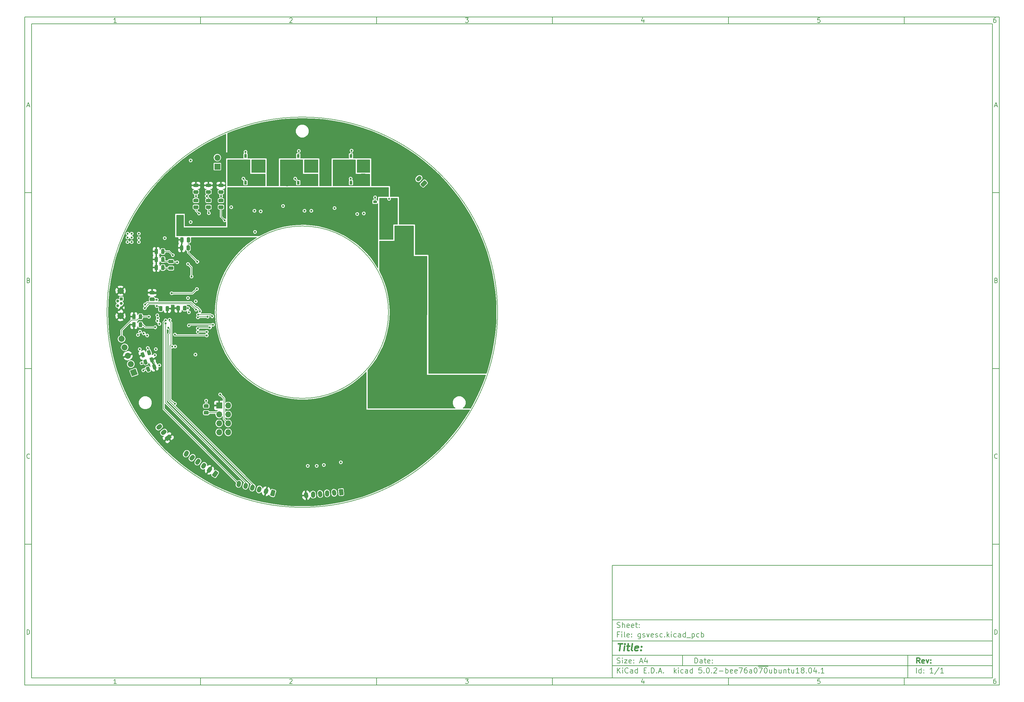
<source format=gbr>
G04 #@! TF.GenerationSoftware,KiCad,Pcbnew,5.0.2-bee76a0~70~ubuntu18.04.1*
G04 #@! TF.CreationDate,2019-01-04T10:38:40+01:00*
G04 #@! TF.ProjectId,gsvesc,67737665-7363-42e6-9b69-6361645f7063,rev?*
G04 #@! TF.SameCoordinates,Original*
G04 #@! TF.FileFunction,Copper,L4,Bot*
G04 #@! TF.FilePolarity,Positive*
%FSLAX45Y45*%
G04 Gerber Fmt 4.5, Leading zero omitted, Abs format (unit mm)*
G04 Created by KiCad (PCBNEW 5.0.2-bee76a0~70~ubuntu18.04.1) date Fr 04 Jan 2019 10:38:40 CET*
%MOMM*%
%LPD*%
G01*
G04 APERTURE LIST*
%ADD10C,0.100000*%
%ADD11C,0.150000*%
%ADD12C,0.300000*%
%ADD13C,0.400000*%
G04 #@! TA.AperFunction,NonConductor*
%ADD14C,0.200000*%
G04 #@! TD*
G04 #@! TA.AperFunction,Conductor*
%ADD15C,0.100000*%
G04 #@! TD*
G04 #@! TA.AperFunction,SMDPad,CuDef*
%ADD16C,0.975000*%
G04 #@! TD*
G04 #@! TA.AperFunction,SMDPad,CuDef*
%ADD17C,1.250000*%
G04 #@! TD*
G04 #@! TA.AperFunction,ComponentPad*
%ADD18C,1.200000*%
G04 #@! TD*
G04 #@! TA.AperFunction,Conductor*
%ADD19C,1.200000*%
G04 #@! TD*
G04 #@! TA.AperFunction,ComponentPad*
%ADD20C,1.700000*%
G04 #@! TD*
G04 #@! TA.AperFunction,Conductor*
%ADD21C,1.700000*%
G04 #@! TD*
G04 #@! TA.AperFunction,ComponentPad*
%ADD22C,1.850000*%
G04 #@! TD*
G04 #@! TA.AperFunction,ComponentPad*
%ADD23C,0.840000*%
G04 #@! TD*
G04 #@! TA.AperFunction,ComponentPad*
%ADD24R,0.840000X0.840000*%
G04 #@! TD*
G04 #@! TA.AperFunction,ComponentPad*
%ADD25O,1.700000X1.700000*%
G04 #@! TD*
G04 #@! TA.AperFunction,ComponentPad*
%ADD26R,1.700000X1.700000*%
G04 #@! TD*
G04 #@! TA.AperFunction,SMDPad,CuDef*
%ADD27R,0.905000X0.495000*%
G04 #@! TD*
G04 #@! TA.AperFunction,SMDPad,CuDef*
%ADD28R,0.575000X0.750000*%
G04 #@! TD*
G04 #@! TA.AperFunction,SMDPad,CuDef*
%ADD29R,3.955000X4.560000*%
G04 #@! TD*
G04 #@! TA.AperFunction,SMDPad,CuDef*
%ADD30R,1.000000X0.750000*%
G04 #@! TD*
G04 #@! TA.AperFunction,SMDPad,CuDef*
%ADD31R,0.495000X0.905000*%
G04 #@! TD*
G04 #@! TA.AperFunction,SMDPad,CuDef*
%ADD32R,0.750000X0.575000*%
G04 #@! TD*
G04 #@! TA.AperFunction,SMDPad,CuDef*
%ADD33R,4.560000X3.955000*%
G04 #@! TD*
G04 #@! TA.AperFunction,SMDPad,CuDef*
%ADD34R,0.750000X1.000000*%
G04 #@! TD*
G04 #@! TA.AperFunction,ViaPad*
%ADD35C,0.600000*%
G04 #@! TD*
G04 #@! TA.AperFunction,Conductor*
%ADD36C,0.200000*%
G04 #@! TD*
G04 APERTURE END LIST*
D10*
D11*
X17700220Y-16600720D02*
X17700220Y-19800720D01*
X28500220Y-19800720D01*
X28500220Y-16600720D01*
X17700220Y-16600720D01*
D10*
D11*
X1000000Y-1000000D02*
X1000000Y-20000720D01*
X28700220Y-20000720D01*
X28700220Y-1000000D01*
X1000000Y-1000000D01*
D10*
D11*
X1200000Y-1200000D02*
X1200000Y-19800720D01*
X28500220Y-19800720D01*
X28500220Y-1200000D01*
X1200000Y-1200000D01*
D10*
D11*
X6000000Y-1200000D02*
X6000000Y-1000000D01*
D10*
D11*
X11000000Y-1200000D02*
X11000000Y-1000000D01*
D10*
D11*
X16000000Y-1200000D02*
X16000000Y-1000000D01*
D10*
D11*
X21000000Y-1200000D02*
X21000000Y-1000000D01*
D10*
D11*
X26000000Y-1200000D02*
X26000000Y-1000000D01*
D10*
D11*
X3606548Y-1158810D02*
X3532262Y-1158810D01*
X3569405Y-1158810D02*
X3569405Y-1028809D01*
X3557024Y-1047381D01*
X3544643Y-1059762D01*
X3532262Y-1065952D01*
D10*
D11*
X8532262Y-1041190D02*
X8538452Y-1035000D01*
X8550833Y-1028809D01*
X8581786Y-1028809D01*
X8594167Y-1035000D01*
X8600357Y-1041190D01*
X8606548Y-1053571D01*
X8606548Y-1065952D01*
X8600357Y-1084524D01*
X8526071Y-1158810D01*
X8606548Y-1158810D01*
D10*
D11*
X13526071Y-1028809D02*
X13606548Y-1028809D01*
X13563214Y-1078333D01*
X13581786Y-1078333D01*
X13594167Y-1084524D01*
X13600357Y-1090714D01*
X13606548Y-1103095D01*
X13606548Y-1134048D01*
X13600357Y-1146429D01*
X13594167Y-1152619D01*
X13581786Y-1158810D01*
X13544643Y-1158810D01*
X13532262Y-1152619D01*
X13526071Y-1146429D01*
D10*
D11*
X18594167Y-1072143D02*
X18594167Y-1158810D01*
X18563214Y-1022619D02*
X18532262Y-1115476D01*
X18612738Y-1115476D01*
D10*
D11*
X23600357Y-1028809D02*
X23538452Y-1028809D01*
X23532262Y-1090714D01*
X23538452Y-1084524D01*
X23550833Y-1078333D01*
X23581786Y-1078333D01*
X23594167Y-1084524D01*
X23600357Y-1090714D01*
X23606548Y-1103095D01*
X23606548Y-1134048D01*
X23600357Y-1146429D01*
X23594167Y-1152619D01*
X23581786Y-1158810D01*
X23550833Y-1158810D01*
X23538452Y-1152619D01*
X23532262Y-1146429D01*
D10*
D11*
X28594167Y-1028809D02*
X28569405Y-1028809D01*
X28557024Y-1035000D01*
X28550833Y-1041190D01*
X28538452Y-1059762D01*
X28532262Y-1084524D01*
X28532262Y-1134048D01*
X28538452Y-1146429D01*
X28544643Y-1152619D01*
X28557024Y-1158810D01*
X28581786Y-1158810D01*
X28594167Y-1152619D01*
X28600357Y-1146429D01*
X28606548Y-1134048D01*
X28606548Y-1103095D01*
X28600357Y-1090714D01*
X28594167Y-1084524D01*
X28581786Y-1078333D01*
X28557024Y-1078333D01*
X28544643Y-1084524D01*
X28538452Y-1090714D01*
X28532262Y-1103095D01*
D10*
D11*
X6000000Y-19800720D02*
X6000000Y-20000720D01*
D10*
D11*
X11000000Y-19800720D02*
X11000000Y-20000720D01*
D10*
D11*
X16000000Y-19800720D02*
X16000000Y-20000720D01*
D10*
D11*
X21000000Y-19800720D02*
X21000000Y-20000720D01*
D10*
D11*
X26000000Y-19800720D02*
X26000000Y-20000720D01*
D10*
D11*
X3606548Y-19959530D02*
X3532262Y-19959530D01*
X3569405Y-19959530D02*
X3569405Y-19829530D01*
X3557024Y-19848101D01*
X3544643Y-19860482D01*
X3532262Y-19866672D01*
D10*
D11*
X8532262Y-19841910D02*
X8538452Y-19835720D01*
X8550833Y-19829530D01*
X8581786Y-19829530D01*
X8594167Y-19835720D01*
X8600357Y-19841910D01*
X8606548Y-19854291D01*
X8606548Y-19866672D01*
X8600357Y-19885244D01*
X8526071Y-19959530D01*
X8606548Y-19959530D01*
D10*
D11*
X13526071Y-19829530D02*
X13606548Y-19829530D01*
X13563214Y-19879053D01*
X13581786Y-19879053D01*
X13594167Y-19885244D01*
X13600357Y-19891434D01*
X13606548Y-19903815D01*
X13606548Y-19934768D01*
X13600357Y-19947149D01*
X13594167Y-19953339D01*
X13581786Y-19959530D01*
X13544643Y-19959530D01*
X13532262Y-19953339D01*
X13526071Y-19947149D01*
D10*
D11*
X18594167Y-19872863D02*
X18594167Y-19959530D01*
X18563214Y-19823339D02*
X18532262Y-19916196D01*
X18612738Y-19916196D01*
D10*
D11*
X23600357Y-19829530D02*
X23538452Y-19829530D01*
X23532262Y-19891434D01*
X23538452Y-19885244D01*
X23550833Y-19879053D01*
X23581786Y-19879053D01*
X23594167Y-19885244D01*
X23600357Y-19891434D01*
X23606548Y-19903815D01*
X23606548Y-19934768D01*
X23600357Y-19947149D01*
X23594167Y-19953339D01*
X23581786Y-19959530D01*
X23550833Y-19959530D01*
X23538452Y-19953339D01*
X23532262Y-19947149D01*
D10*
D11*
X28594167Y-19829530D02*
X28569405Y-19829530D01*
X28557024Y-19835720D01*
X28550833Y-19841910D01*
X28538452Y-19860482D01*
X28532262Y-19885244D01*
X28532262Y-19934768D01*
X28538452Y-19947149D01*
X28544643Y-19953339D01*
X28557024Y-19959530D01*
X28581786Y-19959530D01*
X28594167Y-19953339D01*
X28600357Y-19947149D01*
X28606548Y-19934768D01*
X28606548Y-19903815D01*
X28600357Y-19891434D01*
X28594167Y-19885244D01*
X28581786Y-19879053D01*
X28557024Y-19879053D01*
X28544643Y-19885244D01*
X28538452Y-19891434D01*
X28532262Y-19903815D01*
D10*
D11*
X1000000Y-6000000D02*
X1200000Y-6000000D01*
D10*
D11*
X1000000Y-11000000D02*
X1200000Y-11000000D01*
D10*
D11*
X1000000Y-16000000D02*
X1200000Y-16000000D01*
D10*
D11*
X1069048Y-3521667D02*
X1130952Y-3521667D01*
X1056667Y-3558809D02*
X1100000Y-3428809D01*
X1143333Y-3558809D01*
D10*
D11*
X1109286Y-8490714D02*
X1127857Y-8496905D01*
X1134048Y-8503095D01*
X1140238Y-8515476D01*
X1140238Y-8534048D01*
X1134048Y-8546429D01*
X1127857Y-8552619D01*
X1115476Y-8558810D01*
X1065952Y-8558810D01*
X1065952Y-8428810D01*
X1109286Y-8428810D01*
X1121667Y-8435000D01*
X1127857Y-8441190D01*
X1134048Y-8453571D01*
X1134048Y-8465952D01*
X1127857Y-8478333D01*
X1121667Y-8484524D01*
X1109286Y-8490714D01*
X1065952Y-8490714D01*
D10*
D11*
X1140238Y-13546428D02*
X1134048Y-13552619D01*
X1115476Y-13558809D01*
X1103095Y-13558809D01*
X1084524Y-13552619D01*
X1072143Y-13540238D01*
X1065952Y-13527857D01*
X1059762Y-13503095D01*
X1059762Y-13484524D01*
X1065952Y-13459762D01*
X1072143Y-13447381D01*
X1084524Y-13435000D01*
X1103095Y-13428809D01*
X1115476Y-13428809D01*
X1134048Y-13435000D01*
X1140238Y-13441190D01*
D10*
D11*
X1065952Y-18558810D02*
X1065952Y-18428810D01*
X1096905Y-18428810D01*
X1115476Y-18435000D01*
X1127857Y-18447381D01*
X1134048Y-18459762D01*
X1140238Y-18484524D01*
X1140238Y-18503095D01*
X1134048Y-18527857D01*
X1127857Y-18540238D01*
X1115476Y-18552619D01*
X1096905Y-18558810D01*
X1065952Y-18558810D01*
D10*
D11*
X28700220Y-6000000D02*
X28500220Y-6000000D01*
D10*
D11*
X28700220Y-11000000D02*
X28500220Y-11000000D01*
D10*
D11*
X28700220Y-16000000D02*
X28500220Y-16000000D01*
D10*
D11*
X28569268Y-3521667D02*
X28631172Y-3521667D01*
X28556887Y-3558809D02*
X28600220Y-3428809D01*
X28643553Y-3558809D01*
D10*
D11*
X28609506Y-8490714D02*
X28628077Y-8496905D01*
X28634268Y-8503095D01*
X28640458Y-8515476D01*
X28640458Y-8534048D01*
X28634268Y-8546429D01*
X28628077Y-8552619D01*
X28615696Y-8558810D01*
X28566172Y-8558810D01*
X28566172Y-8428810D01*
X28609506Y-8428810D01*
X28621887Y-8435000D01*
X28628077Y-8441190D01*
X28634268Y-8453571D01*
X28634268Y-8465952D01*
X28628077Y-8478333D01*
X28621887Y-8484524D01*
X28609506Y-8490714D01*
X28566172Y-8490714D01*
D10*
D11*
X28640458Y-13546428D02*
X28634268Y-13552619D01*
X28615696Y-13558809D01*
X28603315Y-13558809D01*
X28584744Y-13552619D01*
X28572363Y-13540238D01*
X28566172Y-13527857D01*
X28559982Y-13503095D01*
X28559982Y-13484524D01*
X28566172Y-13459762D01*
X28572363Y-13447381D01*
X28584744Y-13435000D01*
X28603315Y-13428809D01*
X28615696Y-13428809D01*
X28634268Y-13435000D01*
X28640458Y-13441190D01*
D10*
D11*
X28566172Y-18558810D02*
X28566172Y-18428810D01*
X28597125Y-18428810D01*
X28615696Y-18435000D01*
X28628077Y-18447381D01*
X28634268Y-18459762D01*
X28640458Y-18484524D01*
X28640458Y-18503095D01*
X28634268Y-18527857D01*
X28628077Y-18540238D01*
X28615696Y-18552619D01*
X28597125Y-18558810D01*
X28566172Y-18558810D01*
D10*
D11*
X20043434Y-19378577D02*
X20043434Y-19228577D01*
X20079149Y-19228577D01*
X20100577Y-19235720D01*
X20114863Y-19250006D01*
X20122006Y-19264291D01*
X20129149Y-19292863D01*
X20129149Y-19314291D01*
X20122006Y-19342863D01*
X20114863Y-19357149D01*
X20100577Y-19371434D01*
X20079149Y-19378577D01*
X20043434Y-19378577D01*
X20257720Y-19378577D02*
X20257720Y-19300006D01*
X20250577Y-19285720D01*
X20236291Y-19278577D01*
X20207720Y-19278577D01*
X20193434Y-19285720D01*
X20257720Y-19371434D02*
X20243434Y-19378577D01*
X20207720Y-19378577D01*
X20193434Y-19371434D01*
X20186291Y-19357149D01*
X20186291Y-19342863D01*
X20193434Y-19328577D01*
X20207720Y-19321434D01*
X20243434Y-19321434D01*
X20257720Y-19314291D01*
X20307720Y-19278577D02*
X20364863Y-19278577D01*
X20329149Y-19228577D02*
X20329149Y-19357149D01*
X20336291Y-19371434D01*
X20350577Y-19378577D01*
X20364863Y-19378577D01*
X20472006Y-19371434D02*
X20457720Y-19378577D01*
X20429149Y-19378577D01*
X20414863Y-19371434D01*
X20407720Y-19357149D01*
X20407720Y-19300006D01*
X20414863Y-19285720D01*
X20429149Y-19278577D01*
X20457720Y-19278577D01*
X20472006Y-19285720D01*
X20479149Y-19300006D01*
X20479149Y-19314291D01*
X20407720Y-19328577D01*
X20543434Y-19364291D02*
X20550577Y-19371434D01*
X20543434Y-19378577D01*
X20536291Y-19371434D01*
X20543434Y-19364291D01*
X20543434Y-19378577D01*
X20543434Y-19285720D02*
X20550577Y-19292863D01*
X20543434Y-19300006D01*
X20536291Y-19292863D01*
X20543434Y-19285720D01*
X20543434Y-19300006D01*
D10*
D11*
X17700220Y-19450720D02*
X28500220Y-19450720D01*
D10*
D11*
X17843434Y-19658577D02*
X17843434Y-19508577D01*
X17929149Y-19658577D02*
X17864863Y-19572863D01*
X17929149Y-19508577D02*
X17843434Y-19594291D01*
X17993434Y-19658577D02*
X17993434Y-19558577D01*
X17993434Y-19508577D02*
X17986291Y-19515720D01*
X17993434Y-19522863D01*
X18000577Y-19515720D01*
X17993434Y-19508577D01*
X17993434Y-19522863D01*
X18150577Y-19644291D02*
X18143434Y-19651434D01*
X18122006Y-19658577D01*
X18107720Y-19658577D01*
X18086291Y-19651434D01*
X18072006Y-19637149D01*
X18064863Y-19622863D01*
X18057720Y-19594291D01*
X18057720Y-19572863D01*
X18064863Y-19544291D01*
X18072006Y-19530006D01*
X18086291Y-19515720D01*
X18107720Y-19508577D01*
X18122006Y-19508577D01*
X18143434Y-19515720D01*
X18150577Y-19522863D01*
X18279149Y-19658577D02*
X18279149Y-19580006D01*
X18272006Y-19565720D01*
X18257720Y-19558577D01*
X18229149Y-19558577D01*
X18214863Y-19565720D01*
X18279149Y-19651434D02*
X18264863Y-19658577D01*
X18229149Y-19658577D01*
X18214863Y-19651434D01*
X18207720Y-19637149D01*
X18207720Y-19622863D01*
X18214863Y-19608577D01*
X18229149Y-19601434D01*
X18264863Y-19601434D01*
X18279149Y-19594291D01*
X18414863Y-19658577D02*
X18414863Y-19508577D01*
X18414863Y-19651434D02*
X18400577Y-19658577D01*
X18372006Y-19658577D01*
X18357720Y-19651434D01*
X18350577Y-19644291D01*
X18343434Y-19630006D01*
X18343434Y-19587149D01*
X18350577Y-19572863D01*
X18357720Y-19565720D01*
X18372006Y-19558577D01*
X18400577Y-19558577D01*
X18414863Y-19565720D01*
X18600577Y-19580006D02*
X18650577Y-19580006D01*
X18672006Y-19658577D02*
X18600577Y-19658577D01*
X18600577Y-19508577D01*
X18672006Y-19508577D01*
X18736291Y-19644291D02*
X18743434Y-19651434D01*
X18736291Y-19658577D01*
X18729149Y-19651434D01*
X18736291Y-19644291D01*
X18736291Y-19658577D01*
X18807720Y-19658577D02*
X18807720Y-19508577D01*
X18843434Y-19508577D01*
X18864863Y-19515720D01*
X18879149Y-19530006D01*
X18886291Y-19544291D01*
X18893434Y-19572863D01*
X18893434Y-19594291D01*
X18886291Y-19622863D01*
X18879149Y-19637149D01*
X18864863Y-19651434D01*
X18843434Y-19658577D01*
X18807720Y-19658577D01*
X18957720Y-19644291D02*
X18964863Y-19651434D01*
X18957720Y-19658577D01*
X18950577Y-19651434D01*
X18957720Y-19644291D01*
X18957720Y-19658577D01*
X19022006Y-19615720D02*
X19093434Y-19615720D01*
X19007720Y-19658577D02*
X19057720Y-19508577D01*
X19107720Y-19658577D01*
X19157720Y-19644291D02*
X19164863Y-19651434D01*
X19157720Y-19658577D01*
X19150577Y-19651434D01*
X19157720Y-19644291D01*
X19157720Y-19658577D01*
X19457720Y-19658577D02*
X19457720Y-19508577D01*
X19472006Y-19601434D02*
X19514863Y-19658577D01*
X19514863Y-19558577D02*
X19457720Y-19615720D01*
X19579149Y-19658577D02*
X19579149Y-19558577D01*
X19579149Y-19508577D02*
X19572006Y-19515720D01*
X19579149Y-19522863D01*
X19586291Y-19515720D01*
X19579149Y-19508577D01*
X19579149Y-19522863D01*
X19714863Y-19651434D02*
X19700577Y-19658577D01*
X19672006Y-19658577D01*
X19657720Y-19651434D01*
X19650577Y-19644291D01*
X19643434Y-19630006D01*
X19643434Y-19587149D01*
X19650577Y-19572863D01*
X19657720Y-19565720D01*
X19672006Y-19558577D01*
X19700577Y-19558577D01*
X19714863Y-19565720D01*
X19843434Y-19658577D02*
X19843434Y-19580006D01*
X19836291Y-19565720D01*
X19822006Y-19558577D01*
X19793434Y-19558577D01*
X19779149Y-19565720D01*
X19843434Y-19651434D02*
X19829149Y-19658577D01*
X19793434Y-19658577D01*
X19779149Y-19651434D01*
X19772006Y-19637149D01*
X19772006Y-19622863D01*
X19779149Y-19608577D01*
X19793434Y-19601434D01*
X19829149Y-19601434D01*
X19843434Y-19594291D01*
X19979149Y-19658577D02*
X19979149Y-19508577D01*
X19979149Y-19651434D02*
X19964863Y-19658577D01*
X19936291Y-19658577D01*
X19922006Y-19651434D01*
X19914863Y-19644291D01*
X19907720Y-19630006D01*
X19907720Y-19587149D01*
X19914863Y-19572863D01*
X19922006Y-19565720D01*
X19936291Y-19558577D01*
X19964863Y-19558577D01*
X19979149Y-19565720D01*
X20236291Y-19508577D02*
X20164863Y-19508577D01*
X20157720Y-19580006D01*
X20164863Y-19572863D01*
X20179149Y-19565720D01*
X20214863Y-19565720D01*
X20229149Y-19572863D01*
X20236291Y-19580006D01*
X20243434Y-19594291D01*
X20243434Y-19630006D01*
X20236291Y-19644291D01*
X20229149Y-19651434D01*
X20214863Y-19658577D01*
X20179149Y-19658577D01*
X20164863Y-19651434D01*
X20157720Y-19644291D01*
X20307720Y-19644291D02*
X20314863Y-19651434D01*
X20307720Y-19658577D01*
X20300577Y-19651434D01*
X20307720Y-19644291D01*
X20307720Y-19658577D01*
X20407720Y-19508577D02*
X20422006Y-19508577D01*
X20436291Y-19515720D01*
X20443434Y-19522863D01*
X20450577Y-19537149D01*
X20457720Y-19565720D01*
X20457720Y-19601434D01*
X20450577Y-19630006D01*
X20443434Y-19644291D01*
X20436291Y-19651434D01*
X20422006Y-19658577D01*
X20407720Y-19658577D01*
X20393434Y-19651434D01*
X20386291Y-19644291D01*
X20379149Y-19630006D01*
X20372006Y-19601434D01*
X20372006Y-19565720D01*
X20379149Y-19537149D01*
X20386291Y-19522863D01*
X20393434Y-19515720D01*
X20407720Y-19508577D01*
X20522006Y-19644291D02*
X20529149Y-19651434D01*
X20522006Y-19658577D01*
X20514863Y-19651434D01*
X20522006Y-19644291D01*
X20522006Y-19658577D01*
X20586291Y-19522863D02*
X20593434Y-19515720D01*
X20607720Y-19508577D01*
X20643434Y-19508577D01*
X20657720Y-19515720D01*
X20664863Y-19522863D01*
X20672006Y-19537149D01*
X20672006Y-19551434D01*
X20664863Y-19572863D01*
X20579149Y-19658577D01*
X20672006Y-19658577D01*
X20736291Y-19601434D02*
X20850577Y-19601434D01*
X20922006Y-19658577D02*
X20922006Y-19508577D01*
X20922006Y-19565720D02*
X20936291Y-19558577D01*
X20964863Y-19558577D01*
X20979149Y-19565720D01*
X20986291Y-19572863D01*
X20993434Y-19587149D01*
X20993434Y-19630006D01*
X20986291Y-19644291D01*
X20979149Y-19651434D01*
X20964863Y-19658577D01*
X20936291Y-19658577D01*
X20922006Y-19651434D01*
X21114863Y-19651434D02*
X21100577Y-19658577D01*
X21072006Y-19658577D01*
X21057720Y-19651434D01*
X21050577Y-19637149D01*
X21050577Y-19580006D01*
X21057720Y-19565720D01*
X21072006Y-19558577D01*
X21100577Y-19558577D01*
X21114863Y-19565720D01*
X21122006Y-19580006D01*
X21122006Y-19594291D01*
X21050577Y-19608577D01*
X21243434Y-19651434D02*
X21229149Y-19658577D01*
X21200577Y-19658577D01*
X21186291Y-19651434D01*
X21179149Y-19637149D01*
X21179149Y-19580006D01*
X21186291Y-19565720D01*
X21200577Y-19558577D01*
X21229149Y-19558577D01*
X21243434Y-19565720D01*
X21250577Y-19580006D01*
X21250577Y-19594291D01*
X21179149Y-19608577D01*
X21300577Y-19508577D02*
X21400577Y-19508577D01*
X21336291Y-19658577D01*
X21522006Y-19508577D02*
X21493434Y-19508577D01*
X21479149Y-19515720D01*
X21472006Y-19522863D01*
X21457720Y-19544291D01*
X21450577Y-19572863D01*
X21450577Y-19630006D01*
X21457720Y-19644291D01*
X21464863Y-19651434D01*
X21479149Y-19658577D01*
X21507720Y-19658577D01*
X21522006Y-19651434D01*
X21529149Y-19644291D01*
X21536291Y-19630006D01*
X21536291Y-19594291D01*
X21529149Y-19580006D01*
X21522006Y-19572863D01*
X21507720Y-19565720D01*
X21479149Y-19565720D01*
X21464863Y-19572863D01*
X21457720Y-19580006D01*
X21450577Y-19594291D01*
X21664863Y-19658577D02*
X21664863Y-19580006D01*
X21657720Y-19565720D01*
X21643434Y-19558577D01*
X21614863Y-19558577D01*
X21600577Y-19565720D01*
X21664863Y-19651434D02*
X21650577Y-19658577D01*
X21614863Y-19658577D01*
X21600577Y-19651434D01*
X21593434Y-19637149D01*
X21593434Y-19622863D01*
X21600577Y-19608577D01*
X21614863Y-19601434D01*
X21650577Y-19601434D01*
X21664863Y-19594291D01*
X21764863Y-19508577D02*
X21779149Y-19508577D01*
X21793434Y-19515720D01*
X21800577Y-19522863D01*
X21807720Y-19537149D01*
X21814863Y-19565720D01*
X21814863Y-19601434D01*
X21807720Y-19630006D01*
X21800577Y-19644291D01*
X21793434Y-19651434D01*
X21779149Y-19658577D01*
X21764863Y-19658577D01*
X21750577Y-19651434D01*
X21743434Y-19644291D01*
X21736291Y-19630006D01*
X21729149Y-19601434D01*
X21729149Y-19565720D01*
X21736291Y-19537149D01*
X21743434Y-19522863D01*
X21750577Y-19515720D01*
X21764863Y-19508577D01*
X21843434Y-19467720D02*
X21986291Y-19467720D01*
X21864863Y-19508577D02*
X21964863Y-19508577D01*
X21900577Y-19658577D01*
X21986291Y-19467720D02*
X22129149Y-19467720D01*
X22050577Y-19508577D02*
X22064863Y-19508577D01*
X22079149Y-19515720D01*
X22086291Y-19522863D01*
X22093434Y-19537149D01*
X22100577Y-19565720D01*
X22100577Y-19601434D01*
X22093434Y-19630006D01*
X22086291Y-19644291D01*
X22079149Y-19651434D01*
X22064863Y-19658577D01*
X22050577Y-19658577D01*
X22036291Y-19651434D01*
X22029149Y-19644291D01*
X22022006Y-19630006D01*
X22014863Y-19601434D01*
X22014863Y-19565720D01*
X22022006Y-19537149D01*
X22029149Y-19522863D01*
X22036291Y-19515720D01*
X22050577Y-19508577D01*
X22229149Y-19558577D02*
X22229149Y-19658577D01*
X22164863Y-19558577D02*
X22164863Y-19637149D01*
X22172006Y-19651434D01*
X22186291Y-19658577D01*
X22207720Y-19658577D01*
X22222006Y-19651434D01*
X22229149Y-19644291D01*
X22300577Y-19658577D02*
X22300577Y-19508577D01*
X22300577Y-19565720D02*
X22314863Y-19558577D01*
X22343434Y-19558577D01*
X22357720Y-19565720D01*
X22364863Y-19572863D01*
X22372006Y-19587149D01*
X22372006Y-19630006D01*
X22364863Y-19644291D01*
X22357720Y-19651434D01*
X22343434Y-19658577D01*
X22314863Y-19658577D01*
X22300577Y-19651434D01*
X22500577Y-19558577D02*
X22500577Y-19658577D01*
X22436291Y-19558577D02*
X22436291Y-19637149D01*
X22443434Y-19651434D01*
X22457720Y-19658577D01*
X22479148Y-19658577D01*
X22493434Y-19651434D01*
X22500577Y-19644291D01*
X22572006Y-19558577D02*
X22572006Y-19658577D01*
X22572006Y-19572863D02*
X22579148Y-19565720D01*
X22593434Y-19558577D01*
X22614863Y-19558577D01*
X22629148Y-19565720D01*
X22636291Y-19580006D01*
X22636291Y-19658577D01*
X22686291Y-19558577D02*
X22743434Y-19558577D01*
X22707720Y-19508577D02*
X22707720Y-19637149D01*
X22714863Y-19651434D01*
X22729148Y-19658577D01*
X22743434Y-19658577D01*
X22857720Y-19558577D02*
X22857720Y-19658577D01*
X22793434Y-19558577D02*
X22793434Y-19637149D01*
X22800577Y-19651434D01*
X22814863Y-19658577D01*
X22836291Y-19658577D01*
X22850577Y-19651434D01*
X22857720Y-19644291D01*
X23007720Y-19658577D02*
X22922006Y-19658577D01*
X22964863Y-19658577D02*
X22964863Y-19508577D01*
X22950577Y-19530006D01*
X22936291Y-19544291D01*
X22922006Y-19551434D01*
X23093434Y-19572863D02*
X23079148Y-19565720D01*
X23072006Y-19558577D01*
X23064863Y-19544291D01*
X23064863Y-19537149D01*
X23072006Y-19522863D01*
X23079148Y-19515720D01*
X23093434Y-19508577D01*
X23122006Y-19508577D01*
X23136291Y-19515720D01*
X23143434Y-19522863D01*
X23150577Y-19537149D01*
X23150577Y-19544291D01*
X23143434Y-19558577D01*
X23136291Y-19565720D01*
X23122006Y-19572863D01*
X23093434Y-19572863D01*
X23079148Y-19580006D01*
X23072006Y-19587149D01*
X23064863Y-19601434D01*
X23064863Y-19630006D01*
X23072006Y-19644291D01*
X23079148Y-19651434D01*
X23093434Y-19658577D01*
X23122006Y-19658577D01*
X23136291Y-19651434D01*
X23143434Y-19644291D01*
X23150577Y-19630006D01*
X23150577Y-19601434D01*
X23143434Y-19587149D01*
X23136291Y-19580006D01*
X23122006Y-19572863D01*
X23214863Y-19644291D02*
X23222006Y-19651434D01*
X23214863Y-19658577D01*
X23207720Y-19651434D01*
X23214863Y-19644291D01*
X23214863Y-19658577D01*
X23314863Y-19508577D02*
X23329148Y-19508577D01*
X23343434Y-19515720D01*
X23350577Y-19522863D01*
X23357720Y-19537149D01*
X23364863Y-19565720D01*
X23364863Y-19601434D01*
X23357720Y-19630006D01*
X23350577Y-19644291D01*
X23343434Y-19651434D01*
X23329148Y-19658577D01*
X23314863Y-19658577D01*
X23300577Y-19651434D01*
X23293434Y-19644291D01*
X23286291Y-19630006D01*
X23279148Y-19601434D01*
X23279148Y-19565720D01*
X23286291Y-19537149D01*
X23293434Y-19522863D01*
X23300577Y-19515720D01*
X23314863Y-19508577D01*
X23493434Y-19558577D02*
X23493434Y-19658577D01*
X23457720Y-19501434D02*
X23422006Y-19608577D01*
X23514863Y-19608577D01*
X23572006Y-19644291D02*
X23579148Y-19651434D01*
X23572006Y-19658577D01*
X23564863Y-19651434D01*
X23572006Y-19644291D01*
X23572006Y-19658577D01*
X23722006Y-19658577D02*
X23636291Y-19658577D01*
X23679148Y-19658577D02*
X23679148Y-19508577D01*
X23664863Y-19530006D01*
X23650577Y-19544291D01*
X23636291Y-19551434D01*
D10*
D11*
X17700220Y-19150720D02*
X28500220Y-19150720D01*
D10*
D12*
X26441148Y-19378577D02*
X26391148Y-19307149D01*
X26355434Y-19378577D02*
X26355434Y-19228577D01*
X26412577Y-19228577D01*
X26426863Y-19235720D01*
X26434006Y-19242863D01*
X26441148Y-19257149D01*
X26441148Y-19278577D01*
X26434006Y-19292863D01*
X26426863Y-19300006D01*
X26412577Y-19307149D01*
X26355434Y-19307149D01*
X26562577Y-19371434D02*
X26548291Y-19378577D01*
X26519720Y-19378577D01*
X26505434Y-19371434D01*
X26498291Y-19357149D01*
X26498291Y-19300006D01*
X26505434Y-19285720D01*
X26519720Y-19278577D01*
X26548291Y-19278577D01*
X26562577Y-19285720D01*
X26569720Y-19300006D01*
X26569720Y-19314291D01*
X26498291Y-19328577D01*
X26619720Y-19278577D02*
X26655434Y-19378577D01*
X26691148Y-19278577D01*
X26748291Y-19364291D02*
X26755434Y-19371434D01*
X26748291Y-19378577D01*
X26741148Y-19371434D01*
X26748291Y-19364291D01*
X26748291Y-19378577D01*
X26748291Y-19285720D02*
X26755434Y-19292863D01*
X26748291Y-19300006D01*
X26741148Y-19292863D01*
X26748291Y-19285720D01*
X26748291Y-19300006D01*
D10*
D11*
X17836291Y-19371434D02*
X17857720Y-19378577D01*
X17893434Y-19378577D01*
X17907720Y-19371434D01*
X17914863Y-19364291D01*
X17922006Y-19350006D01*
X17922006Y-19335720D01*
X17914863Y-19321434D01*
X17907720Y-19314291D01*
X17893434Y-19307149D01*
X17864863Y-19300006D01*
X17850577Y-19292863D01*
X17843434Y-19285720D01*
X17836291Y-19271434D01*
X17836291Y-19257149D01*
X17843434Y-19242863D01*
X17850577Y-19235720D01*
X17864863Y-19228577D01*
X17900577Y-19228577D01*
X17922006Y-19235720D01*
X17986291Y-19378577D02*
X17986291Y-19278577D01*
X17986291Y-19228577D02*
X17979149Y-19235720D01*
X17986291Y-19242863D01*
X17993434Y-19235720D01*
X17986291Y-19228577D01*
X17986291Y-19242863D01*
X18043434Y-19278577D02*
X18122006Y-19278577D01*
X18043434Y-19378577D01*
X18122006Y-19378577D01*
X18236291Y-19371434D02*
X18222006Y-19378577D01*
X18193434Y-19378577D01*
X18179149Y-19371434D01*
X18172006Y-19357149D01*
X18172006Y-19300006D01*
X18179149Y-19285720D01*
X18193434Y-19278577D01*
X18222006Y-19278577D01*
X18236291Y-19285720D01*
X18243434Y-19300006D01*
X18243434Y-19314291D01*
X18172006Y-19328577D01*
X18307720Y-19364291D02*
X18314863Y-19371434D01*
X18307720Y-19378577D01*
X18300577Y-19371434D01*
X18307720Y-19364291D01*
X18307720Y-19378577D01*
X18307720Y-19285720D02*
X18314863Y-19292863D01*
X18307720Y-19300006D01*
X18300577Y-19292863D01*
X18307720Y-19285720D01*
X18307720Y-19300006D01*
X18486291Y-19335720D02*
X18557720Y-19335720D01*
X18472006Y-19378577D02*
X18522006Y-19228577D01*
X18572006Y-19378577D01*
X18686291Y-19278577D02*
X18686291Y-19378577D01*
X18650577Y-19221434D02*
X18614863Y-19328577D01*
X18707720Y-19328577D01*
D10*
D11*
X26343434Y-19658577D02*
X26343434Y-19508577D01*
X26479148Y-19658577D02*
X26479148Y-19508577D01*
X26479148Y-19651434D02*
X26464863Y-19658577D01*
X26436291Y-19658577D01*
X26422006Y-19651434D01*
X26414863Y-19644291D01*
X26407720Y-19630006D01*
X26407720Y-19587149D01*
X26414863Y-19572863D01*
X26422006Y-19565720D01*
X26436291Y-19558577D01*
X26464863Y-19558577D01*
X26479148Y-19565720D01*
X26550577Y-19644291D02*
X26557720Y-19651434D01*
X26550577Y-19658577D01*
X26543434Y-19651434D01*
X26550577Y-19644291D01*
X26550577Y-19658577D01*
X26550577Y-19565720D02*
X26557720Y-19572863D01*
X26550577Y-19580006D01*
X26543434Y-19572863D01*
X26550577Y-19565720D01*
X26550577Y-19580006D01*
X26814863Y-19658577D02*
X26729148Y-19658577D01*
X26772006Y-19658577D02*
X26772006Y-19508577D01*
X26757720Y-19530006D01*
X26743434Y-19544291D01*
X26729148Y-19551434D01*
X26986291Y-19501434D02*
X26857720Y-19694291D01*
X27114863Y-19658577D02*
X27029148Y-19658577D01*
X27072006Y-19658577D02*
X27072006Y-19508577D01*
X27057720Y-19530006D01*
X27043434Y-19544291D01*
X27029148Y-19551434D01*
D10*
D11*
X17700220Y-18750720D02*
X28500220Y-18750720D01*
D10*
D13*
X17871458Y-18821196D02*
X17985744Y-18821196D01*
X17903601Y-19021196D02*
X17928601Y-18821196D01*
X18027410Y-19021196D02*
X18044077Y-18887863D01*
X18052410Y-18821196D02*
X18041696Y-18830720D01*
X18050030Y-18840244D01*
X18060744Y-18830720D01*
X18052410Y-18821196D01*
X18050030Y-18840244D01*
X18110744Y-18887863D02*
X18186934Y-18887863D01*
X18147649Y-18821196D02*
X18126220Y-18992625D01*
X18133363Y-19011672D01*
X18151220Y-19021196D01*
X18170268Y-19021196D01*
X18265506Y-19021196D02*
X18247649Y-19011672D01*
X18240506Y-18992625D01*
X18261934Y-18821196D01*
X18419077Y-19011672D02*
X18398839Y-19021196D01*
X18360744Y-19021196D01*
X18342887Y-19011672D01*
X18335744Y-18992625D01*
X18345268Y-18916434D01*
X18357172Y-18897387D01*
X18377410Y-18887863D01*
X18415506Y-18887863D01*
X18433363Y-18897387D01*
X18440506Y-18916434D01*
X18438125Y-18935482D01*
X18340506Y-18954530D01*
X18515506Y-19002149D02*
X18523839Y-19011672D01*
X18513125Y-19021196D01*
X18504791Y-19011672D01*
X18515506Y-19002149D01*
X18513125Y-19021196D01*
X18528601Y-18897387D02*
X18536934Y-18906910D01*
X18526220Y-18916434D01*
X18517887Y-18906910D01*
X18528601Y-18897387D01*
X18526220Y-18916434D01*
D10*
D11*
X17893434Y-18560006D02*
X17843434Y-18560006D01*
X17843434Y-18638577D02*
X17843434Y-18488577D01*
X17914863Y-18488577D01*
X17972006Y-18638577D02*
X17972006Y-18538577D01*
X17972006Y-18488577D02*
X17964863Y-18495720D01*
X17972006Y-18502863D01*
X17979149Y-18495720D01*
X17972006Y-18488577D01*
X17972006Y-18502863D01*
X18064863Y-18638577D02*
X18050577Y-18631434D01*
X18043434Y-18617149D01*
X18043434Y-18488577D01*
X18179149Y-18631434D02*
X18164863Y-18638577D01*
X18136291Y-18638577D01*
X18122006Y-18631434D01*
X18114863Y-18617149D01*
X18114863Y-18560006D01*
X18122006Y-18545720D01*
X18136291Y-18538577D01*
X18164863Y-18538577D01*
X18179149Y-18545720D01*
X18186291Y-18560006D01*
X18186291Y-18574291D01*
X18114863Y-18588577D01*
X18250577Y-18624291D02*
X18257720Y-18631434D01*
X18250577Y-18638577D01*
X18243434Y-18631434D01*
X18250577Y-18624291D01*
X18250577Y-18638577D01*
X18250577Y-18545720D02*
X18257720Y-18552863D01*
X18250577Y-18560006D01*
X18243434Y-18552863D01*
X18250577Y-18545720D01*
X18250577Y-18560006D01*
X18500577Y-18538577D02*
X18500577Y-18660006D01*
X18493434Y-18674291D01*
X18486291Y-18681434D01*
X18472006Y-18688577D01*
X18450577Y-18688577D01*
X18436291Y-18681434D01*
X18500577Y-18631434D02*
X18486291Y-18638577D01*
X18457720Y-18638577D01*
X18443434Y-18631434D01*
X18436291Y-18624291D01*
X18429149Y-18610006D01*
X18429149Y-18567149D01*
X18436291Y-18552863D01*
X18443434Y-18545720D01*
X18457720Y-18538577D01*
X18486291Y-18538577D01*
X18500577Y-18545720D01*
X18564863Y-18631434D02*
X18579149Y-18638577D01*
X18607720Y-18638577D01*
X18622006Y-18631434D01*
X18629149Y-18617149D01*
X18629149Y-18610006D01*
X18622006Y-18595720D01*
X18607720Y-18588577D01*
X18586291Y-18588577D01*
X18572006Y-18581434D01*
X18564863Y-18567149D01*
X18564863Y-18560006D01*
X18572006Y-18545720D01*
X18586291Y-18538577D01*
X18607720Y-18538577D01*
X18622006Y-18545720D01*
X18679149Y-18538577D02*
X18714863Y-18638577D01*
X18750577Y-18538577D01*
X18864863Y-18631434D02*
X18850577Y-18638577D01*
X18822006Y-18638577D01*
X18807720Y-18631434D01*
X18800577Y-18617149D01*
X18800577Y-18560006D01*
X18807720Y-18545720D01*
X18822006Y-18538577D01*
X18850577Y-18538577D01*
X18864863Y-18545720D01*
X18872006Y-18560006D01*
X18872006Y-18574291D01*
X18800577Y-18588577D01*
X18929149Y-18631434D02*
X18943434Y-18638577D01*
X18972006Y-18638577D01*
X18986291Y-18631434D01*
X18993434Y-18617149D01*
X18993434Y-18610006D01*
X18986291Y-18595720D01*
X18972006Y-18588577D01*
X18950577Y-18588577D01*
X18936291Y-18581434D01*
X18929149Y-18567149D01*
X18929149Y-18560006D01*
X18936291Y-18545720D01*
X18950577Y-18538577D01*
X18972006Y-18538577D01*
X18986291Y-18545720D01*
X19122006Y-18631434D02*
X19107720Y-18638577D01*
X19079149Y-18638577D01*
X19064863Y-18631434D01*
X19057720Y-18624291D01*
X19050577Y-18610006D01*
X19050577Y-18567149D01*
X19057720Y-18552863D01*
X19064863Y-18545720D01*
X19079149Y-18538577D01*
X19107720Y-18538577D01*
X19122006Y-18545720D01*
X19186291Y-18624291D02*
X19193434Y-18631434D01*
X19186291Y-18638577D01*
X19179149Y-18631434D01*
X19186291Y-18624291D01*
X19186291Y-18638577D01*
X19257720Y-18638577D02*
X19257720Y-18488577D01*
X19272006Y-18581434D02*
X19314863Y-18638577D01*
X19314863Y-18538577D02*
X19257720Y-18595720D01*
X19379149Y-18638577D02*
X19379149Y-18538577D01*
X19379149Y-18488577D02*
X19372006Y-18495720D01*
X19379149Y-18502863D01*
X19386291Y-18495720D01*
X19379149Y-18488577D01*
X19379149Y-18502863D01*
X19514863Y-18631434D02*
X19500577Y-18638577D01*
X19472006Y-18638577D01*
X19457720Y-18631434D01*
X19450577Y-18624291D01*
X19443434Y-18610006D01*
X19443434Y-18567149D01*
X19450577Y-18552863D01*
X19457720Y-18545720D01*
X19472006Y-18538577D01*
X19500577Y-18538577D01*
X19514863Y-18545720D01*
X19643434Y-18638577D02*
X19643434Y-18560006D01*
X19636291Y-18545720D01*
X19622006Y-18538577D01*
X19593434Y-18538577D01*
X19579149Y-18545720D01*
X19643434Y-18631434D02*
X19629149Y-18638577D01*
X19593434Y-18638577D01*
X19579149Y-18631434D01*
X19572006Y-18617149D01*
X19572006Y-18602863D01*
X19579149Y-18588577D01*
X19593434Y-18581434D01*
X19629149Y-18581434D01*
X19643434Y-18574291D01*
X19779149Y-18638577D02*
X19779149Y-18488577D01*
X19779149Y-18631434D02*
X19764863Y-18638577D01*
X19736291Y-18638577D01*
X19722006Y-18631434D01*
X19714863Y-18624291D01*
X19707720Y-18610006D01*
X19707720Y-18567149D01*
X19714863Y-18552863D01*
X19722006Y-18545720D01*
X19736291Y-18538577D01*
X19764863Y-18538577D01*
X19779149Y-18545720D01*
X19814863Y-18652863D02*
X19929149Y-18652863D01*
X19964863Y-18538577D02*
X19964863Y-18688577D01*
X19964863Y-18545720D02*
X19979149Y-18538577D01*
X20007720Y-18538577D01*
X20022006Y-18545720D01*
X20029149Y-18552863D01*
X20036291Y-18567149D01*
X20036291Y-18610006D01*
X20029149Y-18624291D01*
X20022006Y-18631434D01*
X20007720Y-18638577D01*
X19979149Y-18638577D01*
X19964863Y-18631434D01*
X20164863Y-18631434D02*
X20150577Y-18638577D01*
X20122006Y-18638577D01*
X20107720Y-18631434D01*
X20100577Y-18624291D01*
X20093434Y-18610006D01*
X20093434Y-18567149D01*
X20100577Y-18552863D01*
X20107720Y-18545720D01*
X20122006Y-18538577D01*
X20150577Y-18538577D01*
X20164863Y-18545720D01*
X20229149Y-18638577D02*
X20229149Y-18488577D01*
X20229149Y-18545720D02*
X20243434Y-18538577D01*
X20272006Y-18538577D01*
X20286291Y-18545720D01*
X20293434Y-18552863D01*
X20300577Y-18567149D01*
X20300577Y-18610006D01*
X20293434Y-18624291D01*
X20286291Y-18631434D01*
X20272006Y-18638577D01*
X20243434Y-18638577D01*
X20229149Y-18631434D01*
D10*
D11*
X17700220Y-18150720D02*
X28500220Y-18150720D01*
D10*
D11*
X17836291Y-18361434D02*
X17857720Y-18368577D01*
X17893434Y-18368577D01*
X17907720Y-18361434D01*
X17914863Y-18354291D01*
X17922006Y-18340006D01*
X17922006Y-18325720D01*
X17914863Y-18311434D01*
X17907720Y-18304291D01*
X17893434Y-18297149D01*
X17864863Y-18290006D01*
X17850577Y-18282863D01*
X17843434Y-18275720D01*
X17836291Y-18261434D01*
X17836291Y-18247149D01*
X17843434Y-18232863D01*
X17850577Y-18225720D01*
X17864863Y-18218577D01*
X17900577Y-18218577D01*
X17922006Y-18225720D01*
X17986291Y-18368577D02*
X17986291Y-18218577D01*
X18050577Y-18368577D02*
X18050577Y-18290006D01*
X18043434Y-18275720D01*
X18029149Y-18268577D01*
X18007720Y-18268577D01*
X17993434Y-18275720D01*
X17986291Y-18282863D01*
X18179149Y-18361434D02*
X18164863Y-18368577D01*
X18136291Y-18368577D01*
X18122006Y-18361434D01*
X18114863Y-18347149D01*
X18114863Y-18290006D01*
X18122006Y-18275720D01*
X18136291Y-18268577D01*
X18164863Y-18268577D01*
X18179149Y-18275720D01*
X18186291Y-18290006D01*
X18186291Y-18304291D01*
X18114863Y-18318577D01*
X18307720Y-18361434D02*
X18293434Y-18368577D01*
X18264863Y-18368577D01*
X18250577Y-18361434D01*
X18243434Y-18347149D01*
X18243434Y-18290006D01*
X18250577Y-18275720D01*
X18264863Y-18268577D01*
X18293434Y-18268577D01*
X18307720Y-18275720D01*
X18314863Y-18290006D01*
X18314863Y-18304291D01*
X18243434Y-18318577D01*
X18357720Y-18268577D02*
X18414863Y-18268577D01*
X18379149Y-18218577D02*
X18379149Y-18347149D01*
X18386291Y-18361434D01*
X18400577Y-18368577D01*
X18414863Y-18368577D01*
X18464863Y-18354291D02*
X18472006Y-18361434D01*
X18464863Y-18368577D01*
X18457720Y-18361434D01*
X18464863Y-18354291D01*
X18464863Y-18368577D01*
X18464863Y-18275720D02*
X18472006Y-18282863D01*
X18464863Y-18290006D01*
X18457720Y-18282863D01*
X18464863Y-18275720D01*
X18464863Y-18290006D01*
D10*
D11*
X19700220Y-19150720D02*
X19700220Y-19450720D01*
D10*
D11*
X26100220Y-19150720D02*
X26100220Y-19800720D01*
D14*
X11340000Y-9398000D02*
G75*
G03X11340000Y-9398000I-2450000J0D01*
G01*
X14440000Y-9398000D02*
G75*
G03X14440000Y-9398000I-5550000J0D01*
G01*
D15*
G04 #@! TO.N,GND*
G04 #@! TO.C,C5*
G36*
X4131864Y-9455117D02*
X4134230Y-9455468D01*
X4136551Y-9456050D01*
X4138803Y-9456855D01*
X4140965Y-9457878D01*
X4143017Y-9459108D01*
X4144938Y-9460533D01*
X4146711Y-9462139D01*
X4148317Y-9463912D01*
X4149742Y-9465833D01*
X4150972Y-9467885D01*
X4151995Y-9470047D01*
X4152800Y-9472299D01*
X4153382Y-9474620D01*
X4153733Y-9476986D01*
X4153850Y-9479375D01*
X4153850Y-9570625D01*
X4153733Y-9573014D01*
X4153382Y-9575380D01*
X4152800Y-9577701D01*
X4151995Y-9579953D01*
X4150972Y-9582115D01*
X4149742Y-9584167D01*
X4148317Y-9586088D01*
X4146711Y-9587861D01*
X4144938Y-9589467D01*
X4143017Y-9590892D01*
X4140965Y-9592122D01*
X4138803Y-9593145D01*
X4136551Y-9593950D01*
X4134230Y-9594532D01*
X4131864Y-9594883D01*
X4129475Y-9595000D01*
X4080725Y-9595000D01*
X4078336Y-9594883D01*
X4075970Y-9594532D01*
X4073649Y-9593950D01*
X4071397Y-9593145D01*
X4069235Y-9592122D01*
X4067183Y-9590892D01*
X4065262Y-9589467D01*
X4063489Y-9587861D01*
X4061883Y-9586088D01*
X4060458Y-9584167D01*
X4059228Y-9582115D01*
X4058205Y-9579953D01*
X4057400Y-9577701D01*
X4056818Y-9575380D01*
X4056467Y-9573014D01*
X4056350Y-9570625D01*
X4056350Y-9479375D01*
X4056467Y-9476986D01*
X4056818Y-9474620D01*
X4057400Y-9472299D01*
X4058205Y-9470047D01*
X4059228Y-9467885D01*
X4060458Y-9465833D01*
X4061883Y-9463912D01*
X4063489Y-9462139D01*
X4065262Y-9460533D01*
X4067183Y-9459108D01*
X4069235Y-9457878D01*
X4071397Y-9456855D01*
X4073649Y-9456050D01*
X4075970Y-9455468D01*
X4078336Y-9455117D01*
X4080725Y-9455000D01*
X4129475Y-9455000D01*
X4131864Y-9455117D01*
X4131864Y-9455117D01*
G37*
D16*
G04 #@! TD*
G04 #@! TO.P,C5,2*
G04 #@! TO.N,GND*
X4105100Y-9525000D03*
D15*
G04 #@! TO.N,/MCU/NRST*
G04 #@! TO.C,C5*
G36*
X4319364Y-9455117D02*
X4321730Y-9455468D01*
X4324051Y-9456050D01*
X4326303Y-9456855D01*
X4328465Y-9457878D01*
X4330517Y-9459108D01*
X4332438Y-9460533D01*
X4334211Y-9462139D01*
X4335817Y-9463912D01*
X4337242Y-9465833D01*
X4338472Y-9467885D01*
X4339495Y-9470047D01*
X4340300Y-9472299D01*
X4340882Y-9474620D01*
X4341233Y-9476986D01*
X4341350Y-9479375D01*
X4341350Y-9570625D01*
X4341233Y-9573014D01*
X4340882Y-9575380D01*
X4340300Y-9577701D01*
X4339495Y-9579953D01*
X4338472Y-9582115D01*
X4337242Y-9584167D01*
X4335817Y-9586088D01*
X4334211Y-9587861D01*
X4332438Y-9589467D01*
X4330517Y-9590892D01*
X4328465Y-9592122D01*
X4326303Y-9593145D01*
X4324051Y-9593950D01*
X4321730Y-9594532D01*
X4319364Y-9594883D01*
X4316975Y-9595000D01*
X4268225Y-9595000D01*
X4265836Y-9594883D01*
X4263470Y-9594532D01*
X4261149Y-9593950D01*
X4258897Y-9593145D01*
X4256735Y-9592122D01*
X4254683Y-9590892D01*
X4252762Y-9589467D01*
X4250989Y-9587861D01*
X4249383Y-9586088D01*
X4247958Y-9584167D01*
X4246728Y-9582115D01*
X4245705Y-9579953D01*
X4244900Y-9577701D01*
X4244318Y-9575380D01*
X4243967Y-9573014D01*
X4243850Y-9570625D01*
X4243850Y-9479375D01*
X4243967Y-9476986D01*
X4244318Y-9474620D01*
X4244900Y-9472299D01*
X4245705Y-9470047D01*
X4246728Y-9467885D01*
X4247958Y-9465833D01*
X4249383Y-9463912D01*
X4250989Y-9462139D01*
X4252762Y-9460533D01*
X4254683Y-9459108D01*
X4256735Y-9457878D01*
X4258897Y-9456855D01*
X4261149Y-9456050D01*
X4263470Y-9455468D01*
X4265836Y-9455117D01*
X4268225Y-9455000D01*
X4316975Y-9455000D01*
X4319364Y-9455117D01*
X4319364Y-9455117D01*
G37*
D16*
G04 #@! TD*
G04 #@! TO.P,C5,1*
G04 #@! TO.N,/MCU/NRST*
X4292600Y-9525000D03*
D15*
G04 #@! TO.N,Net-(C7-Pad2)*
G04 #@! TO.C,C7*
G36*
X5576664Y-9213817D02*
X5579030Y-9214168D01*
X5581351Y-9214750D01*
X5583603Y-9215555D01*
X5585765Y-9216578D01*
X5587817Y-9217808D01*
X5589738Y-9219233D01*
X5591511Y-9220839D01*
X5593117Y-9222612D01*
X5594542Y-9224533D01*
X5595772Y-9226585D01*
X5596795Y-9228747D01*
X5597600Y-9230999D01*
X5598182Y-9233320D01*
X5598533Y-9235686D01*
X5598650Y-9238075D01*
X5598650Y-9329325D01*
X5598533Y-9331714D01*
X5598182Y-9334080D01*
X5597600Y-9336401D01*
X5596795Y-9338653D01*
X5595772Y-9340815D01*
X5594542Y-9342867D01*
X5593117Y-9344788D01*
X5591511Y-9346561D01*
X5589738Y-9348167D01*
X5587817Y-9349592D01*
X5585765Y-9350822D01*
X5583603Y-9351845D01*
X5581351Y-9352650D01*
X5579030Y-9353232D01*
X5576664Y-9353583D01*
X5574275Y-9353700D01*
X5525525Y-9353700D01*
X5523136Y-9353583D01*
X5520770Y-9353232D01*
X5518449Y-9352650D01*
X5516197Y-9351845D01*
X5514035Y-9350822D01*
X5511983Y-9349592D01*
X5510062Y-9348167D01*
X5508289Y-9346561D01*
X5506683Y-9344788D01*
X5505258Y-9342867D01*
X5504028Y-9340815D01*
X5503005Y-9338653D01*
X5502200Y-9336401D01*
X5501618Y-9334080D01*
X5501267Y-9331714D01*
X5501150Y-9329325D01*
X5501150Y-9238075D01*
X5501267Y-9235686D01*
X5501618Y-9233320D01*
X5502200Y-9230999D01*
X5503005Y-9228747D01*
X5504028Y-9226585D01*
X5505258Y-9224533D01*
X5506683Y-9222612D01*
X5508289Y-9220839D01*
X5510062Y-9219233D01*
X5511983Y-9217808D01*
X5514035Y-9216578D01*
X5516197Y-9215555D01*
X5518449Y-9214750D01*
X5520770Y-9214168D01*
X5523136Y-9213817D01*
X5525525Y-9213700D01*
X5574275Y-9213700D01*
X5576664Y-9213817D01*
X5576664Y-9213817D01*
G37*
D16*
G04 #@! TD*
G04 #@! TO.P,C7,2*
G04 #@! TO.N,Net-(C7-Pad2)*
X5549900Y-9283700D03*
D15*
G04 #@! TO.N,GND*
G04 #@! TO.C,C7*
G36*
X5389164Y-9213817D02*
X5391530Y-9214168D01*
X5393851Y-9214750D01*
X5396103Y-9215555D01*
X5398265Y-9216578D01*
X5400317Y-9217808D01*
X5402238Y-9219233D01*
X5404011Y-9220839D01*
X5405617Y-9222612D01*
X5407042Y-9224533D01*
X5408272Y-9226585D01*
X5409295Y-9228747D01*
X5410100Y-9230999D01*
X5410682Y-9233320D01*
X5411033Y-9235686D01*
X5411150Y-9238075D01*
X5411150Y-9329325D01*
X5411033Y-9331714D01*
X5410682Y-9334080D01*
X5410100Y-9336401D01*
X5409295Y-9338653D01*
X5408272Y-9340815D01*
X5407042Y-9342867D01*
X5405617Y-9344788D01*
X5404011Y-9346561D01*
X5402238Y-9348167D01*
X5400317Y-9349592D01*
X5398265Y-9350822D01*
X5396103Y-9351845D01*
X5393851Y-9352650D01*
X5391530Y-9353232D01*
X5389164Y-9353583D01*
X5386775Y-9353700D01*
X5338025Y-9353700D01*
X5335636Y-9353583D01*
X5333270Y-9353232D01*
X5330949Y-9352650D01*
X5328697Y-9351845D01*
X5326535Y-9350822D01*
X5324483Y-9349592D01*
X5322562Y-9348167D01*
X5320789Y-9346561D01*
X5319183Y-9344788D01*
X5317758Y-9342867D01*
X5316528Y-9340815D01*
X5315505Y-9338653D01*
X5314700Y-9336401D01*
X5314118Y-9334080D01*
X5313767Y-9331714D01*
X5313650Y-9329325D01*
X5313650Y-9238075D01*
X5313767Y-9235686D01*
X5314118Y-9233320D01*
X5314700Y-9230999D01*
X5315505Y-9228747D01*
X5316528Y-9226585D01*
X5317758Y-9224533D01*
X5319183Y-9222612D01*
X5320789Y-9220839D01*
X5322562Y-9219233D01*
X5324483Y-9217808D01*
X5326535Y-9216578D01*
X5328697Y-9215555D01*
X5330949Y-9214750D01*
X5333270Y-9214168D01*
X5335636Y-9213817D01*
X5338025Y-9213700D01*
X5386775Y-9213700D01*
X5389164Y-9213817D01*
X5389164Y-9213817D01*
G37*
D16*
G04 #@! TD*
G04 #@! TO.P,C7,1*
G04 #@! TO.N,GND*
X5362400Y-9283700D03*
D15*
G04 #@! TO.N,VCC*
G04 #@! TO.C,C8*
G36*
X4670814Y-8981067D02*
X4673180Y-8981418D01*
X4675501Y-8982000D01*
X4677753Y-8982805D01*
X4679915Y-8983828D01*
X4681967Y-8985058D01*
X4683888Y-8986483D01*
X4685661Y-8988089D01*
X4687267Y-8989862D01*
X4688692Y-8991783D01*
X4689922Y-8993835D01*
X4690945Y-8995997D01*
X4691750Y-8998249D01*
X4692332Y-9000570D01*
X4692683Y-9002936D01*
X4692800Y-9005325D01*
X4692800Y-9054075D01*
X4692683Y-9056464D01*
X4692332Y-9058830D01*
X4691750Y-9061151D01*
X4690945Y-9063403D01*
X4689922Y-9065565D01*
X4688692Y-9067617D01*
X4687267Y-9069538D01*
X4685661Y-9071311D01*
X4683888Y-9072917D01*
X4681967Y-9074342D01*
X4679915Y-9075572D01*
X4677753Y-9076595D01*
X4675501Y-9077400D01*
X4673180Y-9077982D01*
X4670814Y-9078333D01*
X4668425Y-9078450D01*
X4577175Y-9078450D01*
X4574786Y-9078333D01*
X4572420Y-9077982D01*
X4570099Y-9077400D01*
X4567847Y-9076595D01*
X4565685Y-9075572D01*
X4563633Y-9074342D01*
X4561712Y-9072917D01*
X4559939Y-9071311D01*
X4558333Y-9069538D01*
X4556908Y-9067617D01*
X4555678Y-9065565D01*
X4554655Y-9063403D01*
X4553850Y-9061151D01*
X4553268Y-9058830D01*
X4552917Y-9056464D01*
X4552800Y-9054075D01*
X4552800Y-9005325D01*
X4552917Y-9002936D01*
X4553268Y-9000570D01*
X4553850Y-8998249D01*
X4554655Y-8995997D01*
X4555678Y-8993835D01*
X4556908Y-8991783D01*
X4558333Y-8989862D01*
X4559939Y-8988089D01*
X4561712Y-8986483D01*
X4563633Y-8985058D01*
X4565685Y-8983828D01*
X4567847Y-8982805D01*
X4570099Y-8982000D01*
X4572420Y-8981418D01*
X4574786Y-8981067D01*
X4577175Y-8980950D01*
X4668425Y-8980950D01*
X4670814Y-8981067D01*
X4670814Y-8981067D01*
G37*
D16*
G04 #@! TD*
G04 #@! TO.P,C8,2*
G04 #@! TO.N,VCC*
X4622800Y-9029700D03*
D15*
G04 #@! TO.N,GND*
G04 #@! TO.C,C8*
G36*
X4670814Y-8793567D02*
X4673180Y-8793918D01*
X4675501Y-8794500D01*
X4677753Y-8795305D01*
X4679915Y-8796328D01*
X4681967Y-8797558D01*
X4683888Y-8798983D01*
X4685661Y-8800589D01*
X4687267Y-8802362D01*
X4688692Y-8804283D01*
X4689922Y-8806335D01*
X4690945Y-8808497D01*
X4691750Y-8810749D01*
X4692332Y-8813070D01*
X4692683Y-8815436D01*
X4692800Y-8817825D01*
X4692800Y-8866575D01*
X4692683Y-8868964D01*
X4692332Y-8871330D01*
X4691750Y-8873651D01*
X4690945Y-8875903D01*
X4689922Y-8878065D01*
X4688692Y-8880117D01*
X4687267Y-8882038D01*
X4685661Y-8883811D01*
X4683888Y-8885417D01*
X4681967Y-8886842D01*
X4679915Y-8888072D01*
X4677753Y-8889095D01*
X4675501Y-8889900D01*
X4673180Y-8890482D01*
X4670814Y-8890833D01*
X4668425Y-8890950D01*
X4577175Y-8890950D01*
X4574786Y-8890833D01*
X4572420Y-8890482D01*
X4570099Y-8889900D01*
X4567847Y-8889095D01*
X4565685Y-8888072D01*
X4563633Y-8886842D01*
X4561712Y-8885417D01*
X4559939Y-8883811D01*
X4558333Y-8882038D01*
X4556908Y-8880117D01*
X4555678Y-8878065D01*
X4554655Y-8875903D01*
X4553850Y-8873651D01*
X4553268Y-8871330D01*
X4552917Y-8868964D01*
X4552800Y-8866575D01*
X4552800Y-8817825D01*
X4552917Y-8815436D01*
X4553268Y-8813070D01*
X4553850Y-8810749D01*
X4554655Y-8808497D01*
X4555678Y-8806335D01*
X4556908Y-8804283D01*
X4558333Y-8802362D01*
X4559939Y-8800589D01*
X4561712Y-8798983D01*
X4563633Y-8797558D01*
X4565685Y-8796328D01*
X4567847Y-8795305D01*
X4570099Y-8794500D01*
X4572420Y-8793918D01*
X4574786Y-8793567D01*
X4577175Y-8793450D01*
X4668425Y-8793450D01*
X4670814Y-8793567D01*
X4670814Y-8793567D01*
G37*
D16*
G04 #@! TD*
G04 #@! TO.P,C8,1*
G04 #@! TO.N,GND*
X4622800Y-8842200D03*
D15*
G04 #@! TO.N,VCC*
G04 #@! TO.C,C9*
G36*
X4893864Y-9226517D02*
X4896230Y-9226868D01*
X4898551Y-9227450D01*
X4900803Y-9228255D01*
X4902965Y-9229278D01*
X4905017Y-9230508D01*
X4906938Y-9231933D01*
X4908711Y-9233539D01*
X4910317Y-9235312D01*
X4911742Y-9237233D01*
X4912972Y-9239285D01*
X4913995Y-9241447D01*
X4914800Y-9243699D01*
X4915382Y-9246020D01*
X4915733Y-9248386D01*
X4915850Y-9250775D01*
X4915850Y-9342025D01*
X4915733Y-9344414D01*
X4915382Y-9346780D01*
X4914800Y-9349101D01*
X4913995Y-9351353D01*
X4912972Y-9353515D01*
X4911742Y-9355567D01*
X4910317Y-9357488D01*
X4908711Y-9359261D01*
X4906938Y-9360867D01*
X4905017Y-9362292D01*
X4902965Y-9363522D01*
X4900803Y-9364545D01*
X4898551Y-9365350D01*
X4896230Y-9365932D01*
X4893864Y-9366283D01*
X4891475Y-9366400D01*
X4842725Y-9366400D01*
X4840336Y-9366283D01*
X4837970Y-9365932D01*
X4835649Y-9365350D01*
X4833397Y-9364545D01*
X4831235Y-9363522D01*
X4829183Y-9362292D01*
X4827262Y-9360867D01*
X4825489Y-9359261D01*
X4823883Y-9357488D01*
X4822458Y-9355567D01*
X4821228Y-9353515D01*
X4820205Y-9351353D01*
X4819400Y-9349101D01*
X4818818Y-9346780D01*
X4818467Y-9344414D01*
X4818350Y-9342025D01*
X4818350Y-9250775D01*
X4818467Y-9248386D01*
X4818818Y-9246020D01*
X4819400Y-9243699D01*
X4820205Y-9241447D01*
X4821228Y-9239285D01*
X4822458Y-9237233D01*
X4823883Y-9235312D01*
X4825489Y-9233539D01*
X4827262Y-9231933D01*
X4829183Y-9230508D01*
X4831235Y-9229278D01*
X4833397Y-9228255D01*
X4835649Y-9227450D01*
X4837970Y-9226868D01*
X4840336Y-9226517D01*
X4842725Y-9226400D01*
X4891475Y-9226400D01*
X4893864Y-9226517D01*
X4893864Y-9226517D01*
G37*
D16*
G04 #@! TD*
G04 #@! TO.P,C9,2*
G04 #@! TO.N,VCC*
X4867100Y-9296400D03*
D15*
G04 #@! TO.N,GND*
G04 #@! TO.C,C9*
G36*
X5081364Y-9226517D02*
X5083730Y-9226868D01*
X5086051Y-9227450D01*
X5088303Y-9228255D01*
X5090465Y-9229278D01*
X5092517Y-9230508D01*
X5094438Y-9231933D01*
X5096211Y-9233539D01*
X5097817Y-9235312D01*
X5099242Y-9237233D01*
X5100472Y-9239285D01*
X5101495Y-9241447D01*
X5102300Y-9243699D01*
X5102882Y-9246020D01*
X5103233Y-9248386D01*
X5103350Y-9250775D01*
X5103350Y-9342025D01*
X5103233Y-9344414D01*
X5102882Y-9346780D01*
X5102300Y-9349101D01*
X5101495Y-9351353D01*
X5100472Y-9353515D01*
X5099242Y-9355567D01*
X5097817Y-9357488D01*
X5096211Y-9359261D01*
X5094438Y-9360867D01*
X5092517Y-9362292D01*
X5090465Y-9363522D01*
X5088303Y-9364545D01*
X5086051Y-9365350D01*
X5083730Y-9365932D01*
X5081364Y-9366283D01*
X5078975Y-9366400D01*
X5030225Y-9366400D01*
X5027836Y-9366283D01*
X5025470Y-9365932D01*
X5023149Y-9365350D01*
X5020897Y-9364545D01*
X5018735Y-9363522D01*
X5016683Y-9362292D01*
X5014762Y-9360867D01*
X5012989Y-9359261D01*
X5011383Y-9357488D01*
X5009958Y-9355567D01*
X5008728Y-9353515D01*
X5007705Y-9351353D01*
X5006900Y-9349101D01*
X5006318Y-9346780D01*
X5005967Y-9344414D01*
X5005850Y-9342025D01*
X5005850Y-9250775D01*
X5005967Y-9248386D01*
X5006318Y-9246020D01*
X5006900Y-9243699D01*
X5007705Y-9241447D01*
X5008728Y-9239285D01*
X5009958Y-9237233D01*
X5011383Y-9235312D01*
X5012989Y-9233539D01*
X5014762Y-9231933D01*
X5016683Y-9230508D01*
X5018735Y-9229278D01*
X5020897Y-9228255D01*
X5023149Y-9227450D01*
X5025470Y-9226868D01*
X5027836Y-9226517D01*
X5030225Y-9226400D01*
X5078975Y-9226400D01*
X5081364Y-9226517D01*
X5081364Y-9226517D01*
G37*
D16*
G04 #@! TD*
G04 #@! TO.P,C9,1*
G04 #@! TO.N,GND*
X5054600Y-9296400D03*
D15*
G04 #@! TO.N,VCC*
G04 #@! TO.C,C13*
G36*
X4319364Y-9683717D02*
X4321730Y-9684068D01*
X4324051Y-9684650D01*
X4326303Y-9685455D01*
X4328465Y-9686478D01*
X4330517Y-9687708D01*
X4332438Y-9689133D01*
X4334211Y-9690739D01*
X4335817Y-9692512D01*
X4337242Y-9694433D01*
X4338472Y-9696485D01*
X4339495Y-9698647D01*
X4340300Y-9700899D01*
X4340882Y-9703220D01*
X4341233Y-9705586D01*
X4341350Y-9707975D01*
X4341350Y-9799225D01*
X4341233Y-9801614D01*
X4340882Y-9803980D01*
X4340300Y-9806301D01*
X4339495Y-9808553D01*
X4338472Y-9810715D01*
X4337242Y-9812767D01*
X4335817Y-9814688D01*
X4334211Y-9816461D01*
X4332438Y-9818067D01*
X4330517Y-9819492D01*
X4328465Y-9820722D01*
X4326303Y-9821745D01*
X4324051Y-9822550D01*
X4321730Y-9823132D01*
X4319364Y-9823483D01*
X4316975Y-9823600D01*
X4268225Y-9823600D01*
X4265836Y-9823483D01*
X4263470Y-9823132D01*
X4261149Y-9822550D01*
X4258897Y-9821745D01*
X4256735Y-9820722D01*
X4254683Y-9819492D01*
X4252762Y-9818067D01*
X4250989Y-9816461D01*
X4249383Y-9814688D01*
X4247958Y-9812767D01*
X4246728Y-9810715D01*
X4245705Y-9808553D01*
X4244900Y-9806301D01*
X4244318Y-9803980D01*
X4243967Y-9801614D01*
X4243850Y-9799225D01*
X4243850Y-9707975D01*
X4243967Y-9705586D01*
X4244318Y-9703220D01*
X4244900Y-9700899D01*
X4245705Y-9698647D01*
X4246728Y-9696485D01*
X4247958Y-9694433D01*
X4249383Y-9692512D01*
X4250989Y-9690739D01*
X4252762Y-9689133D01*
X4254683Y-9687708D01*
X4256735Y-9686478D01*
X4258897Y-9685455D01*
X4261149Y-9684650D01*
X4263470Y-9684068D01*
X4265836Y-9683717D01*
X4268225Y-9683600D01*
X4316975Y-9683600D01*
X4319364Y-9683717D01*
X4319364Y-9683717D01*
G37*
D16*
G04 #@! TD*
G04 #@! TO.P,C13,2*
G04 #@! TO.N,VCC*
X4292600Y-9753600D03*
D15*
G04 #@! TO.N,GND*
G04 #@! TO.C,C13*
G36*
X4131864Y-9683717D02*
X4134230Y-9684068D01*
X4136551Y-9684650D01*
X4138803Y-9685455D01*
X4140965Y-9686478D01*
X4143017Y-9687708D01*
X4144938Y-9689133D01*
X4146711Y-9690739D01*
X4148317Y-9692512D01*
X4149742Y-9694433D01*
X4150972Y-9696485D01*
X4151995Y-9698647D01*
X4152800Y-9700899D01*
X4153382Y-9703220D01*
X4153733Y-9705586D01*
X4153850Y-9707975D01*
X4153850Y-9799225D01*
X4153733Y-9801614D01*
X4153382Y-9803980D01*
X4152800Y-9806301D01*
X4151995Y-9808553D01*
X4150972Y-9810715D01*
X4149742Y-9812767D01*
X4148317Y-9814688D01*
X4146711Y-9816461D01*
X4144938Y-9818067D01*
X4143017Y-9819492D01*
X4140965Y-9820722D01*
X4138803Y-9821745D01*
X4136551Y-9822550D01*
X4134230Y-9823132D01*
X4131864Y-9823483D01*
X4129475Y-9823600D01*
X4080725Y-9823600D01*
X4078336Y-9823483D01*
X4075970Y-9823132D01*
X4073649Y-9822550D01*
X4071397Y-9821745D01*
X4069235Y-9820722D01*
X4067183Y-9819492D01*
X4065262Y-9818067D01*
X4063489Y-9816461D01*
X4061883Y-9814688D01*
X4060458Y-9812767D01*
X4059228Y-9810715D01*
X4058205Y-9808553D01*
X4057400Y-9806301D01*
X4056818Y-9803980D01*
X4056467Y-9801614D01*
X4056350Y-9799225D01*
X4056350Y-9707975D01*
X4056467Y-9705586D01*
X4056818Y-9703220D01*
X4057400Y-9700899D01*
X4058205Y-9698647D01*
X4059228Y-9696485D01*
X4060458Y-9694433D01*
X4061883Y-9692512D01*
X4063489Y-9690739D01*
X4065262Y-9689133D01*
X4067183Y-9687708D01*
X4069235Y-9686478D01*
X4071397Y-9685455D01*
X4073649Y-9684650D01*
X4075970Y-9684068D01*
X4078336Y-9683717D01*
X4080725Y-9683600D01*
X4129475Y-9683600D01*
X4131864Y-9683717D01*
X4131864Y-9683717D01*
G37*
D16*
G04 #@! TD*
G04 #@! TO.P,C13,1*
G04 #@! TO.N,GND*
X4105100Y-9753600D03*
D15*
G04 #@! TO.N,GND*
G04 #@! TO.C,C15*
G36*
X5487764Y-7499317D02*
X5490130Y-7499668D01*
X5492451Y-7500250D01*
X5494703Y-7501055D01*
X5496865Y-7502078D01*
X5498917Y-7503308D01*
X5500838Y-7504733D01*
X5502611Y-7506339D01*
X5504217Y-7508112D01*
X5505642Y-7510033D01*
X5506872Y-7512085D01*
X5507895Y-7514247D01*
X5508700Y-7516499D01*
X5509282Y-7518820D01*
X5509633Y-7521186D01*
X5509750Y-7523575D01*
X5509750Y-7614825D01*
X5509633Y-7617214D01*
X5509282Y-7619580D01*
X5508700Y-7621901D01*
X5507895Y-7624153D01*
X5506872Y-7626315D01*
X5505642Y-7628367D01*
X5504217Y-7630288D01*
X5502611Y-7632061D01*
X5500838Y-7633667D01*
X5498917Y-7635092D01*
X5496865Y-7636322D01*
X5494703Y-7637345D01*
X5492451Y-7638150D01*
X5490130Y-7638732D01*
X5487764Y-7639083D01*
X5485375Y-7639200D01*
X5436625Y-7639200D01*
X5434236Y-7639083D01*
X5431870Y-7638732D01*
X5429549Y-7638150D01*
X5427297Y-7637345D01*
X5425135Y-7636322D01*
X5423083Y-7635092D01*
X5421162Y-7633667D01*
X5419389Y-7632061D01*
X5417783Y-7630288D01*
X5416358Y-7628367D01*
X5415128Y-7626315D01*
X5414105Y-7624153D01*
X5413300Y-7621901D01*
X5412718Y-7619580D01*
X5412367Y-7617214D01*
X5412250Y-7614825D01*
X5412250Y-7523575D01*
X5412367Y-7521186D01*
X5412718Y-7518820D01*
X5413300Y-7516499D01*
X5414105Y-7514247D01*
X5415128Y-7512085D01*
X5416358Y-7510033D01*
X5417783Y-7508112D01*
X5419389Y-7506339D01*
X5421162Y-7504733D01*
X5423083Y-7503308D01*
X5425135Y-7502078D01*
X5427297Y-7501055D01*
X5429549Y-7500250D01*
X5431870Y-7499668D01*
X5434236Y-7499317D01*
X5436625Y-7499200D01*
X5485375Y-7499200D01*
X5487764Y-7499317D01*
X5487764Y-7499317D01*
G37*
D16*
G04 #@! TD*
G04 #@! TO.P,C15,2*
G04 #@! TO.N,GND*
X5461000Y-7569200D03*
D15*
G04 #@! TO.N,Net-(C15-Pad1)*
G04 #@! TO.C,C15*
G36*
X5675264Y-7499317D02*
X5677630Y-7499668D01*
X5679951Y-7500250D01*
X5682203Y-7501055D01*
X5684365Y-7502078D01*
X5686417Y-7503308D01*
X5688338Y-7504733D01*
X5690111Y-7506339D01*
X5691717Y-7508112D01*
X5693142Y-7510033D01*
X5694372Y-7512085D01*
X5695395Y-7514247D01*
X5696200Y-7516499D01*
X5696782Y-7518820D01*
X5697133Y-7521186D01*
X5697250Y-7523575D01*
X5697250Y-7614825D01*
X5697133Y-7617214D01*
X5696782Y-7619580D01*
X5696200Y-7621901D01*
X5695395Y-7624153D01*
X5694372Y-7626315D01*
X5693142Y-7628367D01*
X5691717Y-7630288D01*
X5690111Y-7632061D01*
X5688338Y-7633667D01*
X5686417Y-7635092D01*
X5684365Y-7636322D01*
X5682203Y-7637345D01*
X5679951Y-7638150D01*
X5677630Y-7638732D01*
X5675264Y-7639083D01*
X5672875Y-7639200D01*
X5624125Y-7639200D01*
X5621736Y-7639083D01*
X5619370Y-7638732D01*
X5617049Y-7638150D01*
X5614797Y-7637345D01*
X5612635Y-7636322D01*
X5610583Y-7635092D01*
X5608662Y-7633667D01*
X5606889Y-7632061D01*
X5605283Y-7630288D01*
X5603858Y-7628367D01*
X5602628Y-7626315D01*
X5601605Y-7624153D01*
X5600800Y-7621901D01*
X5600218Y-7619580D01*
X5599867Y-7617214D01*
X5599750Y-7614825D01*
X5599750Y-7523575D01*
X5599867Y-7521186D01*
X5600218Y-7518820D01*
X5600800Y-7516499D01*
X5601605Y-7514247D01*
X5602628Y-7512085D01*
X5603858Y-7510033D01*
X5605283Y-7508112D01*
X5606889Y-7506339D01*
X5608662Y-7504733D01*
X5610583Y-7503308D01*
X5612635Y-7502078D01*
X5614797Y-7501055D01*
X5617049Y-7500250D01*
X5619370Y-7499668D01*
X5621736Y-7499317D01*
X5624125Y-7499200D01*
X5672875Y-7499200D01*
X5675264Y-7499317D01*
X5675264Y-7499317D01*
G37*
D16*
G04 #@! TD*
G04 #@! TO.P,C15,1*
G04 #@! TO.N,Net-(C15-Pad1)*
X5648500Y-7569200D03*
D15*
G04 #@! TO.N,Net-(C17-Pad2)*
G04 #@! TO.C,C17*
G36*
X4954364Y-8058117D02*
X4956730Y-8058468D01*
X4959051Y-8059050D01*
X4961303Y-8059855D01*
X4963465Y-8060878D01*
X4965517Y-8062108D01*
X4967438Y-8063533D01*
X4969211Y-8065139D01*
X4970817Y-8066912D01*
X4972242Y-8068833D01*
X4973472Y-8070885D01*
X4974495Y-8073047D01*
X4975300Y-8075299D01*
X4975882Y-8077620D01*
X4976233Y-8079986D01*
X4976350Y-8082375D01*
X4976350Y-8173625D01*
X4976233Y-8176014D01*
X4975882Y-8178380D01*
X4975300Y-8180701D01*
X4974495Y-8182953D01*
X4973472Y-8185115D01*
X4972242Y-8187167D01*
X4970817Y-8189088D01*
X4969211Y-8190861D01*
X4967438Y-8192467D01*
X4965517Y-8193892D01*
X4963465Y-8195122D01*
X4961303Y-8196145D01*
X4959051Y-8196950D01*
X4956730Y-8197532D01*
X4954364Y-8197883D01*
X4951975Y-8198000D01*
X4903225Y-8198000D01*
X4900836Y-8197883D01*
X4898470Y-8197532D01*
X4896149Y-8196950D01*
X4893897Y-8196145D01*
X4891735Y-8195122D01*
X4889683Y-8193892D01*
X4887762Y-8192467D01*
X4885989Y-8190861D01*
X4884383Y-8189088D01*
X4882958Y-8187167D01*
X4881728Y-8185115D01*
X4880705Y-8182953D01*
X4879900Y-8180701D01*
X4879318Y-8178380D01*
X4878967Y-8176014D01*
X4878850Y-8173625D01*
X4878850Y-8082375D01*
X4878967Y-8079986D01*
X4879318Y-8077620D01*
X4879900Y-8075299D01*
X4880705Y-8073047D01*
X4881728Y-8070885D01*
X4882958Y-8068833D01*
X4884383Y-8066912D01*
X4885989Y-8065139D01*
X4887762Y-8063533D01*
X4889683Y-8062108D01*
X4891735Y-8060878D01*
X4893897Y-8059855D01*
X4896149Y-8059050D01*
X4898470Y-8058468D01*
X4900836Y-8058117D01*
X4903225Y-8058000D01*
X4951975Y-8058000D01*
X4954364Y-8058117D01*
X4954364Y-8058117D01*
G37*
D16*
G04 #@! TD*
G04 #@! TO.P,C17,2*
G04 #@! TO.N,Net-(C17-Pad2)*
X4927600Y-8128000D03*
D15*
G04 #@! TO.N,GND*
G04 #@! TO.C,C17*
G36*
X4766864Y-8058117D02*
X4769230Y-8058468D01*
X4771551Y-8059050D01*
X4773803Y-8059855D01*
X4775965Y-8060878D01*
X4778017Y-8062108D01*
X4779938Y-8063533D01*
X4781711Y-8065139D01*
X4783317Y-8066912D01*
X4784742Y-8068833D01*
X4785972Y-8070885D01*
X4786995Y-8073047D01*
X4787800Y-8075299D01*
X4788382Y-8077620D01*
X4788733Y-8079986D01*
X4788850Y-8082375D01*
X4788850Y-8173625D01*
X4788733Y-8176014D01*
X4788382Y-8178380D01*
X4787800Y-8180701D01*
X4786995Y-8182953D01*
X4785972Y-8185115D01*
X4784742Y-8187167D01*
X4783317Y-8189088D01*
X4781711Y-8190861D01*
X4779938Y-8192467D01*
X4778017Y-8193892D01*
X4775965Y-8195122D01*
X4773803Y-8196145D01*
X4771551Y-8196950D01*
X4769230Y-8197532D01*
X4766864Y-8197883D01*
X4764475Y-8198000D01*
X4715725Y-8198000D01*
X4713336Y-8197883D01*
X4710970Y-8197532D01*
X4708649Y-8196950D01*
X4706397Y-8196145D01*
X4704235Y-8195122D01*
X4702183Y-8193892D01*
X4700262Y-8192467D01*
X4698489Y-8190861D01*
X4696883Y-8189088D01*
X4695458Y-8187167D01*
X4694228Y-8185115D01*
X4693205Y-8182953D01*
X4692400Y-8180701D01*
X4691818Y-8178380D01*
X4691467Y-8176014D01*
X4691350Y-8173625D01*
X4691350Y-8082375D01*
X4691467Y-8079986D01*
X4691818Y-8077620D01*
X4692400Y-8075299D01*
X4693205Y-8073047D01*
X4694228Y-8070885D01*
X4695458Y-8068833D01*
X4696883Y-8066912D01*
X4698489Y-8065139D01*
X4700262Y-8063533D01*
X4702183Y-8062108D01*
X4704235Y-8060878D01*
X4706397Y-8059855D01*
X4708649Y-8059050D01*
X4710970Y-8058468D01*
X4713336Y-8058117D01*
X4715725Y-8058000D01*
X4764475Y-8058000D01*
X4766864Y-8058117D01*
X4766864Y-8058117D01*
G37*
D16*
G04 #@! TD*
G04 #@! TO.P,C17,1*
G04 #@! TO.N,GND*
X4740100Y-8128000D03*
D15*
G04 #@! TO.N,GND*
G04 #@! TO.C,C18*
G36*
X5495614Y-7270717D02*
X5497980Y-7271068D01*
X5500301Y-7271650D01*
X5502553Y-7272455D01*
X5504715Y-7273478D01*
X5506767Y-7274708D01*
X5508688Y-7276133D01*
X5510461Y-7277739D01*
X5512067Y-7279512D01*
X5513492Y-7281433D01*
X5514722Y-7283485D01*
X5515745Y-7285647D01*
X5516550Y-7287899D01*
X5517132Y-7290220D01*
X5517483Y-7292586D01*
X5517600Y-7294975D01*
X5517600Y-7386225D01*
X5517483Y-7388614D01*
X5517132Y-7390980D01*
X5516550Y-7393301D01*
X5515745Y-7395553D01*
X5514722Y-7397715D01*
X5513492Y-7399767D01*
X5512067Y-7401688D01*
X5510461Y-7403461D01*
X5508688Y-7405067D01*
X5506767Y-7406492D01*
X5504715Y-7407722D01*
X5502553Y-7408745D01*
X5500301Y-7409550D01*
X5497980Y-7410132D01*
X5495614Y-7410483D01*
X5493225Y-7410600D01*
X5444475Y-7410600D01*
X5442086Y-7410483D01*
X5439720Y-7410132D01*
X5437399Y-7409550D01*
X5435147Y-7408745D01*
X5432985Y-7407722D01*
X5430933Y-7406492D01*
X5429012Y-7405067D01*
X5427239Y-7403461D01*
X5425633Y-7401688D01*
X5424208Y-7399767D01*
X5422978Y-7397715D01*
X5421955Y-7395553D01*
X5421150Y-7393301D01*
X5420568Y-7390980D01*
X5420217Y-7388614D01*
X5420100Y-7386225D01*
X5420100Y-7294975D01*
X5420217Y-7292586D01*
X5420568Y-7290220D01*
X5421150Y-7287899D01*
X5421955Y-7285647D01*
X5422978Y-7283485D01*
X5424208Y-7281433D01*
X5425633Y-7279512D01*
X5427239Y-7277739D01*
X5429012Y-7276133D01*
X5430933Y-7274708D01*
X5432985Y-7273478D01*
X5435147Y-7272455D01*
X5437399Y-7271650D01*
X5439720Y-7271068D01*
X5442086Y-7270717D01*
X5444475Y-7270600D01*
X5493225Y-7270600D01*
X5495614Y-7270717D01*
X5495614Y-7270717D01*
G37*
D16*
G04 #@! TD*
G04 #@! TO.P,C18,2*
G04 #@! TO.N,GND*
X5468850Y-7340600D03*
D15*
G04 #@! TO.N,Net-(C15-Pad1)*
G04 #@! TO.C,C18*
G36*
X5683114Y-7270717D02*
X5685480Y-7271068D01*
X5687801Y-7271650D01*
X5690053Y-7272455D01*
X5692215Y-7273478D01*
X5694267Y-7274708D01*
X5696188Y-7276133D01*
X5697961Y-7277739D01*
X5699567Y-7279512D01*
X5700992Y-7281433D01*
X5702222Y-7283485D01*
X5703245Y-7285647D01*
X5704050Y-7287899D01*
X5704632Y-7290220D01*
X5704983Y-7292586D01*
X5705100Y-7294975D01*
X5705100Y-7386225D01*
X5704983Y-7388614D01*
X5704632Y-7390980D01*
X5704050Y-7393301D01*
X5703245Y-7395553D01*
X5702222Y-7397715D01*
X5700992Y-7399767D01*
X5699567Y-7401688D01*
X5697961Y-7403461D01*
X5696188Y-7405067D01*
X5694267Y-7406492D01*
X5692215Y-7407722D01*
X5690053Y-7408745D01*
X5687801Y-7409550D01*
X5685480Y-7410132D01*
X5683114Y-7410483D01*
X5680725Y-7410600D01*
X5631975Y-7410600D01*
X5629586Y-7410483D01*
X5627220Y-7410132D01*
X5624899Y-7409550D01*
X5622647Y-7408745D01*
X5620485Y-7407722D01*
X5618433Y-7406492D01*
X5616512Y-7405067D01*
X5614739Y-7403461D01*
X5613133Y-7401688D01*
X5611708Y-7399767D01*
X5610478Y-7397715D01*
X5609455Y-7395553D01*
X5608650Y-7393301D01*
X5608068Y-7390980D01*
X5607717Y-7388614D01*
X5607600Y-7386225D01*
X5607600Y-7294975D01*
X5607717Y-7292586D01*
X5608068Y-7290220D01*
X5608650Y-7287899D01*
X5609455Y-7285647D01*
X5610478Y-7283485D01*
X5611708Y-7281433D01*
X5613133Y-7279512D01*
X5614739Y-7277739D01*
X5616512Y-7276133D01*
X5618433Y-7274708D01*
X5620485Y-7273478D01*
X5622647Y-7272455D01*
X5624899Y-7271650D01*
X5627220Y-7271068D01*
X5629586Y-7270717D01*
X5631975Y-7270600D01*
X5680725Y-7270600D01*
X5683114Y-7270717D01*
X5683114Y-7270717D01*
G37*
D16*
G04 #@! TD*
G04 #@! TO.P,C18,1*
G04 #@! TO.N,Net-(C15-Pad1)*
X5656350Y-7340600D03*
D15*
G04 #@! TO.N,Net-(C20-Pad2)*
G04 #@! TO.C,C20*
G36*
X4954364Y-7829517D02*
X4956730Y-7829868D01*
X4959051Y-7830450D01*
X4961303Y-7831255D01*
X4963465Y-7832278D01*
X4965517Y-7833508D01*
X4967438Y-7834933D01*
X4969211Y-7836539D01*
X4970817Y-7838312D01*
X4972242Y-7840233D01*
X4973472Y-7842285D01*
X4974495Y-7844447D01*
X4975300Y-7846699D01*
X4975882Y-7849020D01*
X4976233Y-7851386D01*
X4976350Y-7853775D01*
X4976350Y-7945025D01*
X4976233Y-7947414D01*
X4975882Y-7949780D01*
X4975300Y-7952101D01*
X4974495Y-7954353D01*
X4973472Y-7956515D01*
X4972242Y-7958567D01*
X4970817Y-7960488D01*
X4969211Y-7962261D01*
X4967438Y-7963867D01*
X4965517Y-7965292D01*
X4963465Y-7966522D01*
X4961303Y-7967545D01*
X4959051Y-7968350D01*
X4956730Y-7968932D01*
X4954364Y-7969283D01*
X4951975Y-7969400D01*
X4903225Y-7969400D01*
X4900836Y-7969283D01*
X4898470Y-7968932D01*
X4896149Y-7968350D01*
X4893897Y-7967545D01*
X4891735Y-7966522D01*
X4889683Y-7965292D01*
X4887762Y-7963867D01*
X4885989Y-7962261D01*
X4884383Y-7960488D01*
X4882958Y-7958567D01*
X4881728Y-7956515D01*
X4880705Y-7954353D01*
X4879900Y-7952101D01*
X4879318Y-7949780D01*
X4878967Y-7947414D01*
X4878850Y-7945025D01*
X4878850Y-7853775D01*
X4878967Y-7851386D01*
X4879318Y-7849020D01*
X4879900Y-7846699D01*
X4880705Y-7844447D01*
X4881728Y-7842285D01*
X4882958Y-7840233D01*
X4884383Y-7838312D01*
X4885989Y-7836539D01*
X4887762Y-7834933D01*
X4889683Y-7833508D01*
X4891735Y-7832278D01*
X4893897Y-7831255D01*
X4896149Y-7830450D01*
X4898470Y-7829868D01*
X4900836Y-7829517D01*
X4903225Y-7829400D01*
X4951975Y-7829400D01*
X4954364Y-7829517D01*
X4954364Y-7829517D01*
G37*
D16*
G04 #@! TD*
G04 #@! TO.P,C20,2*
G04 #@! TO.N,Net-(C20-Pad2)*
X4927600Y-7899400D03*
D15*
G04 #@! TO.N,GND*
G04 #@! TO.C,C20*
G36*
X4766864Y-7829517D02*
X4769230Y-7829868D01*
X4771551Y-7830450D01*
X4773803Y-7831255D01*
X4775965Y-7832278D01*
X4778017Y-7833508D01*
X4779938Y-7834933D01*
X4781711Y-7836539D01*
X4783317Y-7838312D01*
X4784742Y-7840233D01*
X4785972Y-7842285D01*
X4786995Y-7844447D01*
X4787800Y-7846699D01*
X4788382Y-7849020D01*
X4788733Y-7851386D01*
X4788850Y-7853775D01*
X4788850Y-7945025D01*
X4788733Y-7947414D01*
X4788382Y-7949780D01*
X4787800Y-7952101D01*
X4786995Y-7954353D01*
X4785972Y-7956515D01*
X4784742Y-7958567D01*
X4783317Y-7960488D01*
X4781711Y-7962261D01*
X4779938Y-7963867D01*
X4778017Y-7965292D01*
X4775965Y-7966522D01*
X4773803Y-7967545D01*
X4771551Y-7968350D01*
X4769230Y-7968932D01*
X4766864Y-7969283D01*
X4764475Y-7969400D01*
X4715725Y-7969400D01*
X4713336Y-7969283D01*
X4710970Y-7968932D01*
X4708649Y-7968350D01*
X4706397Y-7967545D01*
X4704235Y-7966522D01*
X4702183Y-7965292D01*
X4700262Y-7963867D01*
X4698489Y-7962261D01*
X4696883Y-7960488D01*
X4695458Y-7958567D01*
X4694228Y-7956515D01*
X4693205Y-7954353D01*
X4692400Y-7952101D01*
X4691818Y-7949780D01*
X4691467Y-7947414D01*
X4691350Y-7945025D01*
X4691350Y-7853775D01*
X4691467Y-7851386D01*
X4691818Y-7849020D01*
X4692400Y-7846699D01*
X4693205Y-7844447D01*
X4694228Y-7842285D01*
X4695458Y-7840233D01*
X4696883Y-7838312D01*
X4698489Y-7836539D01*
X4700262Y-7834933D01*
X4702183Y-7833508D01*
X4704235Y-7832278D01*
X4706397Y-7831255D01*
X4708649Y-7830450D01*
X4710970Y-7829868D01*
X4713336Y-7829517D01*
X4715725Y-7829400D01*
X4764475Y-7829400D01*
X4766864Y-7829517D01*
X4766864Y-7829517D01*
G37*
D16*
G04 #@! TD*
G04 #@! TO.P,C20,1*
G04 #@! TO.N,GND*
X4740100Y-7899400D03*
D15*
G04 #@! TO.N,GND*
G04 #@! TO.C,C36*
G36*
X11133550Y-5601220D02*
X11135977Y-5601580D01*
X11138357Y-5602176D01*
X11140667Y-5603003D01*
X11142885Y-5604052D01*
X11144989Y-5605313D01*
X11146960Y-5606775D01*
X11148778Y-5608422D01*
X11150425Y-5610240D01*
X11151887Y-5612211D01*
X11153148Y-5614315D01*
X11154197Y-5616533D01*
X11155024Y-5618843D01*
X11155620Y-5621223D01*
X11155980Y-5623650D01*
X11156100Y-5626100D01*
X11156100Y-5701100D01*
X11155980Y-5703550D01*
X11155620Y-5705977D01*
X11155024Y-5708357D01*
X11154197Y-5710667D01*
X11153148Y-5712885D01*
X11151887Y-5714989D01*
X11150425Y-5716960D01*
X11148778Y-5718778D01*
X11146960Y-5720425D01*
X11144989Y-5721887D01*
X11142885Y-5723148D01*
X11140667Y-5724197D01*
X11138357Y-5725023D01*
X11135977Y-5725620D01*
X11133550Y-5725980D01*
X11131100Y-5726100D01*
X10916100Y-5726100D01*
X10913650Y-5725980D01*
X10911223Y-5725620D01*
X10908843Y-5725023D01*
X10906533Y-5724197D01*
X10904315Y-5723148D01*
X10902211Y-5721887D01*
X10900240Y-5720425D01*
X10898422Y-5718778D01*
X10896775Y-5716960D01*
X10895313Y-5714989D01*
X10894052Y-5712885D01*
X10893003Y-5710667D01*
X10892177Y-5708357D01*
X10891580Y-5705977D01*
X10891220Y-5703550D01*
X10891100Y-5701100D01*
X10891100Y-5626100D01*
X10891220Y-5623650D01*
X10891580Y-5621223D01*
X10892177Y-5618843D01*
X10893003Y-5616533D01*
X10894052Y-5614315D01*
X10895313Y-5612211D01*
X10896775Y-5610240D01*
X10898422Y-5608422D01*
X10900240Y-5606775D01*
X10902211Y-5605313D01*
X10904315Y-5604052D01*
X10906533Y-5603003D01*
X10908843Y-5602176D01*
X10911223Y-5601580D01*
X10913650Y-5601220D01*
X10916100Y-5601100D01*
X11131100Y-5601100D01*
X11133550Y-5601220D01*
X11133550Y-5601220D01*
G37*
D17*
G04 #@! TD*
G04 #@! TO.P,C36,2*
G04 #@! TO.N,GND*
X11023600Y-5663600D03*
D15*
G04 #@! TO.N,/DRV8301/VBAT*
G04 #@! TO.C,C36*
G36*
X11133550Y-5881220D02*
X11135977Y-5881580D01*
X11138357Y-5882176D01*
X11140667Y-5883003D01*
X11142885Y-5884052D01*
X11144989Y-5885313D01*
X11146960Y-5886775D01*
X11148778Y-5888422D01*
X11150425Y-5890240D01*
X11151887Y-5892211D01*
X11153148Y-5894315D01*
X11154197Y-5896533D01*
X11155024Y-5898843D01*
X11155620Y-5901223D01*
X11155980Y-5903650D01*
X11156100Y-5906100D01*
X11156100Y-5981100D01*
X11155980Y-5983550D01*
X11155620Y-5985977D01*
X11155024Y-5988357D01*
X11154197Y-5990667D01*
X11153148Y-5992885D01*
X11151887Y-5994989D01*
X11150425Y-5996960D01*
X11148778Y-5998778D01*
X11146960Y-6000425D01*
X11144989Y-6001887D01*
X11142885Y-6003148D01*
X11140667Y-6004197D01*
X11138357Y-6005023D01*
X11135977Y-6005620D01*
X11133550Y-6005980D01*
X11131100Y-6006100D01*
X10916100Y-6006100D01*
X10913650Y-6005980D01*
X10911223Y-6005620D01*
X10908843Y-6005023D01*
X10906533Y-6004197D01*
X10904315Y-6003148D01*
X10902211Y-6001887D01*
X10900240Y-6000425D01*
X10898422Y-5998778D01*
X10896775Y-5996960D01*
X10895313Y-5994989D01*
X10894052Y-5992885D01*
X10893003Y-5990667D01*
X10892177Y-5988357D01*
X10891580Y-5985977D01*
X10891220Y-5983550D01*
X10891100Y-5981100D01*
X10891100Y-5906100D01*
X10891220Y-5903650D01*
X10891580Y-5901223D01*
X10892177Y-5898843D01*
X10893003Y-5896533D01*
X10894052Y-5894315D01*
X10895313Y-5892211D01*
X10896775Y-5890240D01*
X10898422Y-5888422D01*
X10900240Y-5886775D01*
X10902211Y-5885313D01*
X10904315Y-5884052D01*
X10906533Y-5883003D01*
X10908843Y-5882176D01*
X10911223Y-5881580D01*
X10913650Y-5881220D01*
X10916100Y-5881100D01*
X11131100Y-5881100D01*
X11133550Y-5881220D01*
X11133550Y-5881220D01*
G37*
D17*
G04 #@! TD*
G04 #@! TO.P,C36,1*
G04 #@! TO.N,/DRV8301/VBAT*
X11023600Y-5943600D03*
D15*
G04 #@! TO.N,GND*
G04 #@! TO.C,C37*
G36*
X8161750Y-5601220D02*
X8164177Y-5601580D01*
X8166557Y-5602176D01*
X8168867Y-5603003D01*
X8171085Y-5604052D01*
X8173189Y-5605313D01*
X8175160Y-5606775D01*
X8176978Y-5608422D01*
X8178625Y-5610240D01*
X8180087Y-5612211D01*
X8181348Y-5614315D01*
X8182397Y-5616533D01*
X8183223Y-5618843D01*
X8183820Y-5621223D01*
X8184180Y-5623650D01*
X8184300Y-5626100D01*
X8184300Y-5701100D01*
X8184180Y-5703550D01*
X8183820Y-5705977D01*
X8183223Y-5708357D01*
X8182397Y-5710667D01*
X8181348Y-5712885D01*
X8180087Y-5714989D01*
X8178625Y-5716960D01*
X8176978Y-5718778D01*
X8175160Y-5720425D01*
X8173189Y-5721887D01*
X8171085Y-5723148D01*
X8168867Y-5724197D01*
X8166557Y-5725023D01*
X8164177Y-5725620D01*
X8161750Y-5725980D01*
X8159300Y-5726100D01*
X7944300Y-5726100D01*
X7941850Y-5725980D01*
X7939423Y-5725620D01*
X7937043Y-5725023D01*
X7934733Y-5724197D01*
X7932515Y-5723148D01*
X7930411Y-5721887D01*
X7928440Y-5720425D01*
X7926622Y-5718778D01*
X7924975Y-5716960D01*
X7923513Y-5714989D01*
X7922252Y-5712885D01*
X7921203Y-5710667D01*
X7920376Y-5708357D01*
X7919780Y-5705977D01*
X7919420Y-5703550D01*
X7919300Y-5701100D01*
X7919300Y-5626100D01*
X7919420Y-5623650D01*
X7919780Y-5621223D01*
X7920376Y-5618843D01*
X7921203Y-5616533D01*
X7922252Y-5614315D01*
X7923513Y-5612211D01*
X7924975Y-5610240D01*
X7926622Y-5608422D01*
X7928440Y-5606775D01*
X7930411Y-5605313D01*
X7932515Y-5604052D01*
X7934733Y-5603003D01*
X7937043Y-5602176D01*
X7939423Y-5601580D01*
X7941850Y-5601220D01*
X7944300Y-5601100D01*
X8159300Y-5601100D01*
X8161750Y-5601220D01*
X8161750Y-5601220D01*
G37*
D17*
G04 #@! TD*
G04 #@! TO.P,C37,2*
G04 #@! TO.N,GND*
X8051800Y-5663600D03*
D15*
G04 #@! TO.N,/DRV8301/VBAT*
G04 #@! TO.C,C37*
G36*
X8161750Y-5881220D02*
X8164177Y-5881580D01*
X8166557Y-5882176D01*
X8168867Y-5883003D01*
X8171085Y-5884052D01*
X8173189Y-5885313D01*
X8175160Y-5886775D01*
X8176978Y-5888422D01*
X8178625Y-5890240D01*
X8180087Y-5892211D01*
X8181348Y-5894315D01*
X8182397Y-5896533D01*
X8183223Y-5898843D01*
X8183820Y-5901223D01*
X8184180Y-5903650D01*
X8184300Y-5906100D01*
X8184300Y-5981100D01*
X8184180Y-5983550D01*
X8183820Y-5985977D01*
X8183223Y-5988357D01*
X8182397Y-5990667D01*
X8181348Y-5992885D01*
X8180087Y-5994989D01*
X8178625Y-5996960D01*
X8176978Y-5998778D01*
X8175160Y-6000425D01*
X8173189Y-6001887D01*
X8171085Y-6003148D01*
X8168867Y-6004197D01*
X8166557Y-6005023D01*
X8164177Y-6005620D01*
X8161750Y-6005980D01*
X8159300Y-6006100D01*
X7944300Y-6006100D01*
X7941850Y-6005980D01*
X7939423Y-6005620D01*
X7937043Y-6005023D01*
X7934733Y-6004197D01*
X7932515Y-6003148D01*
X7930411Y-6001887D01*
X7928440Y-6000425D01*
X7926622Y-5998778D01*
X7924975Y-5996960D01*
X7923513Y-5994989D01*
X7922252Y-5992885D01*
X7921203Y-5990667D01*
X7920376Y-5988357D01*
X7919780Y-5985977D01*
X7919420Y-5983550D01*
X7919300Y-5981100D01*
X7919300Y-5906100D01*
X7919420Y-5903650D01*
X7919780Y-5901223D01*
X7920376Y-5898843D01*
X7921203Y-5896533D01*
X7922252Y-5894315D01*
X7923513Y-5892211D01*
X7924975Y-5890240D01*
X7926622Y-5888422D01*
X7928440Y-5886775D01*
X7930411Y-5885313D01*
X7932515Y-5884052D01*
X7934733Y-5883003D01*
X7937043Y-5882176D01*
X7939423Y-5881580D01*
X7941850Y-5881220D01*
X7944300Y-5881100D01*
X8159300Y-5881100D01*
X8161750Y-5881220D01*
X8161750Y-5881220D01*
G37*
D17*
G04 #@! TD*
G04 #@! TO.P,C37,1*
G04 #@! TO.N,/DRV8301/VBAT*
X8051800Y-5943600D03*
D15*
G04 #@! TO.N,GND*
G04 #@! TO.C,C43*
G36*
X9660350Y-5601220D02*
X9662777Y-5601580D01*
X9665157Y-5602176D01*
X9667467Y-5603003D01*
X9669685Y-5604052D01*
X9671789Y-5605313D01*
X9673760Y-5606775D01*
X9675578Y-5608422D01*
X9677225Y-5610240D01*
X9678687Y-5612211D01*
X9679948Y-5614315D01*
X9680997Y-5616533D01*
X9681824Y-5618843D01*
X9682420Y-5621223D01*
X9682780Y-5623650D01*
X9682900Y-5626100D01*
X9682900Y-5701100D01*
X9682780Y-5703550D01*
X9682420Y-5705977D01*
X9681824Y-5708357D01*
X9680997Y-5710667D01*
X9679948Y-5712885D01*
X9678687Y-5714989D01*
X9677225Y-5716960D01*
X9675578Y-5718778D01*
X9673760Y-5720425D01*
X9671789Y-5721887D01*
X9669685Y-5723148D01*
X9667467Y-5724197D01*
X9665157Y-5725023D01*
X9662777Y-5725620D01*
X9660350Y-5725980D01*
X9657900Y-5726100D01*
X9442900Y-5726100D01*
X9440450Y-5725980D01*
X9438023Y-5725620D01*
X9435643Y-5725023D01*
X9433333Y-5724197D01*
X9431115Y-5723148D01*
X9429011Y-5721887D01*
X9427040Y-5720425D01*
X9425222Y-5718778D01*
X9423575Y-5716960D01*
X9422113Y-5714989D01*
X9420852Y-5712885D01*
X9419803Y-5710667D01*
X9418977Y-5708357D01*
X9418380Y-5705977D01*
X9418020Y-5703550D01*
X9417900Y-5701100D01*
X9417900Y-5626100D01*
X9418020Y-5623650D01*
X9418380Y-5621223D01*
X9418977Y-5618843D01*
X9419803Y-5616533D01*
X9420852Y-5614315D01*
X9422113Y-5612211D01*
X9423575Y-5610240D01*
X9425222Y-5608422D01*
X9427040Y-5606775D01*
X9429011Y-5605313D01*
X9431115Y-5604052D01*
X9433333Y-5603003D01*
X9435643Y-5602176D01*
X9438023Y-5601580D01*
X9440450Y-5601220D01*
X9442900Y-5601100D01*
X9657900Y-5601100D01*
X9660350Y-5601220D01*
X9660350Y-5601220D01*
G37*
D17*
G04 #@! TD*
G04 #@! TO.P,C43,2*
G04 #@! TO.N,GND*
X9550400Y-5663600D03*
D15*
G04 #@! TO.N,/DRV8301/VBAT*
G04 #@! TO.C,C43*
G36*
X9660350Y-5881220D02*
X9662777Y-5881580D01*
X9665157Y-5882176D01*
X9667467Y-5883003D01*
X9669685Y-5884052D01*
X9671789Y-5885313D01*
X9673760Y-5886775D01*
X9675578Y-5888422D01*
X9677225Y-5890240D01*
X9678687Y-5892211D01*
X9679948Y-5894315D01*
X9680997Y-5896533D01*
X9681824Y-5898843D01*
X9682420Y-5901223D01*
X9682780Y-5903650D01*
X9682900Y-5906100D01*
X9682900Y-5981100D01*
X9682780Y-5983550D01*
X9682420Y-5985977D01*
X9681824Y-5988357D01*
X9680997Y-5990667D01*
X9679948Y-5992885D01*
X9678687Y-5994989D01*
X9677225Y-5996960D01*
X9675578Y-5998778D01*
X9673760Y-6000425D01*
X9671789Y-6001887D01*
X9669685Y-6003148D01*
X9667467Y-6004197D01*
X9665157Y-6005023D01*
X9662777Y-6005620D01*
X9660350Y-6005980D01*
X9657900Y-6006100D01*
X9442900Y-6006100D01*
X9440450Y-6005980D01*
X9438023Y-6005620D01*
X9435643Y-6005023D01*
X9433333Y-6004197D01*
X9431115Y-6003148D01*
X9429011Y-6001887D01*
X9427040Y-6000425D01*
X9425222Y-5998778D01*
X9423575Y-5996960D01*
X9422113Y-5994989D01*
X9420852Y-5992885D01*
X9419803Y-5990667D01*
X9418977Y-5988357D01*
X9418380Y-5985977D01*
X9418020Y-5983550D01*
X9417900Y-5981100D01*
X9417900Y-5906100D01*
X9418020Y-5903650D01*
X9418380Y-5901223D01*
X9418977Y-5898843D01*
X9419803Y-5896533D01*
X9420852Y-5894315D01*
X9422113Y-5892211D01*
X9423575Y-5890240D01*
X9425222Y-5888422D01*
X9427040Y-5886775D01*
X9429011Y-5885313D01*
X9431115Y-5884052D01*
X9433333Y-5883003D01*
X9435643Y-5882176D01*
X9438023Y-5881580D01*
X9440450Y-5881220D01*
X9442900Y-5881100D01*
X9657900Y-5881100D01*
X9660350Y-5881220D01*
X9660350Y-5881220D01*
G37*
D17*
G04 #@! TD*
G04 #@! TO.P,C43,1*
G04 #@! TO.N,/DRV8301/VBAT*
X9550400Y-5943600D03*
D18*
G04 #@! TO.P,HALL/ENC,6*
G04 #@! TO.N,GND*
X8998705Y-14603256D03*
D19*
G04 #@! TD*
G04 #@! TO.N,GND*
G04 #@! TO.C,HALL/ENC*
X9001102Y-14630651D02*
X8996309Y-14575860D01*
D18*
G04 #@! TO.P,HALL/ENC,5*
G04 #@! TO.N,/MCU/HALL_1*
X9197944Y-14585825D03*
D19*
G04 #@! TD*
G04 #@! TO.N,/MCU/HALL_1*
G04 #@! TO.C,HALL/ENC*
X9200341Y-14613220D02*
X9195547Y-14558429D01*
D18*
G04 #@! TO.P,HALL/ENC,4*
G04 #@! TO.N,/MCU/HALL_2*
X9397183Y-14568393D03*
D19*
G04 #@! TD*
G04 #@! TO.N,/MCU/HALL_2*
G04 #@! TO.C,HALL/ENC*
X9399580Y-14595789D02*
X9394786Y-14540998D01*
D18*
G04 #@! TO.P,HALL/ENC,3*
G04 #@! TO.N,/MCU/HALL_3*
X9596422Y-14550962D03*
D19*
G04 #@! TD*
G04 #@! TO.N,/MCU/HALL_3*
G04 #@! TO.C,HALL/ENC*
X9598819Y-14578358D02*
X9594025Y-14523567D01*
D18*
G04 #@! TO.P,HALL/ENC,2*
G04 #@! TO.N,/MCU/TEMP_MOTOR*
X9795661Y-14533531D03*
D19*
G04 #@! TD*
G04 #@! TO.N,/MCU/TEMP_MOTOR*
G04 #@! TO.C,HALL/ENC*
X9798058Y-14560926D02*
X9793264Y-14506136D01*
D15*
G04 #@! TO.N,VCC*
G04 #@! TO.C,HALL/ENC*
G36*
X10027041Y-14425936D02*
X10029464Y-14426322D01*
X10031837Y-14426944D01*
X10034138Y-14427796D01*
X10036344Y-14428869D01*
X10038435Y-14430153D01*
X10040389Y-14431636D01*
X10042189Y-14433304D01*
X10043817Y-14435139D01*
X10045257Y-14437126D01*
X10046495Y-14439244D01*
X10047520Y-14441473D01*
X10048321Y-14443792D01*
X10048891Y-14446178D01*
X10049225Y-14448608D01*
X10060119Y-14573133D01*
X10060213Y-14575584D01*
X10060066Y-14578033D01*
X10059679Y-14580456D01*
X10059057Y-14582829D01*
X10058205Y-14585130D01*
X10057132Y-14587336D01*
X10055848Y-14589427D01*
X10054365Y-14591381D01*
X10052698Y-14593181D01*
X10050862Y-14594809D01*
X10048876Y-14596249D01*
X10046758Y-14597487D01*
X10044529Y-14598512D01*
X10042210Y-14599313D01*
X10039824Y-14599883D01*
X10037393Y-14600217D01*
X9967659Y-14606317D01*
X9965208Y-14606411D01*
X9962759Y-14606264D01*
X9960336Y-14605878D01*
X9957963Y-14605255D01*
X9955662Y-14604404D01*
X9953456Y-14603331D01*
X9951365Y-14602047D01*
X9949411Y-14600564D01*
X9947611Y-14598896D01*
X9945983Y-14597061D01*
X9944543Y-14595074D01*
X9943305Y-14592956D01*
X9942280Y-14590727D01*
X9941479Y-14588408D01*
X9940909Y-14586022D01*
X9940576Y-14583592D01*
X9929681Y-14459067D01*
X9929587Y-14456615D01*
X9929735Y-14454166D01*
X9930121Y-14451744D01*
X9930743Y-14449371D01*
X9931595Y-14447070D01*
X9932668Y-14444863D01*
X9933952Y-14442773D01*
X9935435Y-14440819D01*
X9937102Y-14439019D01*
X9938938Y-14437391D01*
X9940924Y-14435951D01*
X9943042Y-14434713D01*
X9945271Y-14433688D01*
X9947590Y-14432887D01*
X9949976Y-14432317D01*
X9952407Y-14431983D01*
X10022141Y-14425882D01*
X10024592Y-14425789D01*
X10027041Y-14425936D01*
X10027041Y-14425936D01*
G37*
D18*
G04 #@! TD*
G04 #@! TO.P,HALL/ENC,1*
G04 #@! TO.N,VCC*
X9994900Y-14516100D03*
G04 #@! TO.P,COM,6*
G04 #@! TO.N,/MCU/TX_SCL_MOSI*
X5594348Y-13421824D03*
D19*
G04 #@! TD*
G04 #@! TO.N,/MCU/TX_SCL_MOSI*
G04 #@! TO.C,COM*
X5578575Y-13444350D02*
X5610121Y-13399297D01*
D18*
G04 #@! TO.P,COM,5*
G04 #@! TO.N,/MCU/MISO_ADC_EXT2*
X5758178Y-13536539D03*
D19*
G04 #@! TD*
G04 #@! TO.N,/MCU/MISO_ADC_EXT2*
G04 #@! TO.C,COM*
X5742405Y-13559066D02*
X5773952Y-13514012D01*
D18*
G04 #@! TO.P,COM,4*
G04 #@! TO.N,/MCU/SCK_ADC_EXT*
X5922009Y-13651254D03*
D19*
G04 #@! TD*
G04 #@! TO.N,/MCU/SCK_ADC_EXT*
G04 #@! TO.C,COM*
X5906235Y-13673781D02*
X5937782Y-13628727D01*
D18*
G04 #@! TO.P,COM,3*
G04 #@! TO.N,/MCU/RX_SDA_NSS*
X6085839Y-13765969D03*
D19*
G04 #@! TD*
G04 #@! TO.N,/MCU/RX_SDA_NSS*
G04 #@! TO.C,COM*
X6070066Y-13788496D02*
X6101613Y-13743443D01*
D18*
G04 #@! TO.P,COM,2*
G04 #@! TO.N,GND*
X6249670Y-13880685D03*
D19*
G04 #@! TD*
G04 #@! TO.N,GND*
G04 #@! TO.C,COM*
X6233896Y-13903211D02*
X6265443Y-13858158D01*
D15*
G04 #@! TO.N,VCC*
G04 #@! TO.C,COM*
G36*
X6423671Y-13899308D02*
X6426089Y-13899720D01*
X6428455Y-13900368D01*
X6430747Y-13901245D01*
X6432941Y-13902342D01*
X6435017Y-13903649D01*
X6492358Y-13943799D01*
X6494297Y-13945303D01*
X6496078Y-13946990D01*
X6497686Y-13948844D01*
X6499104Y-13950846D01*
X6500319Y-13952977D01*
X6501319Y-13955217D01*
X6502095Y-13957545D01*
X6502639Y-13959937D01*
X6502946Y-13962371D01*
X6503013Y-13964823D01*
X6502839Y-13967271D01*
X6502426Y-13969689D01*
X6501778Y-13972055D01*
X6500902Y-13974347D01*
X6499805Y-13976541D01*
X6498498Y-13978617D01*
X6426800Y-14081012D01*
X6425296Y-14082950D01*
X6423610Y-14084731D01*
X6421756Y-14086339D01*
X6419754Y-14087757D01*
X6417623Y-14088972D01*
X6415383Y-14089972D01*
X6413055Y-14090748D01*
X6410663Y-14091292D01*
X6408229Y-14091599D01*
X6405776Y-14091666D01*
X6403329Y-14091492D01*
X6400911Y-14091080D01*
X6398545Y-14090432D01*
X6396253Y-14089555D01*
X6394059Y-14088458D01*
X6391982Y-14087151D01*
X6334642Y-14047001D01*
X6332703Y-14045496D01*
X6330922Y-14043810D01*
X6329314Y-14041956D01*
X6327896Y-14039954D01*
X6326681Y-14037823D01*
X6325681Y-14035583D01*
X6324905Y-14033255D01*
X6324361Y-14030863D01*
X6324054Y-14028429D01*
X6323987Y-14025976D01*
X6324161Y-14023529D01*
X6324574Y-14021111D01*
X6325222Y-14018745D01*
X6326098Y-14016453D01*
X6327195Y-14014259D01*
X6328502Y-14012182D01*
X6400199Y-13909788D01*
X6401704Y-13907850D01*
X6403390Y-13906069D01*
X6405244Y-13904461D01*
X6407246Y-13903043D01*
X6409377Y-13901828D01*
X6411617Y-13900828D01*
X6413945Y-13900052D01*
X6416337Y-13899508D01*
X6418771Y-13899201D01*
X6421224Y-13899134D01*
X6423671Y-13899308D01*
X6423671Y-13899308D01*
G37*
D18*
G04 #@! TD*
G04 #@! TO.P,COM,1*
G04 #@! TO.N,VCC*
X6413500Y-13995400D03*
G04 #@! TO.P,TRIG / SPEED,6*
G04 #@! TO.N,/MCU/HALL_TRIG*
X7085874Y-14282681D03*
D19*
G04 #@! TD*
G04 #@! TO.N,/MCU/HALL_TRIG*
G04 #@! TO.C,TRIG / SPEED*
X7078757Y-14309244D02*
X7092992Y-14256118D01*
D18*
G04 #@! TO.P,TRIG / SPEED,5*
G04 #@! TO.N,/MCU/HALL_ROT_A*
X7279059Y-14334445D03*
D19*
G04 #@! TD*
G04 #@! TO.N,/MCU/HALL_ROT_A*
G04 #@! TO.C,TRIG / SPEED*
X7271942Y-14361008D02*
X7286177Y-14307882D01*
D18*
G04 #@! TO.P,TRIG / SPEED,4*
G04 #@! TO.N,/MCU/HALL_ROT_B*
X7472244Y-14386209D03*
D19*
G04 #@! TD*
G04 #@! TO.N,/MCU/HALL_ROT_B*
G04 #@! TO.C,TRIG / SPEED*
X7465127Y-14412772D02*
X7479362Y-14359646D01*
D18*
G04 #@! TO.P,TRIG / SPEED,3*
G04 #@! TO.N,Net-(J3-Pad3)*
X7665430Y-14437972D03*
D19*
G04 #@! TD*
G04 #@! TO.N,Net-(J3-Pad3)*
G04 #@! TO.C,TRIG / SPEED*
X7658312Y-14464535D02*
X7672547Y-14411409D01*
D18*
G04 #@! TO.P,TRIG / SPEED,2*
G04 #@! TO.N,GND*
X7858615Y-14489736D03*
D19*
G04 #@! TD*
G04 #@! TO.N,GND*
G04 #@! TO.C,TRIG / SPEED*
X7851497Y-14516299D02*
X7865732Y-14463173D01*
D15*
G04 #@! TO.N,VCC*
G04 #@! TO.C,TRIG / SPEED*
G36*
X8035804Y-14447124D02*
X8038241Y-14447405D01*
X8040639Y-14447923D01*
X8108254Y-14466040D01*
X8110590Y-14466791D01*
X8112841Y-14467766D01*
X8114985Y-14468958D01*
X8117003Y-14470354D01*
X8118873Y-14471942D01*
X8120580Y-14473705D01*
X8122105Y-14475626D01*
X8123434Y-14477688D01*
X8124555Y-14479871D01*
X8125457Y-14482152D01*
X8126130Y-14484511D01*
X8126570Y-14486925D01*
X8126770Y-14489370D01*
X8126730Y-14491823D01*
X8126450Y-14494261D01*
X8125932Y-14496659D01*
X8093579Y-14617400D01*
X8092829Y-14619735D01*
X8091853Y-14621986D01*
X8090661Y-14624131D01*
X8089265Y-14626148D01*
X8087678Y-14628019D01*
X8085915Y-14629725D01*
X8083993Y-14631250D01*
X8081931Y-14632580D01*
X8079749Y-14633701D01*
X8077467Y-14634602D01*
X8075108Y-14635276D01*
X8072694Y-14635715D01*
X8070249Y-14635916D01*
X8067796Y-14635876D01*
X8065359Y-14635595D01*
X8062961Y-14635077D01*
X7995346Y-14616960D01*
X7993010Y-14616209D01*
X7990759Y-14615233D01*
X7988615Y-14614042D01*
X7986597Y-14612646D01*
X7984727Y-14611058D01*
X7983020Y-14609295D01*
X7981495Y-14607374D01*
X7980166Y-14605312D01*
X7979045Y-14603129D01*
X7978143Y-14600848D01*
X7977469Y-14598489D01*
X7977030Y-14596075D01*
X7976830Y-14593630D01*
X7976870Y-14591177D01*
X7977150Y-14588739D01*
X7977668Y-14586341D01*
X8010021Y-14465600D01*
X8010771Y-14463265D01*
X8011747Y-14461014D01*
X8012939Y-14458869D01*
X8014335Y-14456852D01*
X8015922Y-14454981D01*
X8017685Y-14453275D01*
X8019607Y-14451750D01*
X8021669Y-14450420D01*
X8023851Y-14449299D01*
X8026133Y-14448398D01*
X8028492Y-14447724D01*
X8030905Y-14447285D01*
X8033351Y-14447084D01*
X8035804Y-14447124D01*
X8035804Y-14447124D01*
G37*
D18*
G04 #@! TD*
G04 #@! TO.P,TRIG / SPEED,1*
G04 #@! TO.N,VCC*
X8051800Y-14541500D03*
D20*
G04 #@! TO.P,SWO,5*
G04 #@! TO.N,/MCU/NRST*
X3754607Y-10157772D03*
D21*
G04 #@! TD*
G04 #@! TO.N,/MCU/NRST*
G04 #@! TO.C,SWO*
X3754607Y-10157772D02*
X3754607Y-10157772D01*
D20*
G04 #@! TO.P,SWO,4*
G04 #@! TO.N,/MCU/SWDIO*
X3841481Y-10396454D03*
D21*
G04 #@! TD*
G04 #@! TO.N,/MCU/SWDIO*
G04 #@! TO.C,SWO*
X3841481Y-10396454D02*
X3841481Y-10396454D01*
D20*
G04 #@! TO.P,SWO,3*
G04 #@! TO.N,GND*
X3928354Y-10635136D03*
D21*
G04 #@! TD*
G04 #@! TO.N,GND*
G04 #@! TO.C,SWO*
X3928354Y-10635136D02*
X3928354Y-10635136D01*
D20*
G04 #@! TO.P,SWO,2*
G04 #@! TO.N,/MCU/SWCLK*
X4015227Y-10873818D03*
D21*
G04 #@! TD*
G04 #@! TO.N,/MCU/SWCLK*
G04 #@! TO.C,SWO*
X4015227Y-10873818D02*
X4015227Y-10873818D01*
D20*
G04 #@! TO.P,SWO,1*
G04 #@! TO.N,VCC*
X4102100Y-11112500D03*
D15*
G04 #@! TD*
G04 #@! TO.N,VCC*
G04 #@! TO.C,SWO*
G36*
X4152902Y-11003554D02*
X4211046Y-11163302D01*
X4051298Y-11221446D01*
X3993154Y-11061698D01*
X4152902Y-11003554D01*
X4152902Y-11003554D01*
G37*
D18*
G04 #@! TO.P,SERVO,3*
G04 #@! TO.N,Net-(J5-Pad3)*
X4822885Y-12660282D03*
D19*
G04 #@! TD*
G04 #@! TO.N,Net-(J5-Pad3)*
G04 #@! TO.C,SERVO*
X4801819Y-12677959D02*
X4843951Y-12642605D01*
D18*
G04 #@! TO.P,SERVO,2*
G04 #@! TO.N,VCC*
X4951443Y-12813491D03*
D19*
G04 #@! TD*
G04 #@! TO.N,VCC*
G04 #@! TO.C,SERVO*
X4930376Y-12831168D02*
X4972509Y-12795814D01*
D15*
G04 #@! TO.N,GND*
G04 #@! TO.C,SERVO*
G36*
X5107559Y-12874809D02*
X5109990Y-12875143D01*
X5112376Y-12875713D01*
X5114695Y-12876514D01*
X5116924Y-12877539D01*
X5119042Y-12878777D01*
X5121028Y-12880217D01*
X5122864Y-12881845D01*
X5124531Y-12883644D01*
X5169527Y-12937268D01*
X5171009Y-12939222D01*
X5172294Y-12941313D01*
X5173367Y-12943519D01*
X5174218Y-12945820D01*
X5174840Y-12948193D01*
X5175227Y-12950616D01*
X5175374Y-12953065D01*
X5175280Y-12955516D01*
X5174947Y-12957947D01*
X5174377Y-12960333D01*
X5173575Y-12962652D01*
X5172551Y-12964881D01*
X5171312Y-12966999D01*
X5169873Y-12968985D01*
X5168245Y-12970821D01*
X5166445Y-12972488D01*
X5070689Y-13052837D01*
X5068735Y-13054320D01*
X5066645Y-13055604D01*
X5064438Y-13056677D01*
X5062137Y-13057529D01*
X5059764Y-13058151D01*
X5057342Y-13058537D01*
X5054893Y-13058684D01*
X5052441Y-13058591D01*
X5050010Y-13058257D01*
X5047624Y-13057687D01*
X5045305Y-13056886D01*
X5043076Y-13055861D01*
X5040958Y-13054623D01*
X5038972Y-13053183D01*
X5037136Y-13051555D01*
X5035469Y-13049755D01*
X4990474Y-12996132D01*
X4988991Y-12994178D01*
X4987706Y-12992087D01*
X4986633Y-12989881D01*
X4985782Y-12987580D01*
X4985160Y-12985207D01*
X4984773Y-12982784D01*
X4984626Y-12980335D01*
X4984720Y-12977884D01*
X4985053Y-12975453D01*
X4985623Y-12973067D01*
X4986425Y-12970748D01*
X4987449Y-12968519D01*
X4988688Y-12966401D01*
X4990128Y-12964415D01*
X4991755Y-12962579D01*
X4993555Y-12960912D01*
X5089311Y-12880563D01*
X5091265Y-12879080D01*
X5093356Y-12877796D01*
X5095562Y-12876723D01*
X5097863Y-12875871D01*
X5100236Y-12875249D01*
X5102659Y-12874863D01*
X5105108Y-12874716D01*
X5107559Y-12874809D01*
X5107559Y-12874809D01*
G37*
D18*
G04 #@! TD*
G04 #@! TO.P,SERVO,1*
G04 #@! TO.N,GND*
X5080000Y-12966700D03*
D22*
G04 #@! TO.P,USB,6*
G04 #@! TO.N,GND*
X3724500Y-9504500D03*
X3724500Y-8789500D03*
D23*
G04 #@! TO.P,USB,5*
X3746500Y-9277000D03*
G04 #@! TO.P,USB,4*
G04 #@! TO.N,Net-(J6-Pad4)*
X3646500Y-9212000D03*
G04 #@! TO.P,USB,3*
G04 #@! TO.N,Net-(J6-Pad3)*
X3746500Y-9147000D03*
G04 #@! TO.P,USB,2*
G04 #@! TO.N,Net-(J6-Pad2)*
X3646500Y-9082000D03*
D24*
G04 #@! TO.P,USB,1*
G04 #@! TO.N,Net-(J6-Pad1)*
X3746500Y-9017000D03*
G04 #@! TD*
D18*
G04 #@! TO.P,J9,3*
G04 #@! TO.N,GND*
X12061557Y-5457557D03*
D19*
G04 #@! TD*
G04 #@! TO.N,GND*
G04 #@! TO.C,J9*
X12042112Y-5477003D02*
X12081003Y-5438112D01*
D18*
G04 #@! TO.P,J9,2*
G04 #@! TO.N,/POWER_CTRL/ESC_IN*
X12202979Y-5598979D03*
D19*
G04 #@! TD*
G04 #@! TO.N,/POWER_CTRL/ESC_IN*
G04 #@! TO.C,J9*
X12183533Y-5618424D02*
X12222424Y-5579533D01*
D15*
G04 #@! TO.N,/POWER_CTRL/5V_CTRL*
G04 #@! TO.C,J9*
G36*
X12366296Y-5646577D02*
X12368723Y-5646937D01*
X12371102Y-5647533D01*
X12373412Y-5648360D01*
X12375630Y-5649409D01*
X12377735Y-5650670D01*
X12379705Y-5652132D01*
X12381523Y-5653779D01*
X12431021Y-5703277D01*
X12432668Y-5705095D01*
X12434130Y-5707065D01*
X12435391Y-5709170D01*
X12436440Y-5711388D01*
X12437266Y-5713697D01*
X12437863Y-5716077D01*
X12438223Y-5718504D01*
X12438343Y-5720955D01*
X12438223Y-5723405D01*
X12437863Y-5725832D01*
X12437266Y-5728212D01*
X12436440Y-5730522D01*
X12435391Y-5732739D01*
X12434130Y-5734844D01*
X12432668Y-5736814D01*
X12431021Y-5738632D01*
X12342632Y-5827021D01*
X12340814Y-5828668D01*
X12338844Y-5830130D01*
X12336739Y-5831391D01*
X12334522Y-5832440D01*
X12332212Y-5833266D01*
X12329832Y-5833863D01*
X12327405Y-5834223D01*
X12324955Y-5834343D01*
X12322504Y-5834223D01*
X12320077Y-5833863D01*
X12317697Y-5833266D01*
X12315388Y-5832440D01*
X12313170Y-5831391D01*
X12311065Y-5830130D01*
X12309095Y-5828668D01*
X12307277Y-5827021D01*
X12257779Y-5777523D01*
X12256132Y-5775705D01*
X12254670Y-5773735D01*
X12253409Y-5771630D01*
X12252360Y-5769412D01*
X12251533Y-5767102D01*
X12250937Y-5764723D01*
X12250577Y-5762296D01*
X12250457Y-5759845D01*
X12250577Y-5757395D01*
X12250937Y-5754968D01*
X12251533Y-5752588D01*
X12252360Y-5750278D01*
X12253409Y-5748060D01*
X12254670Y-5745956D01*
X12256132Y-5743986D01*
X12257779Y-5742168D01*
X12346168Y-5653779D01*
X12347986Y-5652132D01*
X12349956Y-5650670D01*
X12352060Y-5649409D01*
X12354278Y-5648360D01*
X12356588Y-5647533D01*
X12358968Y-5646937D01*
X12361395Y-5646577D01*
X12363845Y-5646457D01*
X12366296Y-5646577D01*
X12366296Y-5646577D01*
G37*
D18*
G04 #@! TD*
G04 #@! TO.P,J9,1*
G04 #@! TO.N,/POWER_CTRL/5V_CTRL*
X12344400Y-5740400D03*
D25*
G04 #@! TO.P,J12,2*
G04 #@! TO.N,/MCU/ADC_TEMP*
X6477000Y-5003800D03*
D26*
G04 #@! TO.P,J12,1*
G04 #@! TO.N,VCC*
X6477000Y-5257800D03*
G04 #@! TD*
D25*
G04 #@! TO.P,NRF EXT,8*
G04 #@! TO.N,Net-(J14-Pad8)*
X6781800Y-12814300D03*
G04 #@! TO.P,NRF EXT,7*
G04 #@! TO.N,/NRF/MISO*
X6527800Y-12814300D03*
G04 #@! TO.P,NRF EXT,6*
G04 #@! TO.N,/NRF/MOSI*
X6781800Y-12560300D03*
G04 #@! TO.P,NRF EXT,5*
G04 #@! TO.N,/MCU/NRF_SCK*
X6527800Y-12560300D03*
G04 #@! TO.P,NRF EXT,4*
G04 #@! TO.N,/NRF/CS*
X6781800Y-12306300D03*
G04 #@! TO.P,NRF EXT,3*
G04 #@! TO.N,Net-(J14-Pad3)*
X6527800Y-12306300D03*
G04 #@! TO.P,NRF EXT,2*
G04 #@! TO.N,VCC*
X6781800Y-12052300D03*
D26*
G04 #@! TO.P,NRF EXT,1*
G04 #@! TO.N,GND*
X6527800Y-12052300D03*
G04 #@! TD*
D27*
G04 #@! TO.P,Q7,1*
G04 #@! TO.N,/POWER_CTRL/VSHUNT*
X11193000Y-6198850D03*
X11193000Y-6704350D03*
D28*
X11529500Y-6261100D03*
X11529500Y-6642100D03*
D29*
X11303000Y-6451600D03*
D30*
G04 #@! TO.P,Q7,3*
G04 #@! TO.N,/DRV8301/VBAT*
X10958750Y-6642100D03*
G04 #@! TO.P,Q7,2*
G04 #@! TO.N,Net-(Q7-Pad2)*
X10958750Y-6261100D03*
G04 #@! TO.P,Q7,3*
G04 #@! TO.N,/DRV8301/VBAT*
X10958750Y-6515100D03*
X10958750Y-6388100D03*
G04 #@! TD*
D31*
G04 #@! TO.P,Q1,1*
G04 #@! TO.N,/DRV8301/VBAT*
X10336550Y-5949150D03*
X9831050Y-5949150D03*
D32*
X10274300Y-6285650D03*
X9893300Y-6285650D03*
D33*
X10083800Y-6059150D03*
D34*
G04 #@! TO.P,Q1,3*
G04 #@! TO.N,/DRV8301/SH_C*
X9893300Y-5714900D03*
G04 #@! TO.P,Q1,2*
G04 #@! TO.N,Net-(Q1-Pad2)*
X10274300Y-5714900D03*
G04 #@! TO.P,Q1,3*
G04 #@! TO.N,/DRV8301/SH_C*
X10020300Y-5714900D03*
X10147300Y-5714900D03*
G04 #@! TD*
D31*
G04 #@! TO.P,Q2,1*
G04 #@! TO.N,/DRV8301/SH_C*
X10336550Y-5187150D03*
X9831050Y-5187150D03*
D32*
X10274300Y-5523650D03*
X9893300Y-5523650D03*
D33*
X10083800Y-5297150D03*
D34*
G04 #@! TO.P,Q2,3*
G04 #@! TO.N,GND*
X9893300Y-4952900D03*
G04 #@! TO.P,Q2,2*
G04 #@! TO.N,Net-(Q2-Pad2)*
X10274300Y-4952900D03*
G04 #@! TO.P,Q2,3*
G04 #@! TO.N,GND*
X10020300Y-4952900D03*
X10147300Y-4952900D03*
G04 #@! TD*
D31*
G04 #@! TO.P,Q3,1*
G04 #@! TO.N,/DRV8301/VBAT*
X7339350Y-5949250D03*
X6833850Y-5949250D03*
D32*
X7277100Y-6285750D03*
X6896100Y-6285750D03*
D33*
X7086600Y-6059250D03*
D34*
G04 #@! TO.P,Q3,3*
G04 #@! TO.N,/DRV8301/SH_A*
X6896100Y-5715000D03*
G04 #@! TO.P,Q3,2*
G04 #@! TO.N,Net-(Q3-Pad2)*
X7277100Y-5715000D03*
G04 #@! TO.P,Q3,3*
G04 #@! TO.N,/DRV8301/SH_A*
X7023100Y-5715000D03*
X7150100Y-5715000D03*
G04 #@! TD*
D31*
G04 #@! TO.P,Q4,1*
G04 #@! TO.N,/DRV8301/SH_A*
X7339350Y-5187150D03*
X6833850Y-5187150D03*
D32*
X7277100Y-5523650D03*
X6896100Y-5523650D03*
D33*
X7086600Y-5297150D03*
D34*
G04 #@! TO.P,Q4,3*
G04 #@! TO.N,GND*
X6896100Y-4952900D03*
G04 #@! TO.P,Q4,2*
G04 #@! TO.N,Net-(Q4-Pad2)*
X7277100Y-4952900D03*
G04 #@! TO.P,Q4,3*
G04 #@! TO.N,GND*
X7023100Y-4952900D03*
X7150100Y-4952900D03*
G04 #@! TD*
D31*
G04 #@! TO.P,Q5,1*
G04 #@! TO.N,/DRV8301/VBAT*
X8837950Y-5949150D03*
X8332450Y-5949150D03*
D32*
X8775700Y-6285650D03*
X8394700Y-6285650D03*
D33*
X8585200Y-6059150D03*
D34*
G04 #@! TO.P,Q5,3*
G04 #@! TO.N,/DRV8301/SH_B*
X8394700Y-5714900D03*
G04 #@! TO.P,Q5,2*
G04 #@! TO.N,Net-(Q5-Pad2)*
X8775700Y-5714900D03*
G04 #@! TO.P,Q5,3*
G04 #@! TO.N,/DRV8301/SH_B*
X8521700Y-5714900D03*
X8648700Y-5714900D03*
G04 #@! TD*
D31*
G04 #@! TO.P,Q6,1*
G04 #@! TO.N,/DRV8301/SH_B*
X8837950Y-5187150D03*
X8332450Y-5187150D03*
D32*
X8775700Y-5523650D03*
X8394700Y-5523650D03*
D33*
X8585200Y-5297150D03*
D34*
G04 #@! TO.P,Q6,3*
G04 #@! TO.N,GND*
X8394700Y-4952900D03*
G04 #@! TO.P,Q6,2*
G04 #@! TO.N,Net-(Q6-Pad2)*
X8775700Y-4952900D03*
G04 #@! TO.P,Q6,3*
G04 #@! TO.N,GND*
X8521700Y-4952900D03*
X8648700Y-4952900D03*
G04 #@! TD*
D15*
G04 #@! TO.N,Net-(D1-Pad1)*
G04 #@! TO.C,R9*
G36*
X4543842Y-10471695D02*
X4546190Y-10472149D01*
X4548483Y-10472831D01*
X4550698Y-10473734D01*
X4552814Y-10474850D01*
X4554810Y-10476168D01*
X4556667Y-10477676D01*
X4558368Y-10479358D01*
X4559895Y-10481199D01*
X4561235Y-10483180D01*
X4562374Y-10485284D01*
X4563302Y-10487489D01*
X4594511Y-10573236D01*
X4595218Y-10575521D01*
X4595697Y-10577864D01*
X4595945Y-10580244D01*
X4595958Y-10582636D01*
X4595736Y-10585017D01*
X4595282Y-10587366D01*
X4594601Y-10589659D01*
X4593697Y-10591874D01*
X4592581Y-10593989D01*
X4591263Y-10595986D01*
X4589756Y-10597843D01*
X4588073Y-10599543D01*
X4586233Y-10601071D01*
X4584251Y-10602411D01*
X4582148Y-10603550D01*
X4579943Y-10604477D01*
X4534133Y-10621151D01*
X4531847Y-10621858D01*
X4529504Y-10622337D01*
X4527125Y-10622585D01*
X4524733Y-10622598D01*
X4522351Y-10622376D01*
X4520002Y-10621922D01*
X4517710Y-10621240D01*
X4515495Y-10620337D01*
X4513379Y-10619221D01*
X4511383Y-10617903D01*
X4509525Y-10616396D01*
X4507825Y-10614713D01*
X4506297Y-10612873D01*
X4504957Y-10610891D01*
X4503818Y-10608788D01*
X4502891Y-10606583D01*
X4471682Y-10520836D01*
X4470975Y-10518550D01*
X4470495Y-10516207D01*
X4470248Y-10513828D01*
X4470235Y-10511436D01*
X4470456Y-10509054D01*
X4470910Y-10506705D01*
X4471592Y-10504413D01*
X4472495Y-10502198D01*
X4473611Y-10500082D01*
X4474929Y-10498086D01*
X4476437Y-10496228D01*
X4478119Y-10494528D01*
X4479960Y-10493000D01*
X4481941Y-10491660D01*
X4484045Y-10490521D01*
X4486250Y-10489594D01*
X4532060Y-10472920D01*
X4534345Y-10472214D01*
X4536689Y-10471734D01*
X4539068Y-10471487D01*
X4541460Y-10471474D01*
X4543842Y-10471695D01*
X4543842Y-10471695D01*
G37*
D16*
G04 #@! TD*
G04 #@! TO.P,R9,2*
G04 #@! TO.N,Net-(D1-Pad1)*
X4533096Y-10547036D03*
D15*
G04 #@! TO.N,GND*
G04 #@! TO.C,R9*
G36*
X4367649Y-10535824D02*
X4369998Y-10536278D01*
X4372291Y-10536960D01*
X4374505Y-10537863D01*
X4376621Y-10538979D01*
X4378617Y-10540297D01*
X4380475Y-10541805D01*
X4382175Y-10543487D01*
X4383703Y-10545328D01*
X4385043Y-10547309D01*
X4386182Y-10549413D01*
X4387109Y-10551617D01*
X4418319Y-10637364D01*
X4419025Y-10639650D01*
X4419505Y-10641993D01*
X4419752Y-10644372D01*
X4419765Y-10646764D01*
X4419544Y-10649146D01*
X4419090Y-10651495D01*
X4418408Y-10653788D01*
X4417505Y-10656002D01*
X4416389Y-10658118D01*
X4415071Y-10660114D01*
X4413563Y-10661972D01*
X4411881Y-10663672D01*
X4410040Y-10665200D01*
X4408059Y-10666540D01*
X4405955Y-10667679D01*
X4403750Y-10668606D01*
X4357940Y-10685280D01*
X4355655Y-10685987D01*
X4353312Y-10686466D01*
X4350932Y-10686713D01*
X4348540Y-10686726D01*
X4346159Y-10686505D01*
X4343810Y-10686051D01*
X4341517Y-10685369D01*
X4339302Y-10684466D01*
X4337187Y-10683350D01*
X4335190Y-10682032D01*
X4333333Y-10680524D01*
X4331632Y-10678842D01*
X4330105Y-10677001D01*
X4328765Y-10675020D01*
X4327626Y-10672916D01*
X4326699Y-10670711D01*
X4295489Y-10584965D01*
X4294782Y-10582679D01*
X4294303Y-10580336D01*
X4294055Y-10577957D01*
X4294042Y-10575565D01*
X4294264Y-10573183D01*
X4294718Y-10570834D01*
X4295400Y-10568541D01*
X4296303Y-10566326D01*
X4297419Y-10564211D01*
X4298737Y-10562215D01*
X4300244Y-10560357D01*
X4301927Y-10558657D01*
X4303767Y-10557129D01*
X4305749Y-10555789D01*
X4307852Y-10554650D01*
X4310057Y-10553723D01*
X4355867Y-10537049D01*
X4358153Y-10536342D01*
X4360496Y-10535863D01*
X4362875Y-10535615D01*
X4365267Y-10535602D01*
X4367649Y-10535824D01*
X4367649Y-10535824D01*
G37*
D16*
G04 #@! TD*
G04 #@! TO.P,R9,1*
G04 #@! TO.N,GND*
X4356904Y-10611164D03*
D15*
G04 #@! TO.N,GND*
G04 #@! TO.C,R10*
G36*
X4696242Y-10878095D02*
X4698590Y-10878549D01*
X4700883Y-10879231D01*
X4703098Y-10880134D01*
X4705214Y-10881250D01*
X4707210Y-10882568D01*
X4709067Y-10884076D01*
X4710768Y-10885758D01*
X4712295Y-10887599D01*
X4713635Y-10889580D01*
X4714774Y-10891684D01*
X4715702Y-10893889D01*
X4746911Y-10979636D01*
X4747618Y-10981921D01*
X4748097Y-10984264D01*
X4748345Y-10986644D01*
X4748358Y-10989036D01*
X4748136Y-10991417D01*
X4747682Y-10993766D01*
X4747001Y-10996059D01*
X4746097Y-10998274D01*
X4744981Y-11000389D01*
X4743663Y-11002386D01*
X4742156Y-11004243D01*
X4740473Y-11005943D01*
X4738633Y-11007471D01*
X4736651Y-11008811D01*
X4734548Y-11009950D01*
X4732343Y-11010877D01*
X4686533Y-11027551D01*
X4684247Y-11028258D01*
X4681904Y-11028737D01*
X4679525Y-11028985D01*
X4677133Y-11028998D01*
X4674751Y-11028776D01*
X4672402Y-11028322D01*
X4670110Y-11027640D01*
X4667895Y-11026737D01*
X4665779Y-11025621D01*
X4663783Y-11024303D01*
X4661925Y-11022796D01*
X4660225Y-11021113D01*
X4658697Y-11019273D01*
X4657357Y-11017291D01*
X4656218Y-11015188D01*
X4655291Y-11012983D01*
X4624082Y-10927236D01*
X4623375Y-10924950D01*
X4622895Y-10922607D01*
X4622648Y-10920228D01*
X4622635Y-10917836D01*
X4622856Y-10915454D01*
X4623310Y-10913105D01*
X4623992Y-10910813D01*
X4624895Y-10908598D01*
X4626011Y-10906482D01*
X4627329Y-10904486D01*
X4628837Y-10902628D01*
X4630519Y-10900928D01*
X4632360Y-10899400D01*
X4634341Y-10898060D01*
X4636445Y-10896921D01*
X4638650Y-10895994D01*
X4684460Y-10879320D01*
X4686745Y-10878614D01*
X4689089Y-10878134D01*
X4691468Y-10877887D01*
X4693860Y-10877874D01*
X4696242Y-10878095D01*
X4696242Y-10878095D01*
G37*
D16*
G04 #@! TD*
G04 #@! TO.P,R10,1*
G04 #@! TO.N,GND*
X4685496Y-10953436D03*
D15*
G04 #@! TO.N,Net-(D2-Pad1)*
G04 #@! TO.C,R10*
G36*
X4520049Y-10942224D02*
X4522398Y-10942678D01*
X4524691Y-10943360D01*
X4526905Y-10944263D01*
X4529021Y-10945379D01*
X4531017Y-10946697D01*
X4532875Y-10948205D01*
X4534575Y-10949887D01*
X4536103Y-10951728D01*
X4537443Y-10953709D01*
X4538582Y-10955813D01*
X4539509Y-10958017D01*
X4570719Y-11043764D01*
X4571425Y-11046050D01*
X4571905Y-11048393D01*
X4572152Y-11050772D01*
X4572165Y-11053164D01*
X4571944Y-11055546D01*
X4571490Y-11057895D01*
X4570808Y-11060188D01*
X4569905Y-11062402D01*
X4568789Y-11064518D01*
X4567471Y-11066514D01*
X4565963Y-11068372D01*
X4564281Y-11070072D01*
X4562440Y-11071600D01*
X4560459Y-11072940D01*
X4558355Y-11074079D01*
X4556150Y-11075006D01*
X4510340Y-11091680D01*
X4508055Y-11092387D01*
X4505712Y-11092866D01*
X4503332Y-11093113D01*
X4500940Y-11093126D01*
X4498559Y-11092905D01*
X4496210Y-11092451D01*
X4493917Y-11091769D01*
X4491702Y-11090866D01*
X4489587Y-11089750D01*
X4487590Y-11088432D01*
X4485733Y-11086924D01*
X4484032Y-11085242D01*
X4482505Y-11083401D01*
X4481165Y-11081420D01*
X4480026Y-11079316D01*
X4479099Y-11077111D01*
X4447889Y-10991365D01*
X4447182Y-10989079D01*
X4446703Y-10986736D01*
X4446455Y-10984357D01*
X4446442Y-10981965D01*
X4446664Y-10979583D01*
X4447118Y-10977234D01*
X4447800Y-10974941D01*
X4448703Y-10972726D01*
X4449819Y-10970611D01*
X4451137Y-10968615D01*
X4452644Y-10966757D01*
X4454327Y-10965057D01*
X4456167Y-10963529D01*
X4458149Y-10962189D01*
X4460252Y-10961050D01*
X4462457Y-10960123D01*
X4508267Y-10943449D01*
X4510553Y-10942742D01*
X4512896Y-10942263D01*
X4515275Y-10942015D01*
X4517667Y-10942002D01*
X4520049Y-10942224D01*
X4520049Y-10942224D01*
G37*
D16*
G04 #@! TD*
G04 #@! TO.P,R10,2*
G04 #@! TO.N,Net-(D2-Pad1)*
X4509304Y-11017564D03*
D15*
G04 #@! TO.N,Net-(D3-Pad1)*
G04 #@! TO.C,R11*
G36*
X4443849Y-10739024D02*
X4446198Y-10739478D01*
X4448491Y-10740160D01*
X4450705Y-10741063D01*
X4452821Y-10742179D01*
X4454817Y-10743497D01*
X4456675Y-10745005D01*
X4458375Y-10746687D01*
X4459903Y-10748528D01*
X4461243Y-10750509D01*
X4462382Y-10752613D01*
X4463309Y-10754817D01*
X4494519Y-10840564D01*
X4495225Y-10842850D01*
X4495705Y-10845193D01*
X4495952Y-10847572D01*
X4495965Y-10849964D01*
X4495744Y-10852346D01*
X4495290Y-10854695D01*
X4494608Y-10856988D01*
X4493705Y-10859202D01*
X4492589Y-10861318D01*
X4491271Y-10863314D01*
X4489763Y-10865172D01*
X4488081Y-10866872D01*
X4486240Y-10868400D01*
X4484259Y-10869740D01*
X4482155Y-10870879D01*
X4479950Y-10871806D01*
X4434140Y-10888480D01*
X4431855Y-10889187D01*
X4429512Y-10889666D01*
X4427132Y-10889913D01*
X4424740Y-10889926D01*
X4422359Y-10889705D01*
X4420010Y-10889251D01*
X4417717Y-10888569D01*
X4415502Y-10887666D01*
X4413387Y-10886550D01*
X4411390Y-10885232D01*
X4409533Y-10883724D01*
X4407832Y-10882042D01*
X4406305Y-10880201D01*
X4404965Y-10878220D01*
X4403826Y-10876116D01*
X4402899Y-10873911D01*
X4371689Y-10788165D01*
X4370982Y-10785879D01*
X4370503Y-10783536D01*
X4370255Y-10781157D01*
X4370242Y-10778765D01*
X4370464Y-10776383D01*
X4370918Y-10774034D01*
X4371600Y-10771741D01*
X4372503Y-10769526D01*
X4373619Y-10767411D01*
X4374937Y-10765415D01*
X4376444Y-10763557D01*
X4378127Y-10761857D01*
X4379967Y-10760329D01*
X4381949Y-10758989D01*
X4384052Y-10757850D01*
X4386257Y-10756923D01*
X4432067Y-10740249D01*
X4434353Y-10739542D01*
X4436696Y-10739063D01*
X4439075Y-10738815D01*
X4441467Y-10738802D01*
X4443849Y-10739024D01*
X4443849Y-10739024D01*
G37*
D16*
G04 #@! TD*
G04 #@! TO.P,R11,2*
G04 #@! TO.N,Net-(D3-Pad1)*
X4433104Y-10814364D03*
D15*
G04 #@! TO.N,GND*
G04 #@! TO.C,R11*
G36*
X4620042Y-10674895D02*
X4622390Y-10675349D01*
X4624683Y-10676031D01*
X4626898Y-10676934D01*
X4629014Y-10678050D01*
X4631010Y-10679368D01*
X4632867Y-10680876D01*
X4634568Y-10682558D01*
X4636095Y-10684399D01*
X4637435Y-10686380D01*
X4638574Y-10688484D01*
X4639502Y-10690689D01*
X4670711Y-10776436D01*
X4671418Y-10778721D01*
X4671897Y-10781064D01*
X4672145Y-10783444D01*
X4672158Y-10785836D01*
X4671936Y-10788217D01*
X4671482Y-10790566D01*
X4670801Y-10792859D01*
X4669897Y-10795074D01*
X4668781Y-10797189D01*
X4667463Y-10799186D01*
X4665956Y-10801043D01*
X4664273Y-10802743D01*
X4662433Y-10804271D01*
X4660451Y-10805611D01*
X4658348Y-10806750D01*
X4656143Y-10807677D01*
X4610333Y-10824351D01*
X4608047Y-10825058D01*
X4605704Y-10825537D01*
X4603325Y-10825785D01*
X4600933Y-10825798D01*
X4598551Y-10825576D01*
X4596202Y-10825122D01*
X4593910Y-10824440D01*
X4591695Y-10823537D01*
X4589579Y-10822421D01*
X4587583Y-10821103D01*
X4585725Y-10819596D01*
X4584025Y-10817913D01*
X4582497Y-10816073D01*
X4581157Y-10814091D01*
X4580018Y-10811988D01*
X4579091Y-10809783D01*
X4547882Y-10724036D01*
X4547175Y-10721750D01*
X4546695Y-10719407D01*
X4546448Y-10717028D01*
X4546435Y-10714636D01*
X4546656Y-10712254D01*
X4547110Y-10709905D01*
X4547792Y-10707613D01*
X4548695Y-10705398D01*
X4549811Y-10703282D01*
X4551129Y-10701286D01*
X4552637Y-10699428D01*
X4554319Y-10697728D01*
X4556160Y-10696200D01*
X4558141Y-10694860D01*
X4560245Y-10693721D01*
X4562450Y-10692794D01*
X4608260Y-10676120D01*
X4610545Y-10675414D01*
X4612889Y-10674934D01*
X4615268Y-10674687D01*
X4617660Y-10674674D01*
X4620042Y-10674895D01*
X4620042Y-10674895D01*
G37*
D16*
G04 #@! TD*
G04 #@! TO.P,R11,1*
G04 #@! TO.N,GND*
X4609296Y-10750236D03*
D15*
G04 #@! TO.N,Net-(C20-Pad2)*
G04 #@! TO.C,R14*
G36*
X5204214Y-7909417D02*
X5206580Y-7909768D01*
X5208901Y-7910350D01*
X5211153Y-7911155D01*
X5213315Y-7912178D01*
X5215367Y-7913408D01*
X5217288Y-7914833D01*
X5219061Y-7916439D01*
X5220667Y-7918212D01*
X5222092Y-7920133D01*
X5223322Y-7922185D01*
X5224345Y-7924347D01*
X5225150Y-7926599D01*
X5225732Y-7928920D01*
X5226083Y-7931286D01*
X5226200Y-7933675D01*
X5226200Y-7982425D01*
X5226083Y-7984814D01*
X5225732Y-7987180D01*
X5225150Y-7989501D01*
X5224345Y-7991753D01*
X5223322Y-7993915D01*
X5222092Y-7995967D01*
X5220667Y-7997888D01*
X5219061Y-7999661D01*
X5217288Y-8001267D01*
X5215367Y-8002692D01*
X5213315Y-8003922D01*
X5211153Y-8004945D01*
X5208901Y-8005750D01*
X5206580Y-8006332D01*
X5204214Y-8006683D01*
X5201825Y-8006800D01*
X5110575Y-8006800D01*
X5108186Y-8006683D01*
X5105820Y-8006332D01*
X5103499Y-8005750D01*
X5101247Y-8004945D01*
X5099085Y-8003922D01*
X5097033Y-8002692D01*
X5095112Y-8001267D01*
X5093339Y-7999661D01*
X5091733Y-7997888D01*
X5090308Y-7995967D01*
X5089078Y-7993915D01*
X5088055Y-7991753D01*
X5087250Y-7989501D01*
X5086668Y-7987180D01*
X5086317Y-7984814D01*
X5086200Y-7982425D01*
X5086200Y-7933675D01*
X5086317Y-7931286D01*
X5086668Y-7928920D01*
X5087250Y-7926599D01*
X5088055Y-7924347D01*
X5089078Y-7922185D01*
X5090308Y-7920133D01*
X5091733Y-7918212D01*
X5093339Y-7916439D01*
X5095112Y-7914833D01*
X5097033Y-7913408D01*
X5099085Y-7912178D01*
X5101247Y-7911155D01*
X5103499Y-7910350D01*
X5105820Y-7909768D01*
X5108186Y-7909417D01*
X5110575Y-7909300D01*
X5201825Y-7909300D01*
X5204214Y-7909417D01*
X5204214Y-7909417D01*
G37*
D16*
G04 #@! TD*
G04 #@! TO.P,R14,2*
G04 #@! TO.N,Net-(C20-Pad2)*
X5156200Y-7958050D03*
D15*
G04 #@! TO.N,Net-(C17-Pad2)*
G04 #@! TO.C,R14*
G36*
X5204214Y-8096917D02*
X5206580Y-8097268D01*
X5208901Y-8097850D01*
X5211153Y-8098655D01*
X5213315Y-8099678D01*
X5215367Y-8100908D01*
X5217288Y-8102333D01*
X5219061Y-8103939D01*
X5220667Y-8105712D01*
X5222092Y-8107633D01*
X5223322Y-8109685D01*
X5224345Y-8111847D01*
X5225150Y-8114099D01*
X5225732Y-8116420D01*
X5226083Y-8118786D01*
X5226200Y-8121175D01*
X5226200Y-8169925D01*
X5226083Y-8172314D01*
X5225732Y-8174680D01*
X5225150Y-8177001D01*
X5224345Y-8179253D01*
X5223322Y-8181415D01*
X5222092Y-8183467D01*
X5220667Y-8185388D01*
X5219061Y-8187161D01*
X5217288Y-8188767D01*
X5215367Y-8190192D01*
X5213315Y-8191422D01*
X5211153Y-8192445D01*
X5208901Y-8193250D01*
X5206580Y-8193832D01*
X5204214Y-8194183D01*
X5201825Y-8194300D01*
X5110575Y-8194300D01*
X5108186Y-8194183D01*
X5105820Y-8193832D01*
X5103499Y-8193250D01*
X5101247Y-8192445D01*
X5099085Y-8191422D01*
X5097033Y-8190192D01*
X5095112Y-8188767D01*
X5093339Y-8187161D01*
X5091733Y-8185388D01*
X5090308Y-8183467D01*
X5089078Y-8181415D01*
X5088055Y-8179253D01*
X5087250Y-8177001D01*
X5086668Y-8174680D01*
X5086317Y-8172314D01*
X5086200Y-8169925D01*
X5086200Y-8121175D01*
X5086317Y-8118786D01*
X5086668Y-8116420D01*
X5087250Y-8114099D01*
X5088055Y-8111847D01*
X5089078Y-8109685D01*
X5090308Y-8107633D01*
X5091733Y-8105712D01*
X5093339Y-8103939D01*
X5095112Y-8102333D01*
X5097033Y-8100908D01*
X5099085Y-8099678D01*
X5101247Y-8098655D01*
X5103499Y-8097850D01*
X5105820Y-8097268D01*
X5108186Y-8096917D01*
X5110575Y-8096800D01*
X5201825Y-8096800D01*
X5204214Y-8096917D01*
X5204214Y-8096917D01*
G37*
D16*
G04 #@! TD*
G04 #@! TO.P,R14,1*
G04 #@! TO.N,Net-(C17-Pad2)*
X5156200Y-8145550D03*
D15*
G04 #@! TO.N,GND*
G04 #@! TO.C,R16*
G36*
X4766864Y-7600917D02*
X4769230Y-7601268D01*
X4771551Y-7601850D01*
X4773803Y-7602655D01*
X4775965Y-7603678D01*
X4778017Y-7604908D01*
X4779938Y-7606333D01*
X4781711Y-7607939D01*
X4783317Y-7609712D01*
X4784742Y-7611633D01*
X4785972Y-7613685D01*
X4786995Y-7615847D01*
X4787800Y-7618099D01*
X4788382Y-7620420D01*
X4788733Y-7622786D01*
X4788850Y-7625175D01*
X4788850Y-7716425D01*
X4788733Y-7718814D01*
X4788382Y-7721180D01*
X4787800Y-7723501D01*
X4786995Y-7725753D01*
X4785972Y-7727915D01*
X4784742Y-7729967D01*
X4783317Y-7731888D01*
X4781711Y-7733661D01*
X4779938Y-7735267D01*
X4778017Y-7736692D01*
X4775965Y-7737922D01*
X4773803Y-7738945D01*
X4771551Y-7739750D01*
X4769230Y-7740332D01*
X4766864Y-7740683D01*
X4764475Y-7740800D01*
X4715725Y-7740800D01*
X4713336Y-7740683D01*
X4710970Y-7740332D01*
X4708649Y-7739750D01*
X4706397Y-7738945D01*
X4704235Y-7737922D01*
X4702183Y-7736692D01*
X4700262Y-7735267D01*
X4698489Y-7733661D01*
X4696883Y-7731888D01*
X4695458Y-7729967D01*
X4694228Y-7727915D01*
X4693205Y-7725753D01*
X4692400Y-7723501D01*
X4691818Y-7721180D01*
X4691467Y-7718814D01*
X4691350Y-7716425D01*
X4691350Y-7625175D01*
X4691467Y-7622786D01*
X4691818Y-7620420D01*
X4692400Y-7618099D01*
X4693205Y-7615847D01*
X4694228Y-7613685D01*
X4695458Y-7611633D01*
X4696883Y-7609712D01*
X4698489Y-7607939D01*
X4700262Y-7606333D01*
X4702183Y-7604908D01*
X4704235Y-7603678D01*
X4706397Y-7602655D01*
X4708649Y-7601850D01*
X4710970Y-7601268D01*
X4713336Y-7600917D01*
X4715725Y-7600800D01*
X4764475Y-7600800D01*
X4766864Y-7600917D01*
X4766864Y-7600917D01*
G37*
D16*
G04 #@! TD*
G04 #@! TO.P,R16,1*
G04 #@! TO.N,GND*
X4740100Y-7670800D03*
D15*
G04 #@! TO.N,Net-(R16-Pad2)*
G04 #@! TO.C,R16*
G36*
X4954364Y-7600917D02*
X4956730Y-7601268D01*
X4959051Y-7601850D01*
X4961303Y-7602655D01*
X4963465Y-7603678D01*
X4965517Y-7604908D01*
X4967438Y-7606333D01*
X4969211Y-7607939D01*
X4970817Y-7609712D01*
X4972242Y-7611633D01*
X4973472Y-7613685D01*
X4974495Y-7615847D01*
X4975300Y-7618099D01*
X4975882Y-7620420D01*
X4976233Y-7622786D01*
X4976350Y-7625175D01*
X4976350Y-7716425D01*
X4976233Y-7718814D01*
X4975882Y-7721180D01*
X4975300Y-7723501D01*
X4974495Y-7725753D01*
X4973472Y-7727915D01*
X4972242Y-7729967D01*
X4970817Y-7731888D01*
X4969211Y-7733661D01*
X4967438Y-7735267D01*
X4965517Y-7736692D01*
X4963465Y-7737922D01*
X4961303Y-7738945D01*
X4959051Y-7739750D01*
X4956730Y-7740332D01*
X4954364Y-7740683D01*
X4951975Y-7740800D01*
X4903225Y-7740800D01*
X4900836Y-7740683D01*
X4898470Y-7740332D01*
X4896149Y-7739750D01*
X4893897Y-7738945D01*
X4891735Y-7737922D01*
X4889683Y-7736692D01*
X4887762Y-7735267D01*
X4885989Y-7733661D01*
X4884383Y-7731888D01*
X4882958Y-7729967D01*
X4881728Y-7727915D01*
X4880705Y-7725753D01*
X4879900Y-7723501D01*
X4879318Y-7721180D01*
X4878967Y-7718814D01*
X4878850Y-7716425D01*
X4878850Y-7625175D01*
X4878967Y-7622786D01*
X4879318Y-7620420D01*
X4879900Y-7618099D01*
X4880705Y-7615847D01*
X4881728Y-7613685D01*
X4882958Y-7611633D01*
X4884383Y-7609712D01*
X4885989Y-7607939D01*
X4887762Y-7606333D01*
X4889683Y-7604908D01*
X4891735Y-7603678D01*
X4893897Y-7602655D01*
X4896149Y-7601850D01*
X4898470Y-7601268D01*
X4900836Y-7600917D01*
X4903225Y-7600800D01*
X4951975Y-7600800D01*
X4954364Y-7600917D01*
X4954364Y-7600917D01*
G37*
D16*
G04 #@! TD*
G04 #@! TO.P,R16,2*
G04 #@! TO.N,Net-(R16-Pad2)*
X4927600Y-7670800D03*
D15*
G04 #@! TO.N,/DRV8301/SENS_A*
G04 #@! TO.C,R19*
G36*
X5915414Y-6174367D02*
X5917780Y-6174718D01*
X5920101Y-6175300D01*
X5922353Y-6176105D01*
X5924515Y-6177128D01*
X5926567Y-6178358D01*
X5928488Y-6179783D01*
X5930261Y-6181389D01*
X5931867Y-6183162D01*
X5933292Y-6185083D01*
X5934522Y-6187135D01*
X5935545Y-6189297D01*
X5936350Y-6191549D01*
X5936932Y-6193870D01*
X5937283Y-6196236D01*
X5937400Y-6198625D01*
X5937400Y-6247375D01*
X5937283Y-6249764D01*
X5936932Y-6252130D01*
X5936350Y-6254451D01*
X5935545Y-6256703D01*
X5934522Y-6258865D01*
X5933292Y-6260917D01*
X5931867Y-6262838D01*
X5930261Y-6264611D01*
X5928488Y-6266217D01*
X5926567Y-6267642D01*
X5924515Y-6268872D01*
X5922353Y-6269895D01*
X5920101Y-6270700D01*
X5917780Y-6271282D01*
X5915414Y-6271633D01*
X5913025Y-6271750D01*
X5821775Y-6271750D01*
X5819386Y-6271633D01*
X5817020Y-6271282D01*
X5814699Y-6270700D01*
X5812447Y-6269895D01*
X5810285Y-6268872D01*
X5808233Y-6267642D01*
X5806312Y-6266217D01*
X5804539Y-6264611D01*
X5802933Y-6262838D01*
X5801508Y-6260917D01*
X5800278Y-6258865D01*
X5799255Y-6256703D01*
X5798450Y-6254451D01*
X5797868Y-6252130D01*
X5797517Y-6249764D01*
X5797400Y-6247375D01*
X5797400Y-6198625D01*
X5797517Y-6196236D01*
X5797868Y-6193870D01*
X5798450Y-6191549D01*
X5799255Y-6189297D01*
X5800278Y-6187135D01*
X5801508Y-6185083D01*
X5802933Y-6183162D01*
X5804539Y-6181389D01*
X5806312Y-6179783D01*
X5808233Y-6178358D01*
X5810285Y-6177128D01*
X5812447Y-6176105D01*
X5814699Y-6175300D01*
X5817020Y-6174718D01*
X5819386Y-6174367D01*
X5821775Y-6174250D01*
X5913025Y-6174250D01*
X5915414Y-6174367D01*
X5915414Y-6174367D01*
G37*
D16*
G04 #@! TD*
G04 #@! TO.P,R19,2*
G04 #@! TO.N,/DRV8301/SENS_A*
X5867400Y-6223000D03*
D15*
G04 #@! TO.N,/DRV8301/SH_A*
G04 #@! TO.C,R19*
G36*
X5915414Y-6361867D02*
X5917780Y-6362218D01*
X5920101Y-6362800D01*
X5922353Y-6363605D01*
X5924515Y-6364628D01*
X5926567Y-6365858D01*
X5928488Y-6367283D01*
X5930261Y-6368889D01*
X5931867Y-6370662D01*
X5933292Y-6372583D01*
X5934522Y-6374635D01*
X5935545Y-6376797D01*
X5936350Y-6379049D01*
X5936932Y-6381370D01*
X5937283Y-6383736D01*
X5937400Y-6386125D01*
X5937400Y-6434875D01*
X5937283Y-6437264D01*
X5936932Y-6439630D01*
X5936350Y-6441951D01*
X5935545Y-6444203D01*
X5934522Y-6446365D01*
X5933292Y-6448417D01*
X5931867Y-6450338D01*
X5930261Y-6452111D01*
X5928488Y-6453717D01*
X5926567Y-6455142D01*
X5924515Y-6456372D01*
X5922353Y-6457395D01*
X5920101Y-6458200D01*
X5917780Y-6458782D01*
X5915414Y-6459133D01*
X5913025Y-6459250D01*
X5821775Y-6459250D01*
X5819386Y-6459133D01*
X5817020Y-6458782D01*
X5814699Y-6458200D01*
X5812447Y-6457395D01*
X5810285Y-6456372D01*
X5808233Y-6455142D01*
X5806312Y-6453717D01*
X5804539Y-6452111D01*
X5802933Y-6450338D01*
X5801508Y-6448417D01*
X5800278Y-6446365D01*
X5799255Y-6444203D01*
X5798450Y-6441951D01*
X5797868Y-6439630D01*
X5797517Y-6437264D01*
X5797400Y-6434875D01*
X5797400Y-6386125D01*
X5797517Y-6383736D01*
X5797868Y-6381370D01*
X5798450Y-6379049D01*
X5799255Y-6376797D01*
X5800278Y-6374635D01*
X5801508Y-6372583D01*
X5802933Y-6370662D01*
X5804539Y-6368889D01*
X5806312Y-6367283D01*
X5808233Y-6365858D01*
X5810285Y-6364628D01*
X5812447Y-6363605D01*
X5814699Y-6362800D01*
X5817020Y-6362218D01*
X5819386Y-6361867D01*
X5821775Y-6361750D01*
X5913025Y-6361750D01*
X5915414Y-6361867D01*
X5915414Y-6361867D01*
G37*
D16*
G04 #@! TD*
G04 #@! TO.P,R19,1*
G04 #@! TO.N,/DRV8301/SH_A*
X5867400Y-6410500D03*
D15*
G04 #@! TO.N,GND*
G04 #@! TO.C,R20*
G36*
X5915414Y-5742567D02*
X5917780Y-5742918D01*
X5920101Y-5743500D01*
X5922353Y-5744305D01*
X5924515Y-5745328D01*
X5926567Y-5746558D01*
X5928488Y-5747983D01*
X5930261Y-5749589D01*
X5931867Y-5751362D01*
X5933292Y-5753283D01*
X5934522Y-5755335D01*
X5935545Y-5757497D01*
X5936350Y-5759749D01*
X5936932Y-5762070D01*
X5937283Y-5764436D01*
X5937400Y-5766825D01*
X5937400Y-5815575D01*
X5937283Y-5817964D01*
X5936932Y-5820330D01*
X5936350Y-5822651D01*
X5935545Y-5824903D01*
X5934522Y-5827065D01*
X5933292Y-5829117D01*
X5931867Y-5831038D01*
X5930261Y-5832811D01*
X5928488Y-5834417D01*
X5926567Y-5835842D01*
X5924515Y-5837072D01*
X5922353Y-5838095D01*
X5920101Y-5838900D01*
X5917780Y-5839482D01*
X5915414Y-5839833D01*
X5913025Y-5839950D01*
X5821775Y-5839950D01*
X5819386Y-5839833D01*
X5817020Y-5839482D01*
X5814699Y-5838900D01*
X5812447Y-5838095D01*
X5810285Y-5837072D01*
X5808233Y-5835842D01*
X5806312Y-5834417D01*
X5804539Y-5832811D01*
X5802933Y-5831038D01*
X5801508Y-5829117D01*
X5800278Y-5827065D01*
X5799255Y-5824903D01*
X5798450Y-5822651D01*
X5797868Y-5820330D01*
X5797517Y-5817964D01*
X5797400Y-5815575D01*
X5797400Y-5766825D01*
X5797517Y-5764436D01*
X5797868Y-5762070D01*
X5798450Y-5759749D01*
X5799255Y-5757497D01*
X5800278Y-5755335D01*
X5801508Y-5753283D01*
X5802933Y-5751362D01*
X5804539Y-5749589D01*
X5806312Y-5747983D01*
X5808233Y-5746558D01*
X5810285Y-5745328D01*
X5812447Y-5744305D01*
X5814699Y-5743500D01*
X5817020Y-5742918D01*
X5819386Y-5742567D01*
X5821775Y-5742450D01*
X5913025Y-5742450D01*
X5915414Y-5742567D01*
X5915414Y-5742567D01*
G37*
D16*
G04 #@! TD*
G04 #@! TO.P,R20,1*
G04 #@! TO.N,GND*
X5867400Y-5791200D03*
D15*
G04 #@! TO.N,/DRV8301/SENS_A*
G04 #@! TO.C,R20*
G36*
X5915414Y-5930067D02*
X5917780Y-5930418D01*
X5920101Y-5931000D01*
X5922353Y-5931805D01*
X5924515Y-5932828D01*
X5926567Y-5934058D01*
X5928488Y-5935483D01*
X5930261Y-5937089D01*
X5931867Y-5938862D01*
X5933292Y-5940783D01*
X5934522Y-5942835D01*
X5935545Y-5944997D01*
X5936350Y-5947249D01*
X5936932Y-5949570D01*
X5937283Y-5951936D01*
X5937400Y-5954325D01*
X5937400Y-6003075D01*
X5937283Y-6005464D01*
X5936932Y-6007830D01*
X5936350Y-6010151D01*
X5935545Y-6012403D01*
X5934522Y-6014565D01*
X5933292Y-6016617D01*
X5931867Y-6018538D01*
X5930261Y-6020311D01*
X5928488Y-6021917D01*
X5926567Y-6023342D01*
X5924515Y-6024572D01*
X5922353Y-6025595D01*
X5920101Y-6026400D01*
X5917780Y-6026982D01*
X5915414Y-6027333D01*
X5913025Y-6027450D01*
X5821775Y-6027450D01*
X5819386Y-6027333D01*
X5817020Y-6026982D01*
X5814699Y-6026400D01*
X5812447Y-6025595D01*
X5810285Y-6024572D01*
X5808233Y-6023342D01*
X5806312Y-6021917D01*
X5804539Y-6020311D01*
X5802933Y-6018538D01*
X5801508Y-6016617D01*
X5800278Y-6014565D01*
X5799255Y-6012403D01*
X5798450Y-6010151D01*
X5797868Y-6007830D01*
X5797517Y-6005464D01*
X5797400Y-6003075D01*
X5797400Y-5954325D01*
X5797517Y-5951936D01*
X5797868Y-5949570D01*
X5798450Y-5947249D01*
X5799255Y-5944997D01*
X5800278Y-5942835D01*
X5801508Y-5940783D01*
X5802933Y-5938862D01*
X5804539Y-5937089D01*
X5806312Y-5935483D01*
X5808233Y-5934058D01*
X5810285Y-5932828D01*
X5812447Y-5931805D01*
X5814699Y-5931000D01*
X5817020Y-5930418D01*
X5819386Y-5930067D01*
X5821775Y-5929950D01*
X5913025Y-5929950D01*
X5915414Y-5930067D01*
X5915414Y-5930067D01*
G37*
D16*
G04 #@! TD*
G04 #@! TO.P,R20,2*
G04 #@! TO.N,/DRV8301/SENS_A*
X5867400Y-5978700D03*
D15*
G04 #@! TO.N,/DRV8301/SENS_B*
G04 #@! TO.C,R21*
G36*
X6271014Y-6174367D02*
X6273380Y-6174718D01*
X6275701Y-6175300D01*
X6277953Y-6176105D01*
X6280115Y-6177128D01*
X6282167Y-6178358D01*
X6284088Y-6179783D01*
X6285861Y-6181389D01*
X6287467Y-6183162D01*
X6288892Y-6185083D01*
X6290122Y-6187135D01*
X6291145Y-6189297D01*
X6291950Y-6191549D01*
X6292532Y-6193870D01*
X6292883Y-6196236D01*
X6293000Y-6198625D01*
X6293000Y-6247375D01*
X6292883Y-6249764D01*
X6292532Y-6252130D01*
X6291950Y-6254451D01*
X6291145Y-6256703D01*
X6290122Y-6258865D01*
X6288892Y-6260917D01*
X6287467Y-6262838D01*
X6285861Y-6264611D01*
X6284088Y-6266217D01*
X6282167Y-6267642D01*
X6280115Y-6268872D01*
X6277953Y-6269895D01*
X6275701Y-6270700D01*
X6273380Y-6271282D01*
X6271014Y-6271633D01*
X6268625Y-6271750D01*
X6177375Y-6271750D01*
X6174986Y-6271633D01*
X6172620Y-6271282D01*
X6170299Y-6270700D01*
X6168047Y-6269895D01*
X6165885Y-6268872D01*
X6163833Y-6267642D01*
X6161912Y-6266217D01*
X6160139Y-6264611D01*
X6158533Y-6262838D01*
X6157108Y-6260917D01*
X6155878Y-6258865D01*
X6154855Y-6256703D01*
X6154050Y-6254451D01*
X6153468Y-6252130D01*
X6153117Y-6249764D01*
X6153000Y-6247375D01*
X6153000Y-6198625D01*
X6153117Y-6196236D01*
X6153468Y-6193870D01*
X6154050Y-6191549D01*
X6154855Y-6189297D01*
X6155878Y-6187135D01*
X6157108Y-6185083D01*
X6158533Y-6183162D01*
X6160139Y-6181389D01*
X6161912Y-6179783D01*
X6163833Y-6178358D01*
X6165885Y-6177128D01*
X6168047Y-6176105D01*
X6170299Y-6175300D01*
X6172620Y-6174718D01*
X6174986Y-6174367D01*
X6177375Y-6174250D01*
X6268625Y-6174250D01*
X6271014Y-6174367D01*
X6271014Y-6174367D01*
G37*
D16*
G04 #@! TD*
G04 #@! TO.P,R21,2*
G04 #@! TO.N,/DRV8301/SENS_B*
X6223000Y-6223000D03*
D15*
G04 #@! TO.N,/DRV8301/SH_B*
G04 #@! TO.C,R21*
G36*
X6271014Y-6361867D02*
X6273380Y-6362218D01*
X6275701Y-6362800D01*
X6277953Y-6363605D01*
X6280115Y-6364628D01*
X6282167Y-6365858D01*
X6284088Y-6367283D01*
X6285861Y-6368889D01*
X6287467Y-6370662D01*
X6288892Y-6372583D01*
X6290122Y-6374635D01*
X6291145Y-6376797D01*
X6291950Y-6379049D01*
X6292532Y-6381370D01*
X6292883Y-6383736D01*
X6293000Y-6386125D01*
X6293000Y-6434875D01*
X6292883Y-6437264D01*
X6292532Y-6439630D01*
X6291950Y-6441951D01*
X6291145Y-6444203D01*
X6290122Y-6446365D01*
X6288892Y-6448417D01*
X6287467Y-6450338D01*
X6285861Y-6452111D01*
X6284088Y-6453717D01*
X6282167Y-6455142D01*
X6280115Y-6456372D01*
X6277953Y-6457395D01*
X6275701Y-6458200D01*
X6273380Y-6458782D01*
X6271014Y-6459133D01*
X6268625Y-6459250D01*
X6177375Y-6459250D01*
X6174986Y-6459133D01*
X6172620Y-6458782D01*
X6170299Y-6458200D01*
X6168047Y-6457395D01*
X6165885Y-6456372D01*
X6163833Y-6455142D01*
X6161912Y-6453717D01*
X6160139Y-6452111D01*
X6158533Y-6450338D01*
X6157108Y-6448417D01*
X6155878Y-6446365D01*
X6154855Y-6444203D01*
X6154050Y-6441951D01*
X6153468Y-6439630D01*
X6153117Y-6437264D01*
X6153000Y-6434875D01*
X6153000Y-6386125D01*
X6153117Y-6383736D01*
X6153468Y-6381370D01*
X6154050Y-6379049D01*
X6154855Y-6376797D01*
X6155878Y-6374635D01*
X6157108Y-6372583D01*
X6158533Y-6370662D01*
X6160139Y-6368889D01*
X6161912Y-6367283D01*
X6163833Y-6365858D01*
X6165885Y-6364628D01*
X6168047Y-6363605D01*
X6170299Y-6362800D01*
X6172620Y-6362218D01*
X6174986Y-6361867D01*
X6177375Y-6361750D01*
X6268625Y-6361750D01*
X6271014Y-6361867D01*
X6271014Y-6361867D01*
G37*
D16*
G04 #@! TD*
G04 #@! TO.P,R21,1*
G04 #@! TO.N,/DRV8301/SH_B*
X6223000Y-6410500D03*
D15*
G04 #@! TO.N,GND*
G04 #@! TO.C,R22*
G36*
X6271014Y-5742567D02*
X6273380Y-5742918D01*
X6275701Y-5743500D01*
X6277953Y-5744305D01*
X6280115Y-5745328D01*
X6282167Y-5746558D01*
X6284088Y-5747983D01*
X6285861Y-5749589D01*
X6287467Y-5751362D01*
X6288892Y-5753283D01*
X6290122Y-5755335D01*
X6291145Y-5757497D01*
X6291950Y-5759749D01*
X6292532Y-5762070D01*
X6292883Y-5764436D01*
X6293000Y-5766825D01*
X6293000Y-5815575D01*
X6292883Y-5817964D01*
X6292532Y-5820330D01*
X6291950Y-5822651D01*
X6291145Y-5824903D01*
X6290122Y-5827065D01*
X6288892Y-5829117D01*
X6287467Y-5831038D01*
X6285861Y-5832811D01*
X6284088Y-5834417D01*
X6282167Y-5835842D01*
X6280115Y-5837072D01*
X6277953Y-5838095D01*
X6275701Y-5838900D01*
X6273380Y-5839482D01*
X6271014Y-5839833D01*
X6268625Y-5839950D01*
X6177375Y-5839950D01*
X6174986Y-5839833D01*
X6172620Y-5839482D01*
X6170299Y-5838900D01*
X6168047Y-5838095D01*
X6165885Y-5837072D01*
X6163833Y-5835842D01*
X6161912Y-5834417D01*
X6160139Y-5832811D01*
X6158533Y-5831038D01*
X6157108Y-5829117D01*
X6155878Y-5827065D01*
X6154855Y-5824903D01*
X6154050Y-5822651D01*
X6153468Y-5820330D01*
X6153117Y-5817964D01*
X6153000Y-5815575D01*
X6153000Y-5766825D01*
X6153117Y-5764436D01*
X6153468Y-5762070D01*
X6154050Y-5759749D01*
X6154855Y-5757497D01*
X6155878Y-5755335D01*
X6157108Y-5753283D01*
X6158533Y-5751362D01*
X6160139Y-5749589D01*
X6161912Y-5747983D01*
X6163833Y-5746558D01*
X6165885Y-5745328D01*
X6168047Y-5744305D01*
X6170299Y-5743500D01*
X6172620Y-5742918D01*
X6174986Y-5742567D01*
X6177375Y-5742450D01*
X6268625Y-5742450D01*
X6271014Y-5742567D01*
X6271014Y-5742567D01*
G37*
D16*
G04 #@! TD*
G04 #@! TO.P,R22,1*
G04 #@! TO.N,GND*
X6223000Y-5791200D03*
D15*
G04 #@! TO.N,/DRV8301/SENS_B*
G04 #@! TO.C,R22*
G36*
X6271014Y-5930067D02*
X6273380Y-5930418D01*
X6275701Y-5931000D01*
X6277953Y-5931805D01*
X6280115Y-5932828D01*
X6282167Y-5934058D01*
X6284088Y-5935483D01*
X6285861Y-5937089D01*
X6287467Y-5938862D01*
X6288892Y-5940783D01*
X6290122Y-5942835D01*
X6291145Y-5944997D01*
X6291950Y-5947249D01*
X6292532Y-5949570D01*
X6292883Y-5951936D01*
X6293000Y-5954325D01*
X6293000Y-6003075D01*
X6292883Y-6005464D01*
X6292532Y-6007830D01*
X6291950Y-6010151D01*
X6291145Y-6012403D01*
X6290122Y-6014565D01*
X6288892Y-6016617D01*
X6287467Y-6018538D01*
X6285861Y-6020311D01*
X6284088Y-6021917D01*
X6282167Y-6023342D01*
X6280115Y-6024572D01*
X6277953Y-6025595D01*
X6275701Y-6026400D01*
X6273380Y-6026982D01*
X6271014Y-6027333D01*
X6268625Y-6027450D01*
X6177375Y-6027450D01*
X6174986Y-6027333D01*
X6172620Y-6026982D01*
X6170299Y-6026400D01*
X6168047Y-6025595D01*
X6165885Y-6024572D01*
X6163833Y-6023342D01*
X6161912Y-6021917D01*
X6160139Y-6020311D01*
X6158533Y-6018538D01*
X6157108Y-6016617D01*
X6155878Y-6014565D01*
X6154855Y-6012403D01*
X6154050Y-6010151D01*
X6153468Y-6007830D01*
X6153117Y-6005464D01*
X6153000Y-6003075D01*
X6153000Y-5954325D01*
X6153117Y-5951936D01*
X6153468Y-5949570D01*
X6154050Y-5947249D01*
X6154855Y-5944997D01*
X6155878Y-5942835D01*
X6157108Y-5940783D01*
X6158533Y-5938862D01*
X6160139Y-5937089D01*
X6161912Y-5935483D01*
X6163833Y-5934058D01*
X6165885Y-5932828D01*
X6168047Y-5931805D01*
X6170299Y-5931000D01*
X6172620Y-5930418D01*
X6174986Y-5930067D01*
X6177375Y-5929950D01*
X6268625Y-5929950D01*
X6271014Y-5930067D01*
X6271014Y-5930067D01*
G37*
D16*
G04 #@! TD*
G04 #@! TO.P,R22,2*
G04 #@! TO.N,/DRV8301/SENS_B*
X6223000Y-5978700D03*
D15*
G04 #@! TO.N,/DRV8301/SENS_C*
G04 #@! TO.C,R23*
G36*
X6626614Y-6174367D02*
X6628980Y-6174718D01*
X6631301Y-6175300D01*
X6633553Y-6176105D01*
X6635715Y-6177128D01*
X6637767Y-6178358D01*
X6639688Y-6179783D01*
X6641461Y-6181389D01*
X6643067Y-6183162D01*
X6644492Y-6185083D01*
X6645722Y-6187135D01*
X6646745Y-6189297D01*
X6647550Y-6191549D01*
X6648132Y-6193870D01*
X6648483Y-6196236D01*
X6648600Y-6198625D01*
X6648600Y-6247375D01*
X6648483Y-6249764D01*
X6648132Y-6252130D01*
X6647550Y-6254451D01*
X6646745Y-6256703D01*
X6645722Y-6258865D01*
X6644492Y-6260917D01*
X6643067Y-6262838D01*
X6641461Y-6264611D01*
X6639688Y-6266217D01*
X6637767Y-6267642D01*
X6635715Y-6268872D01*
X6633553Y-6269895D01*
X6631301Y-6270700D01*
X6628980Y-6271282D01*
X6626614Y-6271633D01*
X6624225Y-6271750D01*
X6532975Y-6271750D01*
X6530586Y-6271633D01*
X6528220Y-6271282D01*
X6525899Y-6270700D01*
X6523647Y-6269895D01*
X6521485Y-6268872D01*
X6519433Y-6267642D01*
X6517512Y-6266217D01*
X6515739Y-6264611D01*
X6514133Y-6262838D01*
X6512708Y-6260917D01*
X6511478Y-6258865D01*
X6510455Y-6256703D01*
X6509650Y-6254451D01*
X6509068Y-6252130D01*
X6508717Y-6249764D01*
X6508600Y-6247375D01*
X6508600Y-6198625D01*
X6508717Y-6196236D01*
X6509068Y-6193870D01*
X6509650Y-6191549D01*
X6510455Y-6189297D01*
X6511478Y-6187135D01*
X6512708Y-6185083D01*
X6514133Y-6183162D01*
X6515739Y-6181389D01*
X6517512Y-6179783D01*
X6519433Y-6178358D01*
X6521485Y-6177128D01*
X6523647Y-6176105D01*
X6525899Y-6175300D01*
X6528220Y-6174718D01*
X6530586Y-6174367D01*
X6532975Y-6174250D01*
X6624225Y-6174250D01*
X6626614Y-6174367D01*
X6626614Y-6174367D01*
G37*
D16*
G04 #@! TD*
G04 #@! TO.P,R23,2*
G04 #@! TO.N,/DRV8301/SENS_C*
X6578600Y-6223000D03*
D15*
G04 #@! TO.N,/DRV8301/SH_C*
G04 #@! TO.C,R23*
G36*
X6626614Y-6361867D02*
X6628980Y-6362218D01*
X6631301Y-6362800D01*
X6633553Y-6363605D01*
X6635715Y-6364628D01*
X6637767Y-6365858D01*
X6639688Y-6367283D01*
X6641461Y-6368889D01*
X6643067Y-6370662D01*
X6644492Y-6372583D01*
X6645722Y-6374635D01*
X6646745Y-6376797D01*
X6647550Y-6379049D01*
X6648132Y-6381370D01*
X6648483Y-6383736D01*
X6648600Y-6386125D01*
X6648600Y-6434875D01*
X6648483Y-6437264D01*
X6648132Y-6439630D01*
X6647550Y-6441951D01*
X6646745Y-6444203D01*
X6645722Y-6446365D01*
X6644492Y-6448417D01*
X6643067Y-6450338D01*
X6641461Y-6452111D01*
X6639688Y-6453717D01*
X6637767Y-6455142D01*
X6635715Y-6456372D01*
X6633553Y-6457395D01*
X6631301Y-6458200D01*
X6628980Y-6458782D01*
X6626614Y-6459133D01*
X6624225Y-6459250D01*
X6532975Y-6459250D01*
X6530586Y-6459133D01*
X6528220Y-6458782D01*
X6525899Y-6458200D01*
X6523647Y-6457395D01*
X6521485Y-6456372D01*
X6519433Y-6455142D01*
X6517512Y-6453717D01*
X6515739Y-6452111D01*
X6514133Y-6450338D01*
X6512708Y-6448417D01*
X6511478Y-6446365D01*
X6510455Y-6444203D01*
X6509650Y-6441951D01*
X6509068Y-6439630D01*
X6508717Y-6437264D01*
X6508600Y-6434875D01*
X6508600Y-6386125D01*
X6508717Y-6383736D01*
X6509068Y-6381370D01*
X6509650Y-6379049D01*
X6510455Y-6376797D01*
X6511478Y-6374635D01*
X6512708Y-6372583D01*
X6514133Y-6370662D01*
X6515739Y-6368889D01*
X6517512Y-6367283D01*
X6519433Y-6365858D01*
X6521485Y-6364628D01*
X6523647Y-6363605D01*
X6525899Y-6362800D01*
X6528220Y-6362218D01*
X6530586Y-6361867D01*
X6532975Y-6361750D01*
X6624225Y-6361750D01*
X6626614Y-6361867D01*
X6626614Y-6361867D01*
G37*
D16*
G04 #@! TD*
G04 #@! TO.P,R23,1*
G04 #@! TO.N,/DRV8301/SH_C*
X6578600Y-6410500D03*
D15*
G04 #@! TO.N,GND*
G04 #@! TO.C,R24*
G36*
X6626614Y-5742567D02*
X6628980Y-5742918D01*
X6631301Y-5743500D01*
X6633553Y-5744305D01*
X6635715Y-5745328D01*
X6637767Y-5746558D01*
X6639688Y-5747983D01*
X6641461Y-5749589D01*
X6643067Y-5751362D01*
X6644492Y-5753283D01*
X6645722Y-5755335D01*
X6646745Y-5757497D01*
X6647550Y-5759749D01*
X6648132Y-5762070D01*
X6648483Y-5764436D01*
X6648600Y-5766825D01*
X6648600Y-5815575D01*
X6648483Y-5817964D01*
X6648132Y-5820330D01*
X6647550Y-5822651D01*
X6646745Y-5824903D01*
X6645722Y-5827065D01*
X6644492Y-5829117D01*
X6643067Y-5831038D01*
X6641461Y-5832811D01*
X6639688Y-5834417D01*
X6637767Y-5835842D01*
X6635715Y-5837072D01*
X6633553Y-5838095D01*
X6631301Y-5838900D01*
X6628980Y-5839482D01*
X6626614Y-5839833D01*
X6624225Y-5839950D01*
X6532975Y-5839950D01*
X6530586Y-5839833D01*
X6528220Y-5839482D01*
X6525899Y-5838900D01*
X6523647Y-5838095D01*
X6521485Y-5837072D01*
X6519433Y-5835842D01*
X6517512Y-5834417D01*
X6515739Y-5832811D01*
X6514133Y-5831038D01*
X6512708Y-5829117D01*
X6511478Y-5827065D01*
X6510455Y-5824903D01*
X6509650Y-5822651D01*
X6509068Y-5820330D01*
X6508717Y-5817964D01*
X6508600Y-5815575D01*
X6508600Y-5766825D01*
X6508717Y-5764436D01*
X6509068Y-5762070D01*
X6509650Y-5759749D01*
X6510455Y-5757497D01*
X6511478Y-5755335D01*
X6512708Y-5753283D01*
X6514133Y-5751362D01*
X6515739Y-5749589D01*
X6517512Y-5747983D01*
X6519433Y-5746558D01*
X6521485Y-5745328D01*
X6523647Y-5744305D01*
X6525899Y-5743500D01*
X6528220Y-5742918D01*
X6530586Y-5742567D01*
X6532975Y-5742450D01*
X6624225Y-5742450D01*
X6626614Y-5742567D01*
X6626614Y-5742567D01*
G37*
D16*
G04 #@! TD*
G04 #@! TO.P,R24,1*
G04 #@! TO.N,GND*
X6578600Y-5791200D03*
D15*
G04 #@! TO.N,/DRV8301/SENS_C*
G04 #@! TO.C,R24*
G36*
X6626614Y-5930067D02*
X6628980Y-5930418D01*
X6631301Y-5931000D01*
X6633553Y-5931805D01*
X6635715Y-5932828D01*
X6637767Y-5934058D01*
X6639688Y-5935483D01*
X6641461Y-5937089D01*
X6643067Y-5938862D01*
X6644492Y-5940783D01*
X6645722Y-5942835D01*
X6646745Y-5944997D01*
X6647550Y-5947249D01*
X6648132Y-5949570D01*
X6648483Y-5951936D01*
X6648600Y-5954325D01*
X6648600Y-6003075D01*
X6648483Y-6005464D01*
X6648132Y-6007830D01*
X6647550Y-6010151D01*
X6646745Y-6012403D01*
X6645722Y-6014565D01*
X6644492Y-6016617D01*
X6643067Y-6018538D01*
X6641461Y-6020311D01*
X6639688Y-6021917D01*
X6637767Y-6023342D01*
X6635715Y-6024572D01*
X6633553Y-6025595D01*
X6631301Y-6026400D01*
X6628980Y-6026982D01*
X6626614Y-6027333D01*
X6624225Y-6027450D01*
X6532975Y-6027450D01*
X6530586Y-6027333D01*
X6528220Y-6026982D01*
X6525899Y-6026400D01*
X6523647Y-6025595D01*
X6521485Y-6024572D01*
X6519433Y-6023342D01*
X6517512Y-6021917D01*
X6515739Y-6020311D01*
X6514133Y-6018538D01*
X6512708Y-6016617D01*
X6511478Y-6014565D01*
X6510455Y-6012403D01*
X6509650Y-6010151D01*
X6509068Y-6007830D01*
X6508717Y-6005464D01*
X6508600Y-6003075D01*
X6508600Y-5954325D01*
X6508717Y-5951936D01*
X6509068Y-5949570D01*
X6509650Y-5947249D01*
X6510455Y-5944997D01*
X6511478Y-5942835D01*
X6512708Y-5940783D01*
X6514133Y-5938862D01*
X6515739Y-5937089D01*
X6517512Y-5935483D01*
X6519433Y-5934058D01*
X6521485Y-5932828D01*
X6523647Y-5931805D01*
X6525899Y-5931000D01*
X6528220Y-5930418D01*
X6530586Y-5930067D01*
X6532975Y-5929950D01*
X6624225Y-5929950D01*
X6626614Y-5930067D01*
X6626614Y-5930067D01*
G37*
D16*
G04 #@! TD*
G04 #@! TO.P,R24,2*
G04 #@! TO.N,/DRV8301/SENS_C*
X6578600Y-5978700D03*
D15*
G04 #@! TO.N,/DRV8301/SH_C*
G04 #@! TO.C,R31*
G36*
X10665214Y-5455317D02*
X10667580Y-5455668D01*
X10669901Y-5456250D01*
X10672153Y-5457055D01*
X10674315Y-5458078D01*
X10676367Y-5459308D01*
X10678288Y-5460733D01*
X10680061Y-5462339D01*
X10681667Y-5464112D01*
X10683092Y-5466033D01*
X10684322Y-5468085D01*
X10685345Y-5470247D01*
X10686150Y-5472499D01*
X10686732Y-5474820D01*
X10687083Y-5477186D01*
X10687200Y-5479575D01*
X10687200Y-5528325D01*
X10687083Y-5530714D01*
X10686732Y-5533080D01*
X10686150Y-5535401D01*
X10685345Y-5537653D01*
X10684322Y-5539815D01*
X10683092Y-5541867D01*
X10681667Y-5543788D01*
X10680061Y-5545561D01*
X10678288Y-5547167D01*
X10676367Y-5548592D01*
X10674315Y-5549822D01*
X10672153Y-5550845D01*
X10669901Y-5551650D01*
X10667580Y-5552232D01*
X10665214Y-5552583D01*
X10662825Y-5552700D01*
X10571575Y-5552700D01*
X10569186Y-5552583D01*
X10566820Y-5552232D01*
X10564499Y-5551650D01*
X10562247Y-5550845D01*
X10560085Y-5549822D01*
X10558033Y-5548592D01*
X10556112Y-5547167D01*
X10554339Y-5545561D01*
X10552733Y-5543788D01*
X10551308Y-5541867D01*
X10550078Y-5539815D01*
X10549055Y-5537653D01*
X10548250Y-5535401D01*
X10547668Y-5533080D01*
X10547317Y-5530714D01*
X10547200Y-5528325D01*
X10547200Y-5479575D01*
X10547317Y-5477186D01*
X10547668Y-5474820D01*
X10548250Y-5472499D01*
X10549055Y-5470247D01*
X10550078Y-5468085D01*
X10551308Y-5466033D01*
X10552733Y-5464112D01*
X10554339Y-5462339D01*
X10556112Y-5460733D01*
X10558033Y-5459308D01*
X10560085Y-5458078D01*
X10562247Y-5457055D01*
X10564499Y-5456250D01*
X10566820Y-5455668D01*
X10569186Y-5455317D01*
X10571575Y-5455200D01*
X10662825Y-5455200D01*
X10665214Y-5455317D01*
X10665214Y-5455317D01*
G37*
D16*
G04 #@! TD*
G04 #@! TO.P,R31,2*
G04 #@! TO.N,/DRV8301/SH_C*
X10617200Y-5503950D03*
D15*
G04 #@! TO.N,/POWER/PHASE_C*
G04 #@! TO.C,R31*
G36*
X10665214Y-5267817D02*
X10667580Y-5268168D01*
X10669901Y-5268750D01*
X10672153Y-5269555D01*
X10674315Y-5270578D01*
X10676367Y-5271808D01*
X10678288Y-5273233D01*
X10680061Y-5274839D01*
X10681667Y-5276612D01*
X10683092Y-5278533D01*
X10684322Y-5280585D01*
X10685345Y-5282747D01*
X10686150Y-5284999D01*
X10686732Y-5287320D01*
X10687083Y-5289686D01*
X10687200Y-5292075D01*
X10687200Y-5340825D01*
X10687083Y-5343214D01*
X10686732Y-5345580D01*
X10686150Y-5347901D01*
X10685345Y-5350153D01*
X10684322Y-5352315D01*
X10683092Y-5354367D01*
X10681667Y-5356288D01*
X10680061Y-5358061D01*
X10678288Y-5359667D01*
X10676367Y-5361092D01*
X10674315Y-5362322D01*
X10672153Y-5363345D01*
X10669901Y-5364150D01*
X10667580Y-5364732D01*
X10665214Y-5365083D01*
X10662825Y-5365200D01*
X10571575Y-5365200D01*
X10569186Y-5365083D01*
X10566820Y-5364732D01*
X10564499Y-5364150D01*
X10562247Y-5363345D01*
X10560085Y-5362322D01*
X10558033Y-5361092D01*
X10556112Y-5359667D01*
X10554339Y-5358061D01*
X10552733Y-5356288D01*
X10551308Y-5354367D01*
X10550078Y-5352315D01*
X10549055Y-5350153D01*
X10548250Y-5347901D01*
X10547668Y-5345580D01*
X10547317Y-5343214D01*
X10547200Y-5340825D01*
X10547200Y-5292075D01*
X10547317Y-5289686D01*
X10547668Y-5287320D01*
X10548250Y-5284999D01*
X10549055Y-5282747D01*
X10550078Y-5280585D01*
X10551308Y-5278533D01*
X10552733Y-5276612D01*
X10554339Y-5274839D01*
X10556112Y-5273233D01*
X10558033Y-5271808D01*
X10560085Y-5270578D01*
X10562247Y-5269555D01*
X10564499Y-5268750D01*
X10566820Y-5268168D01*
X10569186Y-5267817D01*
X10571575Y-5267700D01*
X10662825Y-5267700D01*
X10665214Y-5267817D01*
X10665214Y-5267817D01*
G37*
D16*
G04 #@! TD*
G04 #@! TO.P,R31,1*
G04 #@! TO.N,/POWER/PHASE_C*
X10617200Y-5316450D03*
D15*
G04 #@! TO.N,/DRV8301/SH_A*
G04 #@! TO.C,R32*
G36*
X7693414Y-5470117D02*
X7695780Y-5470468D01*
X7698101Y-5471050D01*
X7700353Y-5471855D01*
X7702515Y-5472878D01*
X7704567Y-5474108D01*
X7706488Y-5475533D01*
X7708261Y-5477139D01*
X7709867Y-5478912D01*
X7711292Y-5480833D01*
X7712522Y-5482885D01*
X7713545Y-5485047D01*
X7714350Y-5487299D01*
X7714932Y-5489620D01*
X7715283Y-5491986D01*
X7715400Y-5494375D01*
X7715400Y-5543125D01*
X7715283Y-5545514D01*
X7714932Y-5547880D01*
X7714350Y-5550201D01*
X7713545Y-5552453D01*
X7712522Y-5554615D01*
X7711292Y-5556667D01*
X7709867Y-5558588D01*
X7708261Y-5560361D01*
X7706488Y-5561967D01*
X7704567Y-5563392D01*
X7702515Y-5564622D01*
X7700353Y-5565645D01*
X7698101Y-5566450D01*
X7695780Y-5567032D01*
X7693414Y-5567383D01*
X7691025Y-5567500D01*
X7599775Y-5567500D01*
X7597386Y-5567383D01*
X7595020Y-5567032D01*
X7592699Y-5566450D01*
X7590447Y-5565645D01*
X7588285Y-5564622D01*
X7586233Y-5563392D01*
X7584312Y-5561967D01*
X7582539Y-5560361D01*
X7580933Y-5558588D01*
X7579508Y-5556667D01*
X7578278Y-5554615D01*
X7577255Y-5552453D01*
X7576450Y-5550201D01*
X7575868Y-5547880D01*
X7575517Y-5545514D01*
X7575400Y-5543125D01*
X7575400Y-5494375D01*
X7575517Y-5491986D01*
X7575868Y-5489620D01*
X7576450Y-5487299D01*
X7577255Y-5485047D01*
X7578278Y-5482885D01*
X7579508Y-5480833D01*
X7580933Y-5478912D01*
X7582539Y-5477139D01*
X7584312Y-5475533D01*
X7586233Y-5474108D01*
X7588285Y-5472878D01*
X7590447Y-5471855D01*
X7592699Y-5471050D01*
X7595020Y-5470468D01*
X7597386Y-5470117D01*
X7599775Y-5470000D01*
X7691025Y-5470000D01*
X7693414Y-5470117D01*
X7693414Y-5470117D01*
G37*
D16*
G04 #@! TD*
G04 #@! TO.P,R32,2*
G04 #@! TO.N,/DRV8301/SH_A*
X7645400Y-5518750D03*
D15*
G04 #@! TO.N,/POWER/PHASE_A*
G04 #@! TO.C,R32*
G36*
X7693414Y-5282617D02*
X7695780Y-5282968D01*
X7698101Y-5283550D01*
X7700353Y-5284355D01*
X7702515Y-5285378D01*
X7704567Y-5286608D01*
X7706488Y-5288033D01*
X7708261Y-5289639D01*
X7709867Y-5291412D01*
X7711292Y-5293333D01*
X7712522Y-5295385D01*
X7713545Y-5297547D01*
X7714350Y-5299799D01*
X7714932Y-5302120D01*
X7715283Y-5304486D01*
X7715400Y-5306875D01*
X7715400Y-5355625D01*
X7715283Y-5358014D01*
X7714932Y-5360380D01*
X7714350Y-5362701D01*
X7713545Y-5364953D01*
X7712522Y-5367115D01*
X7711292Y-5369167D01*
X7709867Y-5371088D01*
X7708261Y-5372861D01*
X7706488Y-5374467D01*
X7704567Y-5375892D01*
X7702515Y-5377122D01*
X7700353Y-5378145D01*
X7698101Y-5378950D01*
X7695780Y-5379532D01*
X7693414Y-5379883D01*
X7691025Y-5380000D01*
X7599775Y-5380000D01*
X7597386Y-5379883D01*
X7595020Y-5379532D01*
X7592699Y-5378950D01*
X7590447Y-5378145D01*
X7588285Y-5377122D01*
X7586233Y-5375892D01*
X7584312Y-5374467D01*
X7582539Y-5372861D01*
X7580933Y-5371088D01*
X7579508Y-5369167D01*
X7578278Y-5367115D01*
X7577255Y-5364953D01*
X7576450Y-5362701D01*
X7575868Y-5360380D01*
X7575517Y-5358014D01*
X7575400Y-5355625D01*
X7575400Y-5306875D01*
X7575517Y-5304486D01*
X7575868Y-5302120D01*
X7576450Y-5299799D01*
X7577255Y-5297547D01*
X7578278Y-5295385D01*
X7579508Y-5293333D01*
X7580933Y-5291412D01*
X7582539Y-5289639D01*
X7584312Y-5288033D01*
X7586233Y-5286608D01*
X7588285Y-5285378D01*
X7590447Y-5284355D01*
X7592699Y-5283550D01*
X7595020Y-5282968D01*
X7597386Y-5282617D01*
X7599775Y-5282500D01*
X7691025Y-5282500D01*
X7693414Y-5282617D01*
X7693414Y-5282617D01*
G37*
D16*
G04 #@! TD*
G04 #@! TO.P,R32,1*
G04 #@! TO.N,/POWER/PHASE_A*
X7645400Y-5331250D03*
D15*
G04 #@! TO.N,/POWER/PHASE_B*
G04 #@! TO.C,R37*
G36*
X9192014Y-5282617D02*
X9194380Y-5282968D01*
X9196701Y-5283550D01*
X9198953Y-5284355D01*
X9201115Y-5285378D01*
X9203167Y-5286608D01*
X9205088Y-5288033D01*
X9206861Y-5289639D01*
X9208467Y-5291412D01*
X9209892Y-5293333D01*
X9211122Y-5295385D01*
X9212145Y-5297547D01*
X9212950Y-5299799D01*
X9213532Y-5302120D01*
X9213883Y-5304486D01*
X9214000Y-5306875D01*
X9214000Y-5355625D01*
X9213883Y-5358014D01*
X9213532Y-5360380D01*
X9212950Y-5362701D01*
X9212145Y-5364953D01*
X9211122Y-5367115D01*
X9209892Y-5369167D01*
X9208467Y-5371088D01*
X9206861Y-5372861D01*
X9205088Y-5374467D01*
X9203167Y-5375892D01*
X9201115Y-5377122D01*
X9198953Y-5378145D01*
X9196701Y-5378950D01*
X9194380Y-5379532D01*
X9192014Y-5379883D01*
X9189625Y-5380000D01*
X9098375Y-5380000D01*
X9095986Y-5379883D01*
X9093620Y-5379532D01*
X9091299Y-5378950D01*
X9089047Y-5378145D01*
X9086885Y-5377122D01*
X9084833Y-5375892D01*
X9082912Y-5374467D01*
X9081139Y-5372861D01*
X9079533Y-5371088D01*
X9078108Y-5369167D01*
X9076878Y-5367115D01*
X9075855Y-5364953D01*
X9075050Y-5362701D01*
X9074468Y-5360380D01*
X9074117Y-5358014D01*
X9074000Y-5355625D01*
X9074000Y-5306875D01*
X9074117Y-5304486D01*
X9074468Y-5302120D01*
X9075050Y-5299799D01*
X9075855Y-5297547D01*
X9076878Y-5295385D01*
X9078108Y-5293333D01*
X9079533Y-5291412D01*
X9081139Y-5289639D01*
X9082912Y-5288033D01*
X9084833Y-5286608D01*
X9086885Y-5285378D01*
X9089047Y-5284355D01*
X9091299Y-5283550D01*
X9093620Y-5282968D01*
X9095986Y-5282617D01*
X9098375Y-5282500D01*
X9189625Y-5282500D01*
X9192014Y-5282617D01*
X9192014Y-5282617D01*
G37*
D16*
G04 #@! TD*
G04 #@! TO.P,R37,1*
G04 #@! TO.N,/POWER/PHASE_B*
X9144000Y-5331250D03*
D15*
G04 #@! TO.N,/DRV8301/SH_B*
G04 #@! TO.C,R37*
G36*
X9192014Y-5470117D02*
X9194380Y-5470468D01*
X9196701Y-5471050D01*
X9198953Y-5471855D01*
X9201115Y-5472878D01*
X9203167Y-5474108D01*
X9205088Y-5475533D01*
X9206861Y-5477139D01*
X9208467Y-5478912D01*
X9209892Y-5480833D01*
X9211122Y-5482885D01*
X9212145Y-5485047D01*
X9212950Y-5487299D01*
X9213532Y-5489620D01*
X9213883Y-5491986D01*
X9214000Y-5494375D01*
X9214000Y-5543125D01*
X9213883Y-5545514D01*
X9213532Y-5547880D01*
X9212950Y-5550201D01*
X9212145Y-5552453D01*
X9211122Y-5554615D01*
X9209892Y-5556667D01*
X9208467Y-5558588D01*
X9206861Y-5560361D01*
X9205088Y-5561967D01*
X9203167Y-5563392D01*
X9201115Y-5564622D01*
X9198953Y-5565645D01*
X9196701Y-5566450D01*
X9194380Y-5567032D01*
X9192014Y-5567383D01*
X9189625Y-5567500D01*
X9098375Y-5567500D01*
X9095986Y-5567383D01*
X9093620Y-5567032D01*
X9091299Y-5566450D01*
X9089047Y-5565645D01*
X9086885Y-5564622D01*
X9084833Y-5563392D01*
X9082912Y-5561967D01*
X9081139Y-5560361D01*
X9079533Y-5558588D01*
X9078108Y-5556667D01*
X9076878Y-5554615D01*
X9075855Y-5552453D01*
X9075050Y-5550201D01*
X9074468Y-5547880D01*
X9074117Y-5545514D01*
X9074000Y-5543125D01*
X9074000Y-5494375D01*
X9074117Y-5491986D01*
X9074468Y-5489620D01*
X9075050Y-5487299D01*
X9075855Y-5485047D01*
X9076878Y-5482885D01*
X9078108Y-5480833D01*
X9079533Y-5478912D01*
X9081139Y-5477139D01*
X9082912Y-5475533D01*
X9084833Y-5474108D01*
X9086885Y-5472878D01*
X9089047Y-5471855D01*
X9091299Y-5471050D01*
X9093620Y-5470468D01*
X9095986Y-5470117D01*
X9098375Y-5470000D01*
X9189625Y-5470000D01*
X9192014Y-5470117D01*
X9192014Y-5470117D01*
G37*
D16*
G04 #@! TD*
G04 #@! TO.P,R37,2*
G04 #@! TO.N,/DRV8301/SH_B*
X9144000Y-5518750D03*
D15*
G04 #@! TO.N,/POWER_CTRL/VSHUNT*
G04 #@! TO.C,R40*
G36*
X11428614Y-7042117D02*
X11430980Y-7042468D01*
X11433301Y-7043050D01*
X11435553Y-7043855D01*
X11437715Y-7044878D01*
X11439767Y-7046108D01*
X11441688Y-7047533D01*
X11443461Y-7049139D01*
X11445067Y-7050912D01*
X11446492Y-7052833D01*
X11447722Y-7054885D01*
X11448745Y-7057047D01*
X11449550Y-7059299D01*
X11450132Y-7061620D01*
X11450483Y-7063986D01*
X11450600Y-7066375D01*
X11450600Y-7157625D01*
X11450483Y-7160014D01*
X11450132Y-7162380D01*
X11449550Y-7164701D01*
X11448745Y-7166953D01*
X11447722Y-7169115D01*
X11446492Y-7171167D01*
X11445067Y-7173088D01*
X11443461Y-7174861D01*
X11441688Y-7176467D01*
X11439767Y-7177892D01*
X11437715Y-7179122D01*
X11435553Y-7180145D01*
X11433301Y-7180950D01*
X11430980Y-7181532D01*
X11428614Y-7181883D01*
X11426225Y-7182000D01*
X11377475Y-7182000D01*
X11375086Y-7181883D01*
X11372720Y-7181532D01*
X11370399Y-7180950D01*
X11368147Y-7180145D01*
X11365985Y-7179122D01*
X11363933Y-7177892D01*
X11362012Y-7176467D01*
X11360239Y-7174861D01*
X11358633Y-7173088D01*
X11357208Y-7171167D01*
X11355978Y-7169115D01*
X11354955Y-7166953D01*
X11354150Y-7164701D01*
X11353568Y-7162380D01*
X11353217Y-7160014D01*
X11353100Y-7157625D01*
X11353100Y-7066375D01*
X11353217Y-7063986D01*
X11353568Y-7061620D01*
X11354150Y-7059299D01*
X11354955Y-7057047D01*
X11355978Y-7054885D01*
X11357208Y-7052833D01*
X11358633Y-7050912D01*
X11360239Y-7049139D01*
X11362012Y-7047533D01*
X11363933Y-7046108D01*
X11365985Y-7044878D01*
X11368147Y-7043855D01*
X11370399Y-7043050D01*
X11372720Y-7042468D01*
X11375086Y-7042117D01*
X11377475Y-7042000D01*
X11426225Y-7042000D01*
X11428614Y-7042117D01*
X11428614Y-7042117D01*
G37*
D16*
G04 #@! TD*
G04 #@! TO.P,R40,1*
G04 #@! TO.N,/POWER_CTRL/VSHUNT*
X11401850Y-7112000D03*
D15*
G04 #@! TO.N,/POWER_CTRL/SUPPLY*
G04 #@! TO.C,R40*
G36*
X11616114Y-7042117D02*
X11618480Y-7042468D01*
X11620801Y-7043050D01*
X11623053Y-7043855D01*
X11625215Y-7044878D01*
X11627267Y-7046108D01*
X11629188Y-7047533D01*
X11630961Y-7049139D01*
X11632567Y-7050912D01*
X11633992Y-7052833D01*
X11635222Y-7054885D01*
X11636245Y-7057047D01*
X11637050Y-7059299D01*
X11637632Y-7061620D01*
X11637983Y-7063986D01*
X11638100Y-7066375D01*
X11638100Y-7157625D01*
X11637983Y-7160014D01*
X11637632Y-7162380D01*
X11637050Y-7164701D01*
X11636245Y-7166953D01*
X11635222Y-7169115D01*
X11633992Y-7171167D01*
X11632567Y-7173088D01*
X11630961Y-7174861D01*
X11629188Y-7176467D01*
X11627267Y-7177892D01*
X11625215Y-7179122D01*
X11623053Y-7180145D01*
X11620801Y-7180950D01*
X11618480Y-7181532D01*
X11616114Y-7181883D01*
X11613725Y-7182000D01*
X11564975Y-7182000D01*
X11562586Y-7181883D01*
X11560220Y-7181532D01*
X11557899Y-7180950D01*
X11555647Y-7180145D01*
X11553485Y-7179122D01*
X11551433Y-7177892D01*
X11549512Y-7176467D01*
X11547739Y-7174861D01*
X11546133Y-7173088D01*
X11544708Y-7171167D01*
X11543478Y-7169115D01*
X11542455Y-7166953D01*
X11541650Y-7164701D01*
X11541068Y-7162380D01*
X11540717Y-7160014D01*
X11540600Y-7157625D01*
X11540600Y-7066375D01*
X11540717Y-7063986D01*
X11541068Y-7061620D01*
X11541650Y-7059299D01*
X11542455Y-7057047D01*
X11543478Y-7054885D01*
X11544708Y-7052833D01*
X11546133Y-7050912D01*
X11547739Y-7049139D01*
X11549512Y-7047533D01*
X11551433Y-7046108D01*
X11553485Y-7044878D01*
X11555647Y-7043855D01*
X11557899Y-7043050D01*
X11560220Y-7042468D01*
X11562586Y-7042117D01*
X11564975Y-7042000D01*
X11613725Y-7042000D01*
X11616114Y-7042117D01*
X11616114Y-7042117D01*
G37*
D16*
G04 #@! TD*
G04 #@! TO.P,R40,2*
G04 #@! TO.N,/POWER_CTRL/SUPPLY*
X11589350Y-7112000D03*
D15*
G04 #@! TO.N,VCC*
G04 #@! TO.C,R41*
G36*
X6207514Y-12019367D02*
X6209880Y-12019718D01*
X6212201Y-12020300D01*
X6214453Y-12021105D01*
X6216615Y-12022128D01*
X6218667Y-12023358D01*
X6220588Y-12024783D01*
X6222361Y-12026389D01*
X6223967Y-12028162D01*
X6225392Y-12030083D01*
X6226622Y-12032135D01*
X6227645Y-12034297D01*
X6228450Y-12036549D01*
X6229032Y-12038870D01*
X6229383Y-12041236D01*
X6229500Y-12043625D01*
X6229500Y-12092375D01*
X6229383Y-12094764D01*
X6229032Y-12097130D01*
X6228450Y-12099451D01*
X6227645Y-12101703D01*
X6226622Y-12103865D01*
X6225392Y-12105917D01*
X6223967Y-12107838D01*
X6222361Y-12109611D01*
X6220588Y-12111217D01*
X6218667Y-12112642D01*
X6216615Y-12113872D01*
X6214453Y-12114895D01*
X6212201Y-12115700D01*
X6209880Y-12116282D01*
X6207514Y-12116633D01*
X6205125Y-12116750D01*
X6113875Y-12116750D01*
X6111486Y-12116633D01*
X6109120Y-12116282D01*
X6106799Y-12115700D01*
X6104547Y-12114895D01*
X6102385Y-12113872D01*
X6100333Y-12112642D01*
X6098412Y-12111217D01*
X6096639Y-12109611D01*
X6095033Y-12107838D01*
X6093608Y-12105917D01*
X6092378Y-12103865D01*
X6091355Y-12101703D01*
X6090550Y-12099451D01*
X6089968Y-12097130D01*
X6089617Y-12094764D01*
X6089500Y-12092375D01*
X6089500Y-12043625D01*
X6089617Y-12041236D01*
X6089968Y-12038870D01*
X6090550Y-12036549D01*
X6091355Y-12034297D01*
X6092378Y-12032135D01*
X6093608Y-12030083D01*
X6095033Y-12028162D01*
X6096639Y-12026389D01*
X6098412Y-12024783D01*
X6100333Y-12023358D01*
X6102385Y-12022128D01*
X6104547Y-12021105D01*
X6106799Y-12020300D01*
X6109120Y-12019718D01*
X6111486Y-12019367D01*
X6113875Y-12019250D01*
X6205125Y-12019250D01*
X6207514Y-12019367D01*
X6207514Y-12019367D01*
G37*
D16*
G04 #@! TD*
G04 #@! TO.P,R41,2*
G04 #@! TO.N,VCC*
X6159500Y-12068000D03*
D15*
G04 #@! TO.N,Net-(J14-Pad3)*
G04 #@! TO.C,R41*
G36*
X6207514Y-12206867D02*
X6209880Y-12207218D01*
X6212201Y-12207800D01*
X6214453Y-12208605D01*
X6216615Y-12209628D01*
X6218667Y-12210858D01*
X6220588Y-12212283D01*
X6222361Y-12213889D01*
X6223967Y-12215662D01*
X6225392Y-12217583D01*
X6226622Y-12219635D01*
X6227645Y-12221797D01*
X6228450Y-12224049D01*
X6229032Y-12226370D01*
X6229383Y-12228736D01*
X6229500Y-12231125D01*
X6229500Y-12279875D01*
X6229383Y-12282264D01*
X6229032Y-12284630D01*
X6228450Y-12286951D01*
X6227645Y-12289203D01*
X6226622Y-12291365D01*
X6225392Y-12293417D01*
X6223967Y-12295338D01*
X6222361Y-12297111D01*
X6220588Y-12298717D01*
X6218667Y-12300142D01*
X6216615Y-12301372D01*
X6214453Y-12302395D01*
X6212201Y-12303200D01*
X6209880Y-12303782D01*
X6207514Y-12304133D01*
X6205125Y-12304250D01*
X6113875Y-12304250D01*
X6111486Y-12304133D01*
X6109120Y-12303782D01*
X6106799Y-12303200D01*
X6104547Y-12302395D01*
X6102385Y-12301372D01*
X6100333Y-12300142D01*
X6098412Y-12298717D01*
X6096639Y-12297111D01*
X6095033Y-12295338D01*
X6093608Y-12293417D01*
X6092378Y-12291365D01*
X6091355Y-12289203D01*
X6090550Y-12286951D01*
X6089968Y-12284630D01*
X6089617Y-12282264D01*
X6089500Y-12279875D01*
X6089500Y-12231125D01*
X6089617Y-12228736D01*
X6089968Y-12226370D01*
X6090550Y-12224049D01*
X6091355Y-12221797D01*
X6092378Y-12219635D01*
X6093608Y-12217583D01*
X6095033Y-12215662D01*
X6096639Y-12213889D01*
X6098412Y-12212283D01*
X6100333Y-12210858D01*
X6102385Y-12209628D01*
X6104547Y-12208605D01*
X6106799Y-12207800D01*
X6109120Y-12207218D01*
X6111486Y-12206867D01*
X6113875Y-12206750D01*
X6205125Y-12206750D01*
X6207514Y-12206867D01*
X6207514Y-12206867D01*
G37*
D16*
G04 #@! TD*
G04 #@! TO.P,R41,1*
G04 #@! TO.N,Net-(J14-Pad3)*
X6159500Y-12255500D03*
D35*
G04 #@! TO.N,/MCU/SERVO*
X5120800Y-9611200D03*
X5267747Y-12000856D03*
G04 #@! TO.N,GND*
X5156200Y-6858000D03*
X5105400Y-6781800D03*
X5156200Y-6705600D03*
X6235700Y-7531100D03*
X6096000Y-7531100D03*
X5969000Y-7531100D03*
X5829300Y-7531100D03*
X6235700Y-7302500D03*
X6172200Y-7416800D03*
X5892800Y-7416800D03*
X6070600Y-7302500D03*
X5842000Y-7302500D03*
X13182600Y-9880600D03*
X12877800Y-10693400D03*
X12979400Y-9982200D03*
X12877800Y-10083800D03*
X13081000Y-10490200D03*
X13385800Y-9982200D03*
X13284200Y-9982200D03*
X12776200Y-9982200D03*
X13081000Y-10083800D03*
X12877800Y-9982200D03*
X13284200Y-9880600D03*
X13284200Y-10490200D03*
X12877800Y-10591800D03*
X13182600Y-10388600D03*
X12877800Y-10388600D03*
X12979400Y-10287000D03*
X13385800Y-10287000D03*
X12776200Y-10591800D03*
X13081000Y-10591800D03*
X12877800Y-10287000D03*
X12979400Y-10693400D03*
X13385800Y-10591800D03*
X13385800Y-10083800D03*
X13284200Y-10083800D03*
X13385800Y-10388600D03*
X13081000Y-10185400D03*
X12877800Y-10490200D03*
X13182600Y-10083800D03*
X12776200Y-10185400D03*
X13182600Y-9982200D03*
X12979400Y-10490200D03*
X12979400Y-10185400D03*
X12776200Y-10083800D03*
X13182600Y-10591800D03*
X13081000Y-10388600D03*
X13385800Y-9880600D03*
X12979400Y-9880600D03*
X12877800Y-9880600D03*
X13182600Y-10185400D03*
X12776200Y-10388600D03*
X13284200Y-10693400D03*
X13081000Y-9982200D03*
X13182600Y-10490200D03*
X12776200Y-10287000D03*
X13284200Y-10185400D03*
X12979400Y-10388600D03*
X12877800Y-10185400D03*
X13385800Y-10693400D03*
X13081000Y-10287000D03*
X13182600Y-10287000D03*
X12776200Y-10490200D03*
X13385800Y-10185400D03*
X13284200Y-10388600D03*
X13284200Y-10287000D03*
X13081000Y-9880600D03*
X13081000Y-10693400D03*
X12979400Y-10083800D03*
X12776200Y-10693400D03*
X12776200Y-9880600D03*
X13385800Y-10490200D03*
X12979400Y-10591800D03*
X13284200Y-10591800D03*
X13182600Y-10693400D03*
X12750800Y-8178800D03*
X13157200Y-8686800D03*
X12852400Y-8178800D03*
X13055600Y-8585200D03*
X12852400Y-8686800D03*
X13157200Y-8483600D03*
X13360400Y-8077200D03*
X13258800Y-8077200D03*
X12852400Y-8585200D03*
X13157200Y-8178800D03*
X12954000Y-8585200D03*
X12954000Y-8280400D03*
X13360400Y-8788400D03*
X13055600Y-8382000D03*
X13157200Y-8382000D03*
X12750800Y-8585200D03*
X13360400Y-8280400D03*
X13055600Y-8178800D03*
X13258800Y-7975600D03*
X13258800Y-8585200D03*
X13157200Y-7975600D03*
X13258800Y-8788400D03*
X13055600Y-8077200D03*
X13157200Y-8585200D03*
X12750800Y-8382000D03*
X13258800Y-8280400D03*
X12954000Y-8483600D03*
X12852400Y-8280400D03*
X12750800Y-8280400D03*
X13157200Y-8077200D03*
X13157200Y-8788400D03*
X13360400Y-8483600D03*
X13055600Y-8280400D03*
X13258800Y-8483600D03*
X13258800Y-8382000D03*
X13055600Y-7975600D03*
X13055600Y-8788400D03*
X12954000Y-8178800D03*
X12954000Y-8077200D03*
X12852400Y-8788400D03*
X12852400Y-8483600D03*
X12954000Y-8382000D03*
X13055600Y-8686800D03*
X12852400Y-8382000D03*
X13360400Y-8382000D03*
X12750800Y-8686800D03*
X12750800Y-8077200D03*
X12852400Y-8077200D03*
X12750800Y-8788400D03*
X12750800Y-7975600D03*
X13360400Y-8585200D03*
X12954000Y-8686800D03*
X13258800Y-8686800D03*
X13360400Y-8178800D03*
X13258800Y-8178800D03*
X12954000Y-8788400D03*
X13360400Y-8686800D03*
X13157200Y-8280400D03*
X12750800Y-8483600D03*
X12954000Y-7975600D03*
X12852400Y-7975600D03*
X13055600Y-8483600D03*
X13360400Y-7975600D03*
X13970000Y-10160000D03*
X13868400Y-10058400D03*
X13970000Y-9956800D03*
X14173200Y-9550400D03*
X14071600Y-9550400D03*
X13970000Y-9652000D03*
X13766800Y-10058400D03*
X13766800Y-9753600D03*
X14173200Y-10261600D03*
X13868400Y-9855200D03*
X13970000Y-9855200D03*
X14173200Y-9753600D03*
X13868400Y-9652000D03*
X14071600Y-9448800D03*
X14071600Y-10058400D03*
X13970000Y-9448800D03*
X14071600Y-10261600D03*
X13868400Y-9550400D03*
X13970000Y-10058400D03*
X14071600Y-9753600D03*
X13766800Y-9956800D03*
X13970000Y-9550400D03*
X13970000Y-10261600D03*
X14173200Y-9956800D03*
X13868400Y-9753600D03*
X14071600Y-9956800D03*
X14071600Y-9855200D03*
X13868400Y-9448800D03*
X13868400Y-10261600D03*
X13766800Y-9652000D03*
X13766800Y-9550400D03*
X13766800Y-9855200D03*
X13868400Y-10160000D03*
X14173200Y-9855200D03*
X14173200Y-10058400D03*
X13766800Y-10160000D03*
X14071600Y-10160000D03*
X14173200Y-9652000D03*
X14071600Y-9652000D03*
X13766800Y-10261600D03*
X14173200Y-10160000D03*
X13970000Y-9753600D03*
X13766800Y-9448800D03*
X13868400Y-9956800D03*
X14173200Y-9448800D03*
X14071600Y-10363200D03*
X13970000Y-10363200D03*
X14173200Y-10363200D03*
X13868400Y-10363200D03*
X13766800Y-10363200D03*
X5956300Y-7302500D03*
X6019800Y-7416800D03*
X6172200Y-7632700D03*
X6019800Y-7632700D03*
X5892800Y-7632700D03*
X5207000Y-8331200D03*
X4889500Y-8331200D03*
X4356100Y-7658100D03*
X5054600Y-6172200D03*
X5054600Y-6286500D03*
X5054600Y-6413500D03*
X6146800Y-5384800D03*
X10452100Y-6604000D03*
X8953500Y-6515100D03*
X8953500Y-6515100D03*
X7531100Y-6515100D03*
X11353800Y-6173600D03*
X12560300Y-6248400D03*
X12560300Y-6375400D03*
X12560300Y-6489700D03*
X12560300Y-6591300D03*
X12192000Y-6934200D03*
X12293600Y-6934200D03*
X12420600Y-6934200D03*
X9728200Y-13716000D03*
X4783050Y-8872450D03*
X4483100Y-9753600D03*
X4864100Y-10058400D03*
X5689600Y-10769600D03*
X5486400Y-10756900D03*
X4749800Y-10718800D03*
X6059399Y-8846063D03*
G04 #@! TO.N,/MCU/TEMP_MOTOR*
X6172200Y-10058400D03*
X5270501Y-10033000D03*
G04 #@! TO.N,/MCU/NRST*
X4530400Y-9527759D03*
G04 #@! TO.N,Net-(C7-Pad2)*
X5638800Y-9283700D03*
G04 #@! TO.N,VCC*
X4241800Y-7289800D03*
X9144000Y-6515100D03*
X10638274Y-6586973D03*
X7708900Y-6527800D03*
X4038600Y-7162800D03*
X4038600Y-7277100D03*
X4038600Y-7404100D03*
X3924300Y-7162800D03*
X3924300Y-7277100D03*
X3924300Y-7404100D03*
X4241800Y-7404100D03*
X4241800Y-7162800D03*
X5715000Y-6832600D03*
X9982200Y-13665200D03*
X9042400Y-13766800D03*
X9296400Y-13766800D03*
X9499600Y-13741400D03*
X4749800Y-9042400D03*
X4749800Y-9220200D03*
X4713312Y-9827841D03*
X4267200Y-10452100D03*
X4724400Y-10452100D03*
X5854700Y-10604500D03*
X5859744Y-9089590D03*
X6159500Y-11912600D03*
X4978400Y-7289800D03*
G04 #@! TO.N,Net-(C15-Pad1)*
X5908040Y-7965440D03*
G04 #@! TO.N,Net-(C20-Pad2)*
X5334000Y-7975600D03*
G04 #@! TO.N,/DRV8301/VBAT*
X5435600Y-6870700D03*
X5384800Y-6794500D03*
X5435600Y-6718300D03*
X6934200Y-7061200D03*
X6997700Y-7099300D03*
X6845300Y-7099300D03*
X7175500Y-6985000D03*
G04 #@! TO.N,/DRV8301/SH_A*
X6781800Y-5715000D03*
X7594600Y-5769703D03*
X5953151Y-6590503D03*
G04 #@! TO.N,/DRV8301/SH_B*
X8458200Y-5791200D03*
X9144000Y-5778500D03*
X6231579Y-6584307D03*
G04 #@! TO.N,/DRV8301/SH_C*
X9982200Y-5765800D03*
X6680200Y-6781800D03*
X10629900Y-5769702D03*
G04 #@! TO.N,/MCU/CURRENT_1*
X6870700Y-6413500D03*
X4771965Y-9484801D03*
G04 #@! TO.N,/MCU/CURRENT_2*
X8343900Y-6375400D03*
X4787407Y-9563297D03*
G04 #@! TO.N,/MCU/CURRENT_3*
X9804400Y-6438900D03*
X4773840Y-9642139D03*
G04 #@! TO.N,/MCU/ADC_TEMP*
X5715000Y-5080000D03*
X4216400Y-10045700D03*
G04 #@! TO.N,/POWER_CTRL/SUPPLY*
X11887200Y-10718800D03*
X11785600Y-10718800D03*
X11684000Y-10718800D03*
X11582400Y-10718800D03*
X11480800Y-10718800D03*
X11480800Y-10617200D03*
X11582400Y-10617200D03*
X11684000Y-10617200D03*
X11785600Y-10617200D03*
X11887200Y-10617200D03*
X11988800Y-10718800D03*
X11988800Y-10617200D03*
X11988800Y-10515600D03*
X11887200Y-10515600D03*
X11785600Y-10515600D03*
X11684000Y-10515600D03*
X11582400Y-10515600D03*
X11480800Y-10515600D03*
X11480800Y-10414000D03*
X11582400Y-10414000D03*
X11684000Y-10414000D03*
X11785600Y-10414000D03*
X11887200Y-10414000D03*
X11988800Y-10414000D03*
X11988800Y-10312400D03*
X11887200Y-10312400D03*
X11785600Y-10312400D03*
X11684000Y-10312400D03*
X11582400Y-10312400D03*
X11480800Y-10312400D03*
X11480800Y-10210800D03*
X11582400Y-10210800D03*
X11684000Y-10210800D03*
X11785600Y-10210800D03*
X11887200Y-10210800D03*
X11988800Y-10210800D03*
X11988800Y-10109200D03*
X11887200Y-10109200D03*
X11785600Y-10109200D03*
X11684000Y-10109200D03*
X11582400Y-10109200D03*
X11480800Y-10109200D03*
X11480800Y-10007600D03*
X11582400Y-10007600D03*
X11684000Y-10007600D03*
X11785600Y-10007600D03*
X11887200Y-10007600D03*
X11988800Y-10007600D03*
X12090400Y-10718800D03*
X12090400Y-10617200D03*
X12090400Y-10515600D03*
X12090400Y-10414000D03*
X12090400Y-10312400D03*
X12090400Y-10210800D03*
X12090400Y-10109200D03*
X12090400Y-10007600D03*
X12090400Y-9906000D03*
X11988800Y-9906000D03*
X11887200Y-9906000D03*
X11785600Y-9906000D03*
X11684000Y-9906000D03*
X11582400Y-9906000D03*
X11480800Y-9906000D03*
X12661900Y-11671300D03*
X12661900Y-11772900D03*
X12560300Y-11772900D03*
X12560300Y-11671300D03*
X12458700Y-11671300D03*
X12458700Y-11772900D03*
X12357100Y-11772900D03*
X12357100Y-11671300D03*
X12255500Y-11671300D03*
X12255500Y-11772900D03*
X12153900Y-11772900D03*
X12153900Y-11671300D03*
X12052300Y-11671300D03*
X12052300Y-11772900D03*
X11950700Y-11772900D03*
X11950700Y-11671300D03*
X11950700Y-11569700D03*
X11950700Y-11468100D03*
X11849100Y-11468100D03*
X11849100Y-11569700D03*
X11849100Y-11671300D03*
X11849100Y-11772900D03*
X11849100Y-11874500D03*
X11950700Y-11874500D03*
X12052300Y-11874500D03*
X12153900Y-11874500D03*
X12255500Y-11874500D03*
X12357100Y-11874500D03*
X12458700Y-11874500D03*
X12560300Y-11874500D03*
X12661900Y-11874500D03*
X12763500Y-11874500D03*
X12763500Y-11772900D03*
X12763500Y-11671300D03*
X12763500Y-11569700D03*
X12661900Y-11569700D03*
X12560300Y-11569700D03*
X12458700Y-11569700D03*
X12357100Y-11569700D03*
X12255500Y-11569700D03*
X12153900Y-11569700D03*
X12052300Y-11569700D03*
X12052300Y-11468100D03*
X12153900Y-11468100D03*
X12255500Y-11468100D03*
X12357100Y-11468100D03*
X12458700Y-11468100D03*
X12560300Y-11468100D03*
X12661900Y-11468100D03*
X12763500Y-11468100D03*
X12052300Y-11366500D03*
X12153900Y-11366500D03*
X12255500Y-11366500D03*
X12357100Y-11366500D03*
X12458700Y-11366500D03*
X12560300Y-11366500D03*
X12661900Y-11366500D03*
X12763500Y-11366500D03*
X11849100Y-11366500D03*
X11950700Y-11366500D03*
X11912600Y-7975600D03*
X11607800Y-8788400D03*
X11709400Y-8077200D03*
X11607800Y-8178800D03*
X11811000Y-8585200D03*
X12115800Y-8077200D03*
X12014200Y-8077200D03*
X11506200Y-8077200D03*
X11811000Y-8178800D03*
X11607800Y-8077200D03*
X12014200Y-7975600D03*
X12014200Y-8585200D03*
X11607800Y-8686800D03*
X11912600Y-8483600D03*
X11607800Y-8483600D03*
X11709400Y-8382000D03*
X12115800Y-8382000D03*
X11506200Y-8686800D03*
X11811000Y-8686800D03*
X11607800Y-8382000D03*
X11709400Y-8788400D03*
X12115800Y-8686800D03*
X12115800Y-8178800D03*
X12014200Y-8178800D03*
X12115800Y-8483600D03*
X11811000Y-8280400D03*
X11607800Y-8585200D03*
X11912600Y-8178800D03*
X11506200Y-8280400D03*
X11912600Y-8077200D03*
X11709400Y-8585200D03*
X11709400Y-8280400D03*
X11506200Y-8178800D03*
X11912600Y-8686800D03*
X11811000Y-8483600D03*
X12115800Y-7975600D03*
X11709400Y-7975600D03*
X11607800Y-7975600D03*
X11912600Y-8280400D03*
X11506200Y-8483600D03*
X12014200Y-8788400D03*
X11811000Y-8077200D03*
X11912600Y-8585200D03*
X11506200Y-8382000D03*
X12014200Y-8280400D03*
X11709400Y-8483600D03*
X11607800Y-8280400D03*
X12115800Y-8788400D03*
X11811000Y-8382000D03*
X11912600Y-8382000D03*
X11506200Y-8585200D03*
X12115800Y-8280400D03*
X12014200Y-8483600D03*
X12014200Y-8382000D03*
X11811000Y-7975600D03*
X11811000Y-8788400D03*
X11709400Y-8178800D03*
X11506200Y-8788400D03*
X11506200Y-7975600D03*
X12115800Y-8585200D03*
X11709400Y-8686800D03*
X12014200Y-8686800D03*
X11912600Y-8788400D03*
G04 #@! TO.N,Net-(D1-Pad1)*
X4495800Y-10414000D03*
G04 #@! TO.N,Net-(D2-Pad1)*
X4368800Y-11049000D03*
G04 #@! TO.N,/MCU/LED_RED*
X5276633Y-10375900D03*
X4826000Y-10909300D03*
G04 #@! TO.N,/MCU/LED_GREEN*
X5194300Y-10375900D03*
X4699000Y-10617200D03*
G04 #@! TO.N,Net-(D3-Pad1)*
X4318000Y-10845800D03*
G04 #@! TO.N,/MCU/HALL_TRIG*
X5003801Y-9626600D03*
G04 #@! TO.N,/MCU/HALL_ROT_A*
X5009931Y-9714993D03*
G04 #@! TO.N,/MCU/HALL_ROT_B*
X5080000Y-9838444D03*
G04 #@! TO.N,/MCU/SWCLK*
X5638800Y-8991600D03*
G04 #@! TO.N,/MCU/SWDIO*
X5664200Y-9398000D03*
G04 #@! TO.N,/NRF/MOSI*
X6553200Y-11734800D03*
G04 #@! TO.N,/MCU/USB_D+*
X4419600Y-9182100D03*
X5981700Y-9372600D03*
G04 #@! TO.N,/MCU/USB_D-*
X4411850Y-9283700D03*
X5867400Y-9321800D03*
G04 #@! TO.N,Net-(R16-Pad2)*
X5207000Y-7772400D03*
G04 #@! TO.N,/DRV8301/SENS_A*
X5867400Y-6096000D03*
X4276957Y-9951255D03*
G04 #@! TO.N,/DRV8301/SENS_B*
X6172200Y-6096000D03*
X4384690Y-10002418D03*
G04 #@! TO.N,/DRV8301/SENS_C*
X6578600Y-6096000D03*
X4483100Y-10058400D03*
G04 #@! TO.N,Net-(Q1-Pad2)*
X10261600Y-5602408D03*
G04 #@! TO.N,Net-(Q2-Pad2)*
X10287000Y-4800600D03*
G04 #@! TO.N,Net-(Q3-Pad2)*
X7213600Y-5600700D03*
G04 #@! TO.N,Net-(Q4-Pad2)*
X7277100Y-4838700D03*
G04 #@! TO.N,Net-(Q5-Pad2)*
X8686800Y-5600700D03*
G04 #@! TO.N,Net-(Q6-Pad2)*
X8788400Y-4813300D03*
G04 #@! TO.N,/MCU/AN_IN*
X7543800Y-7112000D03*
X4826000Y-9728204D03*
G04 #@! TO.N,/DRV8301/INL_A*
X6172200Y-9956800D03*
X5918200Y-9956800D03*
G04 #@! TO.N,/DRV8301/INL_B*
X6263640Y-9834880D03*
X5918200Y-9855200D03*
G04 #@! TO.N,/DRV8301/INL_C*
X6350000Y-9753600D03*
X5664200Y-9775198D03*
G04 #@! TO.N,/DRV8301/CS*
X5638800Y-8026400D03*
X5740400Y-8382000D03*
G04 #@! TO.N,/MCU/H2*
X6202680Y-9530080D03*
X5925455Y-9544801D03*
G04 #@! TO.N,/MCU/H3*
X5933888Y-9465245D03*
X6329959Y-9514840D03*
G04 #@! TO.N,/DRV8301/EN_GATE*
X5176520Y-8859520D03*
X5892800Y-8737600D03*
G04 #@! TO.N,Net-(Q7-Pad2)*
X10960100Y-6134100D03*
G04 #@! TO.N,/POWER/PHASE_A*
X7696200Y-5156200D03*
X7772400Y-5156200D03*
X7797800Y-5232400D03*
X7721600Y-5232400D03*
X7645400Y-5232400D03*
X7569200Y-5232400D03*
X7493000Y-5232400D03*
X7543800Y-5308600D03*
X7620000Y-5308600D03*
X7696200Y-5308600D03*
X7772400Y-5308600D03*
X7797800Y-5384800D03*
X7797800Y-5384800D03*
X7721600Y-5384800D03*
X7645400Y-5384800D03*
X7569200Y-5384800D03*
X7493000Y-5384800D03*
X7797800Y-5232400D03*
X7620000Y-5156200D03*
X7543800Y-5156200D03*
G04 #@! TO.N,/POWER/PHASE_C*
X10464800Y-5156200D03*
X10541000Y-5156200D03*
X10617200Y-5156200D03*
X10693400Y-5156200D03*
X10769600Y-5156200D03*
X10744200Y-5232400D03*
X10668000Y-5232400D03*
X10591800Y-5232400D03*
X10515600Y-5232400D03*
X10464800Y-5308600D03*
X10541000Y-5308600D03*
X10617200Y-5308600D03*
X10693400Y-5308600D03*
X10769600Y-5308600D03*
X10718800Y-5384800D03*
X10642600Y-5384800D03*
X10566400Y-5384800D03*
X10490200Y-5384800D03*
G04 #@! TO.N,/POWER/PHASE_B*
X9042400Y-5156200D03*
X9118600Y-5156200D03*
X9194800Y-5156200D03*
X9271000Y-5156200D03*
X9296400Y-5232400D03*
X9220200Y-5232400D03*
X9144000Y-5232400D03*
X9067800Y-5232400D03*
X8991600Y-5232400D03*
X9042400Y-5308600D03*
X9118600Y-5308600D03*
X9194800Y-5308600D03*
X9271000Y-5308600D03*
X9296400Y-5384800D03*
X9220200Y-5384800D03*
X9144000Y-5384800D03*
X9067800Y-5384800D03*
X8991600Y-5384800D03*
G04 #@! TO.N,/POWER_CTRL/VSHUNT*
X11277600Y-6959600D03*
G04 #@! TD*
D36*
G04 #@! TO.N,/MCU/SERVO*
X5120800Y-9653626D02*
X5160002Y-9692828D01*
X5120800Y-9611200D02*
X5120800Y-9653626D01*
X5160002Y-10321398D02*
X5134300Y-10347100D01*
X5160002Y-9692828D02*
X5160002Y-10321398D01*
X5134300Y-10347100D02*
X5134300Y-11887303D01*
X5134300Y-11887303D02*
X5267747Y-12000856D01*
G04 #@! TO.N,GND*
X4622800Y-8872450D02*
X4783050Y-8872450D01*
X4640732Y-10718800D02*
X4609296Y-10750236D01*
X4749800Y-10718800D02*
X4640732Y-10718800D01*
X4685496Y-10826436D02*
X4609296Y-10750236D01*
X4685496Y-10953436D02*
X4685496Y-10826436D01*
G04 #@! TO.N,/MCU/TEMP_MOTOR*
X6172200Y-10058400D02*
X5295901Y-10058400D01*
X5295901Y-10058400D02*
X5270501Y-10033000D01*
G04 #@! TO.N,/MCU/NRST*
X4292600Y-9525000D02*
X4527642Y-9525000D01*
X4527642Y-9525000D02*
X4530400Y-9527759D01*
X4192599Y-9625001D02*
X4236976Y-9580624D01*
X4236976Y-9580624D02*
X4292600Y-9525000D01*
X4040199Y-9625001D02*
X4192599Y-9625001D01*
X3754607Y-10157772D02*
X3754607Y-9910593D01*
X3754607Y-9910593D02*
X4040199Y-9625001D01*
G04 #@! TO.N,Net-(C7-Pad2)*
X5549900Y-9283700D02*
X5638800Y-9283700D01*
G04 #@! TO.N,VCC*
X4640350Y-9042400D02*
X4622800Y-9059950D01*
X4749800Y-9042400D02*
X4640350Y-9042400D01*
X4790900Y-9220200D02*
X4749800Y-9220200D01*
X4867100Y-9296400D02*
X4790900Y-9220200D01*
X4430341Y-9827841D02*
X4713312Y-9827841D01*
X4292600Y-9753600D02*
X4356100Y-9753600D01*
X4356100Y-9753600D02*
X4430341Y-9827841D01*
X6159500Y-12068000D02*
X6159500Y-11912600D01*
G04 #@! TO.N,Net-(C15-Pad1)*
X5648500Y-7705900D02*
X5648500Y-7569200D01*
X5908040Y-7965440D02*
X5648500Y-7705900D01*
X5648500Y-7348450D02*
X5656350Y-7340600D01*
X5648500Y-7569200D02*
X5648500Y-7348450D01*
G04 #@! TO.N,Net-(C17-Pad2)*
X4945150Y-8145550D02*
X4927600Y-8128000D01*
X5156200Y-8145550D02*
X4945150Y-8145550D01*
G04 #@! TO.N,Net-(C20-Pad2)*
X5173750Y-7975600D02*
X5156200Y-7958050D01*
X5334000Y-7975600D02*
X5173750Y-7975600D01*
X4986250Y-7958050D02*
X4927600Y-7899400D01*
X5156200Y-7958050D02*
X4986250Y-7958050D01*
G04 #@! TO.N,/DRV8301/SH_A*
X5867400Y-6410500D02*
X5867400Y-6504751D01*
X5923151Y-6560503D02*
X5953151Y-6590503D01*
X5867400Y-6504751D02*
X5923151Y-6560503D01*
G04 #@! TO.N,/DRV8301/SH_B*
X6223000Y-6410500D02*
X6223000Y-6575728D01*
X6223000Y-6575728D02*
X6231579Y-6584307D01*
G04 #@! TO.N,/DRV8301/SH_C*
X9982200Y-5753000D02*
X10020300Y-5714900D01*
X6578600Y-6680200D02*
X6680200Y-6781800D01*
X6578600Y-6410500D02*
X6578600Y-6680200D01*
X10748102Y-5769702D02*
X10672326Y-5769702D01*
X10769600Y-5791200D02*
X10748102Y-5769702D01*
X10672326Y-5769702D02*
X10629900Y-5769702D01*
G04 #@! TO.N,Net-(D1-Pad1)*
X4533096Y-10547036D02*
X4533096Y-10451296D01*
X4533096Y-10451296D02*
X4495800Y-10414000D01*
G04 #@! TO.N,Net-(D2-Pad1)*
X4509304Y-11017564D02*
X4400236Y-11017564D01*
X4400236Y-11017564D02*
X4368800Y-11049000D01*
G04 #@! TO.N,Net-(D3-Pad1)*
X4401668Y-10845800D02*
X4433104Y-10814364D01*
X4318000Y-10845800D02*
X4401668Y-10845800D01*
G04 #@! TO.N,/MCU/HALL_TRIG*
X4973801Y-9656600D02*
X5003801Y-9626600D01*
X4949930Y-9680470D02*
X4973801Y-9656600D01*
X4949930Y-12146737D02*
X4949930Y-9680470D01*
X7085874Y-14282681D02*
X4949930Y-12146737D01*
G04 #@! TO.N,/MCU/HALL_ROT_A*
X7279059Y-14334445D02*
X7279059Y-14238443D01*
X7279059Y-14238443D02*
X5009931Y-11969314D01*
X5009931Y-9757420D02*
X5009931Y-9714993D01*
X5009931Y-11969314D02*
X5009931Y-9757420D01*
G04 #@! TO.N,/MCU/HALL_ROT_B*
X7472244Y-14290207D02*
X7472244Y-14386209D01*
X5092700Y-11910662D02*
X7472244Y-14290207D01*
X5092700Y-10018332D02*
X5092700Y-11910662D01*
X5120001Y-9878445D02*
X5120001Y-9991031D01*
X5080000Y-9838444D02*
X5120001Y-9878445D01*
X5120001Y-9991031D02*
X5092700Y-10018332D01*
G04 #@! TO.N,Net-(J14-Pad3)*
X6477000Y-12255500D02*
X6527800Y-12306300D01*
X6159500Y-12255500D02*
X6477000Y-12255500D01*
G04 #@! TO.N,/NRF/MOSI*
X6696800Y-12475300D02*
X6781800Y-12560300D01*
X6666800Y-12445300D02*
X6696800Y-12475300D01*
X6666800Y-11848400D02*
X6666800Y-12445300D01*
X6553200Y-11734800D02*
X6666800Y-11848400D01*
G04 #@! TO.N,/MCU/USB_D+*
X5981700Y-9334500D02*
X5981700Y-9372600D01*
X5867400Y-9258300D02*
X5905500Y-9258300D01*
X5727700Y-9118600D02*
X5867400Y-9258300D01*
X5905500Y-9258300D02*
X5981700Y-9334500D01*
X4419600Y-9182100D02*
X4483100Y-9118600D01*
X4483100Y-9118600D02*
X5727700Y-9118600D01*
G04 #@! TO.N,/MCU/USB_D-*
X4536949Y-9158601D02*
X5704201Y-9158601D01*
X5704201Y-9158601D02*
X5837400Y-9291800D01*
X4411850Y-9283700D02*
X4536949Y-9158601D01*
X5837400Y-9291800D02*
X5867400Y-9321800D01*
G04 #@! TO.N,Net-(R16-Pad2)*
X5105400Y-7670800D02*
X5177000Y-7742400D01*
X5177000Y-7742400D02*
X5207000Y-7772400D01*
X4927600Y-7670800D02*
X5105400Y-7670800D01*
G04 #@! TO.N,/DRV8301/SENS_A*
X5867400Y-6223000D02*
X5867400Y-6096000D01*
X5867400Y-6096000D02*
X5867400Y-5978700D01*
G04 #@! TO.N,/DRV8301/SENS_B*
X6202200Y-6066000D02*
X6172200Y-6096000D01*
X6223000Y-6045200D02*
X6202200Y-6066000D01*
X6223000Y-5978700D02*
X6223000Y-6045200D01*
X6197600Y-6121400D02*
X6172200Y-6096000D01*
X6223000Y-6223000D02*
X6223000Y-6146800D01*
X6223000Y-6146800D02*
X6197600Y-6121400D01*
G04 #@! TO.N,/DRV8301/SENS_C*
X6578600Y-6223000D02*
X6578600Y-6096000D01*
X6578600Y-6096000D02*
X6578600Y-5978700D01*
G04 #@! TO.N,Net-(Q1-Pad2)*
X10274300Y-5714900D02*
X10274300Y-5615108D01*
X10274300Y-5615108D02*
X10261600Y-5602408D01*
G04 #@! TO.N,Net-(Q2-Pad2)*
X10287000Y-4800600D02*
X10287000Y-4940200D01*
X10287000Y-4940200D02*
X10274300Y-4952900D01*
G04 #@! TO.N,Net-(Q3-Pad2)*
X7277100Y-5664200D02*
X7277100Y-5715000D01*
X7213600Y-5600700D02*
X7277100Y-5664200D01*
G04 #@! TO.N,Net-(Q4-Pad2)*
X7277100Y-4952900D02*
X7277100Y-4838700D01*
G04 #@! TO.N,Net-(Q5-Pad2)*
X8686800Y-5600700D02*
X8775700Y-5689600D01*
X8775700Y-5689600D02*
X8775700Y-5714900D01*
G04 #@! TO.N,Net-(Q6-Pad2)*
X8788400Y-4940200D02*
X8775700Y-4952900D01*
X8788400Y-4813300D02*
X8788400Y-4940200D01*
G04 #@! TO.N,/DRV8301/INL_A*
X6172200Y-9956800D02*
X5918200Y-9956800D01*
G04 #@! TO.N,/DRV8301/INL_B*
X5938520Y-9834880D02*
X5918200Y-9855200D01*
X6263640Y-9834880D02*
X5938520Y-9834880D01*
G04 #@! TO.N,/DRV8301/INL_C*
X5685797Y-9753600D02*
X5664200Y-9775198D01*
X6350000Y-9753600D02*
X5685797Y-9753600D01*
G04 #@! TO.N,/DRV8301/CS*
X5638800Y-8026400D02*
X5740400Y-8128000D01*
X5740400Y-8128000D02*
X5740400Y-8382000D01*
G04 #@! TO.N,/MCU/H2*
X5940175Y-9530080D02*
X5925455Y-9544801D01*
X6202680Y-9530080D02*
X5940175Y-9530080D01*
G04 #@! TO.N,/MCU/H3*
X6280365Y-9465245D02*
X6299959Y-9484840D01*
X6299959Y-9484840D02*
X6329959Y-9514840D01*
X5933888Y-9465245D02*
X6280365Y-9465245D01*
G04 #@! TO.N,/DRV8301/EN_GATE*
X5176520Y-8859520D02*
X5770880Y-8859520D01*
X5862800Y-8767600D02*
X5892800Y-8737600D01*
X5770880Y-8859520D02*
X5862800Y-8767600D01*
G04 #@! TO.N,Net-(Q7-Pad2)*
X10958750Y-6135450D02*
X10960100Y-6134100D01*
X10958750Y-6261100D02*
X10958750Y-6135450D01*
G04 #@! TD*
G04 #@! TO.N,/DRV8301/VBAT*
G36*
X11343800Y-6111400D02*
X11049000Y-6111400D01*
X11045173Y-6112161D01*
X11041929Y-6114329D01*
X11039761Y-6117573D01*
X11039000Y-6121400D01*
X11039000Y-6221902D01*
X11037009Y-6211895D01*
X11030379Y-6201971D01*
X11020455Y-6195341D01*
X11008750Y-6193012D01*
X10998750Y-6193012D01*
X10998750Y-6180303D01*
X11010966Y-6168087D01*
X11020100Y-6146035D01*
X11020100Y-6122165D01*
X11010966Y-6100113D01*
X10994087Y-6083234D01*
X10972035Y-6074100D01*
X10948165Y-6074100D01*
X10926113Y-6083234D01*
X10909234Y-6100113D01*
X10900100Y-6122165D01*
X10900100Y-6146035D01*
X10909234Y-6168087D01*
X10918750Y-6177603D01*
X10918750Y-6193012D01*
X10908750Y-6193012D01*
X10897045Y-6195341D01*
X10887121Y-6201971D01*
X10880491Y-6211895D01*
X10878162Y-6223600D01*
X10878162Y-6298600D01*
X10880491Y-6310305D01*
X10887121Y-6320229D01*
X10897045Y-6326859D01*
X10908750Y-6329188D01*
X11008750Y-6329188D01*
X11020455Y-6326859D01*
X11030379Y-6320229D01*
X11037009Y-6310305D01*
X11039000Y-6300298D01*
X11039000Y-8139854D01*
X10970441Y-8026202D01*
X10853723Y-7863772D01*
X10724354Y-7711225D01*
X10583168Y-7569545D01*
X10431074Y-7439645D01*
X10269052Y-7322360D01*
X10098146Y-7218448D01*
X9919456Y-7128576D01*
X9734135Y-7053325D01*
X9543375Y-6993179D01*
X9348407Y-6948525D01*
X9150485Y-6919651D01*
X8950885Y-6906744D01*
X8750893Y-6909886D01*
X8551797Y-6929056D01*
X8354880Y-6964133D01*
X8161410Y-7014888D01*
X7972634Y-7080997D01*
X7789767Y-7162032D01*
X7666428Y-7229000D01*
X5318600Y-7229000D01*
X5318600Y-7100065D01*
X7483800Y-7100065D01*
X7483800Y-7123935D01*
X7492934Y-7145987D01*
X7509813Y-7162866D01*
X7531865Y-7172000D01*
X7555735Y-7172000D01*
X7577787Y-7162866D01*
X7594666Y-7145987D01*
X7603800Y-7123935D01*
X7603800Y-7100065D01*
X7594666Y-7078013D01*
X7577787Y-7061134D01*
X7555735Y-7052000D01*
X7531865Y-7052000D01*
X7509813Y-7061134D01*
X7492934Y-7078013D01*
X7483800Y-7100065D01*
X5318600Y-7100065D01*
X5318600Y-6639400D01*
X5514500Y-6639400D01*
X5514500Y-6985000D01*
X5515261Y-6988827D01*
X5517429Y-6992071D01*
X5520673Y-6994239D01*
X5524500Y-6995000D01*
X6756400Y-6995000D01*
X6760227Y-6994239D01*
X6763471Y-6992071D01*
X6765639Y-6988827D01*
X6766400Y-6985000D01*
X6766400Y-6592065D01*
X10392100Y-6592065D01*
X10392100Y-6615935D01*
X10401234Y-6637987D01*
X10418113Y-6654866D01*
X10440165Y-6664000D01*
X10464035Y-6664000D01*
X10486087Y-6654866D01*
X10502966Y-6637987D01*
X10512100Y-6615935D01*
X10512100Y-6592065D01*
X10505048Y-6575039D01*
X10578274Y-6575039D01*
X10578274Y-6598908D01*
X10587408Y-6620961D01*
X10604286Y-6637839D01*
X10626339Y-6646973D01*
X10650208Y-6646973D01*
X10672261Y-6637839D01*
X10689139Y-6620961D01*
X10698274Y-6598908D01*
X10698274Y-6575039D01*
X10689139Y-6552986D01*
X10672261Y-6536108D01*
X10650208Y-6526973D01*
X10626339Y-6526973D01*
X10604286Y-6536108D01*
X10587408Y-6552986D01*
X10578274Y-6575039D01*
X10505048Y-6575039D01*
X10502966Y-6570013D01*
X10486087Y-6553134D01*
X10464035Y-6544000D01*
X10440165Y-6544000D01*
X10418113Y-6553134D01*
X10401234Y-6570013D01*
X10392100Y-6592065D01*
X6766400Y-6592065D01*
X6766400Y-6503165D01*
X7471100Y-6503165D01*
X7471100Y-6527035D01*
X7480234Y-6549087D01*
X7497113Y-6565966D01*
X7519165Y-6575100D01*
X7543035Y-6575100D01*
X7565087Y-6565966D01*
X7581966Y-6549087D01*
X7591100Y-6527035D01*
X7591100Y-6515865D01*
X7648900Y-6515865D01*
X7648900Y-6539735D01*
X7658034Y-6561787D01*
X7674913Y-6578666D01*
X7696965Y-6587800D01*
X7720835Y-6587800D01*
X7742887Y-6578666D01*
X7759766Y-6561787D01*
X7768900Y-6539735D01*
X7768900Y-6515865D01*
X7763640Y-6503165D01*
X8893500Y-6503165D01*
X8893500Y-6527035D01*
X8902634Y-6549087D01*
X8919513Y-6565966D01*
X8941565Y-6575100D01*
X8965435Y-6575100D01*
X8987487Y-6565966D01*
X9004366Y-6549087D01*
X9013500Y-6527035D01*
X9013500Y-6503165D01*
X9084000Y-6503165D01*
X9084000Y-6527035D01*
X9093134Y-6549087D01*
X9110013Y-6565966D01*
X9132065Y-6575100D01*
X9155935Y-6575100D01*
X9177987Y-6565966D01*
X9194866Y-6549087D01*
X9204000Y-6527035D01*
X9204000Y-6503165D01*
X9194866Y-6481113D01*
X9177987Y-6464234D01*
X9155935Y-6455100D01*
X9132065Y-6455100D01*
X9110013Y-6464234D01*
X9093134Y-6481113D01*
X9084000Y-6503165D01*
X9013500Y-6503165D01*
X9004366Y-6481113D01*
X8987487Y-6464234D01*
X8965435Y-6455100D01*
X8941565Y-6455100D01*
X8919513Y-6464234D01*
X8902634Y-6481113D01*
X8893500Y-6503165D01*
X7763640Y-6503165D01*
X7759766Y-6493813D01*
X7742887Y-6476934D01*
X7720835Y-6467800D01*
X7696965Y-6467800D01*
X7674913Y-6476934D01*
X7658034Y-6493813D01*
X7648900Y-6515865D01*
X7591100Y-6515865D01*
X7591100Y-6503165D01*
X7581966Y-6481113D01*
X7565087Y-6464234D01*
X7543035Y-6455100D01*
X7519165Y-6455100D01*
X7497113Y-6464234D01*
X7480234Y-6481113D01*
X7471100Y-6503165D01*
X6766400Y-6503165D01*
X6766400Y-6401565D01*
X6810700Y-6401565D01*
X6810700Y-6425435D01*
X6819834Y-6447487D01*
X6836713Y-6464366D01*
X6858765Y-6473500D01*
X6882635Y-6473500D01*
X6904687Y-6464366D01*
X6921566Y-6447487D01*
X6930700Y-6425435D01*
X6930700Y-6401565D01*
X6921566Y-6379513D01*
X6905518Y-6363465D01*
X8283900Y-6363465D01*
X8283900Y-6387335D01*
X8293034Y-6409387D01*
X8309913Y-6426266D01*
X8331965Y-6435400D01*
X8355835Y-6435400D01*
X8376198Y-6426965D01*
X9744400Y-6426965D01*
X9744400Y-6450835D01*
X9753534Y-6472887D01*
X9770413Y-6489766D01*
X9792465Y-6498900D01*
X9816335Y-6498900D01*
X9838387Y-6489766D01*
X9855266Y-6472887D01*
X9864400Y-6450835D01*
X9864400Y-6426965D01*
X9855266Y-6404913D01*
X9838387Y-6388034D01*
X9816335Y-6378900D01*
X9792465Y-6378900D01*
X9770413Y-6388034D01*
X9753534Y-6404913D01*
X9744400Y-6426965D01*
X8376198Y-6426965D01*
X8377887Y-6426266D01*
X8394766Y-6409387D01*
X8403900Y-6387335D01*
X8403900Y-6363465D01*
X8394766Y-6341413D01*
X8377887Y-6324534D01*
X8355835Y-6315400D01*
X8331965Y-6315400D01*
X8309913Y-6324534D01*
X8293034Y-6341413D01*
X8283900Y-6363465D01*
X6905518Y-6363465D01*
X6904687Y-6362634D01*
X6882635Y-6353500D01*
X6858765Y-6353500D01*
X6836713Y-6362634D01*
X6819834Y-6379513D01*
X6810700Y-6401565D01*
X6766400Y-6401565D01*
X6766400Y-5852000D01*
X11343800Y-5852000D01*
X11343800Y-6111400D01*
X11343800Y-6111400D01*
G37*
X11343800Y-6111400D02*
X11049000Y-6111400D01*
X11045173Y-6112161D01*
X11041929Y-6114329D01*
X11039761Y-6117573D01*
X11039000Y-6121400D01*
X11039000Y-6221902D01*
X11037009Y-6211895D01*
X11030379Y-6201971D01*
X11020455Y-6195341D01*
X11008750Y-6193012D01*
X10998750Y-6193012D01*
X10998750Y-6180303D01*
X11010966Y-6168087D01*
X11020100Y-6146035D01*
X11020100Y-6122165D01*
X11010966Y-6100113D01*
X10994087Y-6083234D01*
X10972035Y-6074100D01*
X10948165Y-6074100D01*
X10926113Y-6083234D01*
X10909234Y-6100113D01*
X10900100Y-6122165D01*
X10900100Y-6146035D01*
X10909234Y-6168087D01*
X10918750Y-6177603D01*
X10918750Y-6193012D01*
X10908750Y-6193012D01*
X10897045Y-6195341D01*
X10887121Y-6201971D01*
X10880491Y-6211895D01*
X10878162Y-6223600D01*
X10878162Y-6298600D01*
X10880491Y-6310305D01*
X10887121Y-6320229D01*
X10897045Y-6326859D01*
X10908750Y-6329188D01*
X11008750Y-6329188D01*
X11020455Y-6326859D01*
X11030379Y-6320229D01*
X11037009Y-6310305D01*
X11039000Y-6300298D01*
X11039000Y-8139854D01*
X10970441Y-8026202D01*
X10853723Y-7863772D01*
X10724354Y-7711225D01*
X10583168Y-7569545D01*
X10431074Y-7439645D01*
X10269052Y-7322360D01*
X10098146Y-7218448D01*
X9919456Y-7128576D01*
X9734135Y-7053325D01*
X9543375Y-6993179D01*
X9348407Y-6948525D01*
X9150485Y-6919651D01*
X8950885Y-6906744D01*
X8750893Y-6909886D01*
X8551797Y-6929056D01*
X8354880Y-6964133D01*
X8161410Y-7014888D01*
X7972634Y-7080997D01*
X7789767Y-7162032D01*
X7666428Y-7229000D01*
X5318600Y-7229000D01*
X5318600Y-7100065D01*
X7483800Y-7100065D01*
X7483800Y-7123935D01*
X7492934Y-7145987D01*
X7509813Y-7162866D01*
X7531865Y-7172000D01*
X7555735Y-7172000D01*
X7577787Y-7162866D01*
X7594666Y-7145987D01*
X7603800Y-7123935D01*
X7603800Y-7100065D01*
X7594666Y-7078013D01*
X7577787Y-7061134D01*
X7555735Y-7052000D01*
X7531865Y-7052000D01*
X7509813Y-7061134D01*
X7492934Y-7078013D01*
X7483800Y-7100065D01*
X5318600Y-7100065D01*
X5318600Y-6639400D01*
X5514500Y-6639400D01*
X5514500Y-6985000D01*
X5515261Y-6988827D01*
X5517429Y-6992071D01*
X5520673Y-6994239D01*
X5524500Y-6995000D01*
X6756400Y-6995000D01*
X6760227Y-6994239D01*
X6763471Y-6992071D01*
X6765639Y-6988827D01*
X6766400Y-6985000D01*
X6766400Y-6592065D01*
X10392100Y-6592065D01*
X10392100Y-6615935D01*
X10401234Y-6637987D01*
X10418113Y-6654866D01*
X10440165Y-6664000D01*
X10464035Y-6664000D01*
X10486087Y-6654866D01*
X10502966Y-6637987D01*
X10512100Y-6615935D01*
X10512100Y-6592065D01*
X10505048Y-6575039D01*
X10578274Y-6575039D01*
X10578274Y-6598908D01*
X10587408Y-6620961D01*
X10604286Y-6637839D01*
X10626339Y-6646973D01*
X10650208Y-6646973D01*
X10672261Y-6637839D01*
X10689139Y-6620961D01*
X10698274Y-6598908D01*
X10698274Y-6575039D01*
X10689139Y-6552986D01*
X10672261Y-6536108D01*
X10650208Y-6526973D01*
X10626339Y-6526973D01*
X10604286Y-6536108D01*
X10587408Y-6552986D01*
X10578274Y-6575039D01*
X10505048Y-6575039D01*
X10502966Y-6570013D01*
X10486087Y-6553134D01*
X10464035Y-6544000D01*
X10440165Y-6544000D01*
X10418113Y-6553134D01*
X10401234Y-6570013D01*
X10392100Y-6592065D01*
X6766400Y-6592065D01*
X6766400Y-6503165D01*
X7471100Y-6503165D01*
X7471100Y-6527035D01*
X7480234Y-6549087D01*
X7497113Y-6565966D01*
X7519165Y-6575100D01*
X7543035Y-6575100D01*
X7565087Y-6565966D01*
X7581966Y-6549087D01*
X7591100Y-6527035D01*
X7591100Y-6515865D01*
X7648900Y-6515865D01*
X7648900Y-6539735D01*
X7658034Y-6561787D01*
X7674913Y-6578666D01*
X7696965Y-6587800D01*
X7720835Y-6587800D01*
X7742887Y-6578666D01*
X7759766Y-6561787D01*
X7768900Y-6539735D01*
X7768900Y-6515865D01*
X7763640Y-6503165D01*
X8893500Y-6503165D01*
X8893500Y-6527035D01*
X8902634Y-6549087D01*
X8919513Y-6565966D01*
X8941565Y-6575100D01*
X8965435Y-6575100D01*
X8987487Y-6565966D01*
X9004366Y-6549087D01*
X9013500Y-6527035D01*
X9013500Y-6503165D01*
X9084000Y-6503165D01*
X9084000Y-6527035D01*
X9093134Y-6549087D01*
X9110013Y-6565966D01*
X9132065Y-6575100D01*
X9155935Y-6575100D01*
X9177987Y-6565966D01*
X9194866Y-6549087D01*
X9204000Y-6527035D01*
X9204000Y-6503165D01*
X9194866Y-6481113D01*
X9177987Y-6464234D01*
X9155935Y-6455100D01*
X9132065Y-6455100D01*
X9110013Y-6464234D01*
X9093134Y-6481113D01*
X9084000Y-6503165D01*
X9013500Y-6503165D01*
X9004366Y-6481113D01*
X8987487Y-6464234D01*
X8965435Y-6455100D01*
X8941565Y-6455100D01*
X8919513Y-6464234D01*
X8902634Y-6481113D01*
X8893500Y-6503165D01*
X7763640Y-6503165D01*
X7759766Y-6493813D01*
X7742887Y-6476934D01*
X7720835Y-6467800D01*
X7696965Y-6467800D01*
X7674913Y-6476934D01*
X7658034Y-6493813D01*
X7648900Y-6515865D01*
X7591100Y-6515865D01*
X7591100Y-6503165D01*
X7581966Y-6481113D01*
X7565087Y-6464234D01*
X7543035Y-6455100D01*
X7519165Y-6455100D01*
X7497113Y-6464234D01*
X7480234Y-6481113D01*
X7471100Y-6503165D01*
X6766400Y-6503165D01*
X6766400Y-6401565D01*
X6810700Y-6401565D01*
X6810700Y-6425435D01*
X6819834Y-6447487D01*
X6836713Y-6464366D01*
X6858765Y-6473500D01*
X6882635Y-6473500D01*
X6904687Y-6464366D01*
X6921566Y-6447487D01*
X6930700Y-6425435D01*
X6930700Y-6401565D01*
X6921566Y-6379513D01*
X6905518Y-6363465D01*
X8283900Y-6363465D01*
X8283900Y-6387335D01*
X8293034Y-6409387D01*
X8309913Y-6426266D01*
X8331965Y-6435400D01*
X8355835Y-6435400D01*
X8376198Y-6426965D01*
X9744400Y-6426965D01*
X9744400Y-6450835D01*
X9753534Y-6472887D01*
X9770413Y-6489766D01*
X9792465Y-6498900D01*
X9816335Y-6498900D01*
X9838387Y-6489766D01*
X9855266Y-6472887D01*
X9864400Y-6450835D01*
X9864400Y-6426965D01*
X9855266Y-6404913D01*
X9838387Y-6388034D01*
X9816335Y-6378900D01*
X9792465Y-6378900D01*
X9770413Y-6388034D01*
X9753534Y-6404913D01*
X9744400Y-6426965D01*
X8376198Y-6426965D01*
X8377887Y-6426266D01*
X8394766Y-6409387D01*
X8403900Y-6387335D01*
X8403900Y-6363465D01*
X8394766Y-6341413D01*
X8377887Y-6324534D01*
X8355835Y-6315400D01*
X8331965Y-6315400D01*
X8309913Y-6324534D01*
X8293034Y-6341413D01*
X8283900Y-6363465D01*
X6905518Y-6363465D01*
X6904687Y-6362634D01*
X6882635Y-6353500D01*
X6858765Y-6353500D01*
X6836713Y-6362634D01*
X6819834Y-6379513D01*
X6810700Y-6401565D01*
X6766400Y-6401565D01*
X6766400Y-5852000D01*
X11343800Y-5852000D01*
X11343800Y-6111400D01*
G04 #@! TO.N,GND*
G36*
X9178371Y-3895551D02*
X9465952Y-3918184D01*
X9751954Y-3955837D01*
X10035593Y-4008407D01*
X10316093Y-4075749D01*
X10592684Y-4157679D01*
X10864607Y-4253972D01*
X11131119Y-4364365D01*
X11391488Y-4488554D01*
X11645000Y-4626200D01*
X11890961Y-4776925D01*
X12128697Y-4940316D01*
X12357555Y-5115926D01*
X12576910Y-5303272D01*
X12786158Y-5501842D01*
X12984728Y-5711090D01*
X13172074Y-5930445D01*
X13347684Y-6159303D01*
X13511075Y-6397039D01*
X13661800Y-6643000D01*
X13799446Y-6896512D01*
X13923635Y-7156881D01*
X14034028Y-7423393D01*
X14130321Y-7695316D01*
X14212251Y-7971907D01*
X14279593Y-8252407D01*
X14332163Y-8536046D01*
X14369816Y-8822048D01*
X14392449Y-9109629D01*
X14400000Y-9398000D01*
X14392449Y-9686371D01*
X14369816Y-9973952D01*
X14332163Y-10259954D01*
X14279593Y-10543593D01*
X14212251Y-10824093D01*
X14130321Y-11100684D01*
X14116186Y-11140600D01*
X12481400Y-11140600D01*
X12481400Y-7772400D01*
X12480639Y-7768573D01*
X12478471Y-7765329D01*
X12475227Y-7763161D01*
X12471400Y-7762400D01*
X12100400Y-7762400D01*
X12100400Y-6908800D01*
X12099639Y-6904973D01*
X12097471Y-6901729D01*
X12094227Y-6899561D01*
X12090400Y-6898800D01*
X11643200Y-6898800D01*
X11643200Y-6121400D01*
X11642439Y-6117573D01*
X11640271Y-6114329D01*
X11637027Y-6112161D01*
X11633200Y-6111400D01*
X11389200Y-6111400D01*
X11389200Y-5816600D01*
X11388439Y-5812773D01*
X11386271Y-5809529D01*
X11383027Y-5807361D01*
X11379200Y-5806600D01*
X10855800Y-5806600D01*
X10855800Y-5759845D01*
X12219869Y-5759845D01*
X12224101Y-5781118D01*
X12236150Y-5799152D01*
X12285648Y-5848649D01*
X12303682Y-5860699D01*
X12324955Y-5864931D01*
X12346227Y-5860699D01*
X12364261Y-5848649D01*
X12452649Y-5760261D01*
X12464699Y-5742227D01*
X12468931Y-5720955D01*
X12464699Y-5699682D01*
X12452649Y-5681648D01*
X12403152Y-5632150D01*
X12385118Y-5620101D01*
X12363845Y-5615869D01*
X12342573Y-5620101D01*
X12324539Y-5632150D01*
X12236150Y-5720539D01*
X12224101Y-5738573D01*
X12219869Y-5759845D01*
X10855800Y-5759845D01*
X10855800Y-5618424D01*
X12091770Y-5618424D01*
X12098755Y-5653540D01*
X12118647Y-5683310D01*
X12148417Y-5703202D01*
X12183533Y-5710187D01*
X12218649Y-5703202D01*
X12240905Y-5688331D01*
X12292331Y-5636905D01*
X12307202Y-5614649D01*
X12314187Y-5579533D01*
X12307202Y-5544417D01*
X12287310Y-5514647D01*
X12257540Y-5494755D01*
X12222424Y-5487770D01*
X12187308Y-5494755D01*
X12165052Y-5509626D01*
X12113626Y-5561052D01*
X12098755Y-5583308D01*
X12091770Y-5618424D01*
X10855800Y-5618424D01*
X10855800Y-5029200D01*
X10855039Y-5025373D01*
X10852871Y-5022129D01*
X10849627Y-5019961D01*
X10845800Y-5019200D01*
X10336989Y-5019200D01*
X10340059Y-5014605D01*
X10342388Y-5002900D01*
X10342388Y-4902900D01*
X10340059Y-4891195D01*
X10333429Y-4881271D01*
X10327000Y-4876976D01*
X10327000Y-4845453D01*
X10337866Y-4834587D01*
X10347000Y-4812535D01*
X10347000Y-4788665D01*
X10337866Y-4766613D01*
X10320987Y-4749734D01*
X10298935Y-4740600D01*
X10275065Y-4740600D01*
X10253013Y-4749734D01*
X10236134Y-4766613D01*
X10227000Y-4788665D01*
X10227000Y-4812535D01*
X10236134Y-4834587D01*
X10247000Y-4845453D01*
X10247000Y-4872312D01*
X10236800Y-4872312D01*
X10225095Y-4874641D01*
X10215171Y-4881271D01*
X10208541Y-4891195D01*
X10206212Y-4902900D01*
X10206212Y-5002900D01*
X10208541Y-5014605D01*
X10211611Y-5019200D01*
X9728200Y-5019200D01*
X9724373Y-5019961D01*
X9721129Y-5022129D01*
X9718961Y-5025373D01*
X9718200Y-5029200D01*
X9718200Y-5806600D01*
X9382600Y-5806600D01*
X9382600Y-5029200D01*
X9381839Y-5025373D01*
X9379671Y-5022129D01*
X9376427Y-5019961D01*
X9372600Y-5019200D01*
X8838389Y-5019200D01*
X8841459Y-5014605D01*
X8843788Y-5002900D01*
X8843788Y-4902900D01*
X8841459Y-4891195D01*
X8834829Y-4881271D01*
X8828400Y-4876976D01*
X8828400Y-4858153D01*
X8839266Y-4847287D01*
X8848400Y-4825235D01*
X8848400Y-4801365D01*
X8839266Y-4779313D01*
X8822387Y-4762434D01*
X8800335Y-4753300D01*
X8776465Y-4753300D01*
X8754413Y-4762434D01*
X8737534Y-4779313D01*
X8728400Y-4801365D01*
X8728400Y-4825235D01*
X8737534Y-4847287D01*
X8748400Y-4858153D01*
X8748400Y-4872312D01*
X8738200Y-4872312D01*
X8726495Y-4874641D01*
X8716571Y-4881271D01*
X8709941Y-4891195D01*
X8707612Y-4902900D01*
X8707612Y-5002900D01*
X8709941Y-5014605D01*
X8713011Y-5019200D01*
X8229600Y-5019200D01*
X8225773Y-5019961D01*
X8222529Y-5022129D01*
X8220361Y-5025373D01*
X8219600Y-5029200D01*
X8219600Y-5806600D01*
X7884000Y-5806600D01*
X7884000Y-5029200D01*
X7883239Y-5025373D01*
X7881071Y-5022129D01*
X7877827Y-5019961D01*
X7874000Y-5019200D01*
X7339789Y-5019200D01*
X7342859Y-5014605D01*
X7345188Y-5002900D01*
X7345188Y-4902900D01*
X7342859Y-4891195D01*
X7336229Y-4881271D01*
X7326305Y-4874641D01*
X7326061Y-4874592D01*
X7327966Y-4872687D01*
X7337100Y-4850635D01*
X7337100Y-4826765D01*
X7327966Y-4804713D01*
X7311087Y-4787834D01*
X7289035Y-4778700D01*
X7265165Y-4778700D01*
X7243113Y-4787834D01*
X7226234Y-4804713D01*
X7217100Y-4826765D01*
X7217100Y-4850635D01*
X7226234Y-4872687D01*
X7228139Y-4874592D01*
X7227895Y-4874641D01*
X7217971Y-4881271D01*
X7211341Y-4891195D01*
X7209012Y-4902900D01*
X7209012Y-5002900D01*
X7211341Y-5014605D01*
X7214411Y-5019200D01*
X6766400Y-5019200D01*
X6766400Y-4315687D01*
X6915393Y-4253972D01*
X7038982Y-4210207D01*
X8700000Y-4210207D01*
X8700000Y-4285793D01*
X8728926Y-4355626D01*
X8782374Y-4409074D01*
X8852207Y-4438000D01*
X8927793Y-4438000D01*
X8997626Y-4409074D01*
X9051074Y-4355626D01*
X9080000Y-4285793D01*
X9080000Y-4210207D01*
X9051074Y-4140374D01*
X8997626Y-4086926D01*
X8927793Y-4058000D01*
X8852207Y-4058000D01*
X8782374Y-4086926D01*
X8728926Y-4140374D01*
X8700000Y-4210207D01*
X7038982Y-4210207D01*
X7187316Y-4157679D01*
X7463907Y-4075749D01*
X7744407Y-4008407D01*
X8028046Y-3955837D01*
X8314048Y-3918184D01*
X8601629Y-3895551D01*
X8890000Y-3888000D01*
X9178371Y-3895551D01*
X9178371Y-3895551D01*
G37*
X9178371Y-3895551D02*
X9465952Y-3918184D01*
X9751954Y-3955837D01*
X10035593Y-4008407D01*
X10316093Y-4075749D01*
X10592684Y-4157679D01*
X10864607Y-4253972D01*
X11131119Y-4364365D01*
X11391488Y-4488554D01*
X11645000Y-4626200D01*
X11890961Y-4776925D01*
X12128697Y-4940316D01*
X12357555Y-5115926D01*
X12576910Y-5303272D01*
X12786158Y-5501842D01*
X12984728Y-5711090D01*
X13172074Y-5930445D01*
X13347684Y-6159303D01*
X13511075Y-6397039D01*
X13661800Y-6643000D01*
X13799446Y-6896512D01*
X13923635Y-7156881D01*
X14034028Y-7423393D01*
X14130321Y-7695316D01*
X14212251Y-7971907D01*
X14279593Y-8252407D01*
X14332163Y-8536046D01*
X14369816Y-8822048D01*
X14392449Y-9109629D01*
X14400000Y-9398000D01*
X14392449Y-9686371D01*
X14369816Y-9973952D01*
X14332163Y-10259954D01*
X14279593Y-10543593D01*
X14212251Y-10824093D01*
X14130321Y-11100684D01*
X14116186Y-11140600D01*
X12481400Y-11140600D01*
X12481400Y-7772400D01*
X12480639Y-7768573D01*
X12478471Y-7765329D01*
X12475227Y-7763161D01*
X12471400Y-7762400D01*
X12100400Y-7762400D01*
X12100400Y-6908800D01*
X12099639Y-6904973D01*
X12097471Y-6901729D01*
X12094227Y-6899561D01*
X12090400Y-6898800D01*
X11643200Y-6898800D01*
X11643200Y-6121400D01*
X11642439Y-6117573D01*
X11640271Y-6114329D01*
X11637027Y-6112161D01*
X11633200Y-6111400D01*
X11389200Y-6111400D01*
X11389200Y-5816600D01*
X11388439Y-5812773D01*
X11386271Y-5809529D01*
X11383027Y-5807361D01*
X11379200Y-5806600D01*
X10855800Y-5806600D01*
X10855800Y-5759845D01*
X12219869Y-5759845D01*
X12224101Y-5781118D01*
X12236150Y-5799152D01*
X12285648Y-5848649D01*
X12303682Y-5860699D01*
X12324955Y-5864931D01*
X12346227Y-5860699D01*
X12364261Y-5848649D01*
X12452649Y-5760261D01*
X12464699Y-5742227D01*
X12468931Y-5720955D01*
X12464699Y-5699682D01*
X12452649Y-5681648D01*
X12403152Y-5632150D01*
X12385118Y-5620101D01*
X12363845Y-5615869D01*
X12342573Y-5620101D01*
X12324539Y-5632150D01*
X12236150Y-5720539D01*
X12224101Y-5738573D01*
X12219869Y-5759845D01*
X10855800Y-5759845D01*
X10855800Y-5618424D01*
X12091770Y-5618424D01*
X12098755Y-5653540D01*
X12118647Y-5683310D01*
X12148417Y-5703202D01*
X12183533Y-5710187D01*
X12218649Y-5703202D01*
X12240905Y-5688331D01*
X12292331Y-5636905D01*
X12307202Y-5614649D01*
X12314187Y-5579533D01*
X12307202Y-5544417D01*
X12287310Y-5514647D01*
X12257540Y-5494755D01*
X12222424Y-5487770D01*
X12187308Y-5494755D01*
X12165052Y-5509626D01*
X12113626Y-5561052D01*
X12098755Y-5583308D01*
X12091770Y-5618424D01*
X10855800Y-5618424D01*
X10855800Y-5029200D01*
X10855039Y-5025373D01*
X10852871Y-5022129D01*
X10849627Y-5019961D01*
X10845800Y-5019200D01*
X10336989Y-5019200D01*
X10340059Y-5014605D01*
X10342388Y-5002900D01*
X10342388Y-4902900D01*
X10340059Y-4891195D01*
X10333429Y-4881271D01*
X10327000Y-4876976D01*
X10327000Y-4845453D01*
X10337866Y-4834587D01*
X10347000Y-4812535D01*
X10347000Y-4788665D01*
X10337866Y-4766613D01*
X10320987Y-4749734D01*
X10298935Y-4740600D01*
X10275065Y-4740600D01*
X10253013Y-4749734D01*
X10236134Y-4766613D01*
X10227000Y-4788665D01*
X10227000Y-4812535D01*
X10236134Y-4834587D01*
X10247000Y-4845453D01*
X10247000Y-4872312D01*
X10236800Y-4872312D01*
X10225095Y-4874641D01*
X10215171Y-4881271D01*
X10208541Y-4891195D01*
X10206212Y-4902900D01*
X10206212Y-5002900D01*
X10208541Y-5014605D01*
X10211611Y-5019200D01*
X9728200Y-5019200D01*
X9724373Y-5019961D01*
X9721129Y-5022129D01*
X9718961Y-5025373D01*
X9718200Y-5029200D01*
X9718200Y-5806600D01*
X9382600Y-5806600D01*
X9382600Y-5029200D01*
X9381839Y-5025373D01*
X9379671Y-5022129D01*
X9376427Y-5019961D01*
X9372600Y-5019200D01*
X8838389Y-5019200D01*
X8841459Y-5014605D01*
X8843788Y-5002900D01*
X8843788Y-4902900D01*
X8841459Y-4891195D01*
X8834829Y-4881271D01*
X8828400Y-4876976D01*
X8828400Y-4858153D01*
X8839266Y-4847287D01*
X8848400Y-4825235D01*
X8848400Y-4801365D01*
X8839266Y-4779313D01*
X8822387Y-4762434D01*
X8800335Y-4753300D01*
X8776465Y-4753300D01*
X8754413Y-4762434D01*
X8737534Y-4779313D01*
X8728400Y-4801365D01*
X8728400Y-4825235D01*
X8737534Y-4847287D01*
X8748400Y-4858153D01*
X8748400Y-4872312D01*
X8738200Y-4872312D01*
X8726495Y-4874641D01*
X8716571Y-4881271D01*
X8709941Y-4891195D01*
X8707612Y-4902900D01*
X8707612Y-5002900D01*
X8709941Y-5014605D01*
X8713011Y-5019200D01*
X8229600Y-5019200D01*
X8225773Y-5019961D01*
X8222529Y-5022129D01*
X8220361Y-5025373D01*
X8219600Y-5029200D01*
X8219600Y-5806600D01*
X7884000Y-5806600D01*
X7884000Y-5029200D01*
X7883239Y-5025373D01*
X7881071Y-5022129D01*
X7877827Y-5019961D01*
X7874000Y-5019200D01*
X7339789Y-5019200D01*
X7342859Y-5014605D01*
X7345188Y-5002900D01*
X7345188Y-4902900D01*
X7342859Y-4891195D01*
X7336229Y-4881271D01*
X7326305Y-4874641D01*
X7326061Y-4874592D01*
X7327966Y-4872687D01*
X7337100Y-4850635D01*
X7337100Y-4826765D01*
X7327966Y-4804713D01*
X7311087Y-4787834D01*
X7289035Y-4778700D01*
X7265165Y-4778700D01*
X7243113Y-4787834D01*
X7226234Y-4804713D01*
X7217100Y-4826765D01*
X7217100Y-4850635D01*
X7226234Y-4872687D01*
X7228139Y-4874592D01*
X7227895Y-4874641D01*
X7217971Y-4881271D01*
X7211341Y-4891195D01*
X7209012Y-4902900D01*
X7209012Y-5002900D01*
X7211341Y-5014605D01*
X7214411Y-5019200D01*
X6766400Y-5019200D01*
X6766400Y-4315687D01*
X6915393Y-4253972D01*
X7038982Y-4210207D01*
X8700000Y-4210207D01*
X8700000Y-4285793D01*
X8728926Y-4355626D01*
X8782374Y-4409074D01*
X8852207Y-4438000D01*
X8927793Y-4438000D01*
X8997626Y-4409074D01*
X9051074Y-4355626D01*
X9080000Y-4285793D01*
X9080000Y-4210207D01*
X9051074Y-4140374D01*
X8997626Y-4086926D01*
X8927793Y-4058000D01*
X8852207Y-4058000D01*
X8782374Y-4086926D01*
X8728926Y-4140374D01*
X8700000Y-4210207D01*
X7038982Y-4210207D01*
X7187316Y-4157679D01*
X7463907Y-4075749D01*
X7744407Y-4008407D01*
X8028046Y-3955837D01*
X8314048Y-3918184D01*
X8601629Y-3895551D01*
X8890000Y-3888000D01*
X9178371Y-3895551D01*
G04 #@! TO.N,/DRV8301/SH_A*
G36*
X7406800Y-5461000D02*
X7407561Y-5464827D01*
X7409729Y-5468071D01*
X7412973Y-5470239D01*
X7416800Y-5471000D01*
X7838600Y-5471000D01*
X7838600Y-5806600D01*
X6766400Y-5806600D01*
X6766400Y-5588765D01*
X7153600Y-5588765D01*
X7153600Y-5612635D01*
X7162734Y-5634687D01*
X7179613Y-5651566D01*
X7201665Y-5660700D01*
X7209868Y-5660700D01*
X7209012Y-5665000D01*
X7209012Y-5765000D01*
X7211341Y-5776705D01*
X7217971Y-5786629D01*
X7227895Y-5793259D01*
X7239600Y-5795588D01*
X7314600Y-5795588D01*
X7326305Y-5793259D01*
X7336229Y-5786629D01*
X7342859Y-5776705D01*
X7345188Y-5765000D01*
X7345188Y-5665000D01*
X7342859Y-5653295D01*
X7336229Y-5643371D01*
X7326305Y-5636741D01*
X7314600Y-5634412D01*
X7304518Y-5634412D01*
X7302598Y-5633130D01*
X7273600Y-5604132D01*
X7273600Y-5588765D01*
X7264466Y-5566713D01*
X7247587Y-5549834D01*
X7225535Y-5540700D01*
X7201665Y-5540700D01*
X7179613Y-5549834D01*
X7162734Y-5566713D01*
X7153600Y-5588765D01*
X6766400Y-5588765D01*
X6766400Y-5064600D01*
X7406800Y-5064600D01*
X7406800Y-5461000D01*
X7406800Y-5461000D01*
G37*
X7406800Y-5461000D02*
X7407561Y-5464827D01*
X7409729Y-5468071D01*
X7412973Y-5470239D01*
X7416800Y-5471000D01*
X7838600Y-5471000D01*
X7838600Y-5806600D01*
X6766400Y-5806600D01*
X6766400Y-5588765D01*
X7153600Y-5588765D01*
X7153600Y-5612635D01*
X7162734Y-5634687D01*
X7179613Y-5651566D01*
X7201665Y-5660700D01*
X7209868Y-5660700D01*
X7209012Y-5665000D01*
X7209012Y-5765000D01*
X7211341Y-5776705D01*
X7217971Y-5786629D01*
X7227895Y-5793259D01*
X7239600Y-5795588D01*
X7314600Y-5795588D01*
X7326305Y-5793259D01*
X7336229Y-5786629D01*
X7342859Y-5776705D01*
X7345188Y-5765000D01*
X7345188Y-5665000D01*
X7342859Y-5653295D01*
X7336229Y-5643371D01*
X7326305Y-5636741D01*
X7314600Y-5634412D01*
X7304518Y-5634412D01*
X7302598Y-5633130D01*
X7273600Y-5604132D01*
X7273600Y-5588765D01*
X7264466Y-5566713D01*
X7247587Y-5549834D01*
X7225535Y-5540700D01*
X7201665Y-5540700D01*
X7179613Y-5549834D01*
X7162734Y-5566713D01*
X7153600Y-5588765D01*
X6766400Y-5588765D01*
X6766400Y-5064600D01*
X7406800Y-5064600D01*
X7406800Y-5461000D01*
G04 #@! TO.N,/POWER/PHASE_A*
G36*
X7838600Y-5425600D02*
X7452200Y-5425600D01*
X7452200Y-5064600D01*
X7838600Y-5064600D01*
X7838600Y-5425600D01*
X7838600Y-5425600D01*
G37*
X7838600Y-5425600D02*
X7452200Y-5425600D01*
X7452200Y-5064600D01*
X7838600Y-5064600D01*
X7838600Y-5425600D01*
G04 #@! TO.N,/DRV8301/SH_B*
G36*
X8905400Y-5461000D02*
X8906161Y-5464827D01*
X8908329Y-5468071D01*
X8911573Y-5470239D01*
X8915400Y-5471000D01*
X9337200Y-5471000D01*
X9337200Y-5806600D01*
X8265000Y-5806600D01*
X8265000Y-5588765D01*
X8626800Y-5588765D01*
X8626800Y-5612635D01*
X8635934Y-5634687D01*
X8652813Y-5651566D01*
X8674865Y-5660700D01*
X8690232Y-5660700D01*
X8707612Y-5678081D01*
X8707612Y-5764900D01*
X8709941Y-5776605D01*
X8716571Y-5786529D01*
X8726495Y-5793159D01*
X8738200Y-5795488D01*
X8813200Y-5795488D01*
X8824905Y-5793159D01*
X8834829Y-5786529D01*
X8841459Y-5776605D01*
X8843788Y-5764900D01*
X8843788Y-5664900D01*
X8841459Y-5653195D01*
X8834829Y-5643271D01*
X8824905Y-5636641D01*
X8813200Y-5634312D01*
X8776981Y-5634312D01*
X8746800Y-5604132D01*
X8746800Y-5588765D01*
X8737666Y-5566713D01*
X8720787Y-5549834D01*
X8698735Y-5540700D01*
X8674865Y-5540700D01*
X8652813Y-5549834D01*
X8635934Y-5566713D01*
X8626800Y-5588765D01*
X8265000Y-5588765D01*
X8265000Y-5064600D01*
X8905400Y-5064600D01*
X8905400Y-5461000D01*
X8905400Y-5461000D01*
G37*
X8905400Y-5461000D02*
X8906161Y-5464827D01*
X8908329Y-5468071D01*
X8911573Y-5470239D01*
X8915400Y-5471000D01*
X9337200Y-5471000D01*
X9337200Y-5806600D01*
X8265000Y-5806600D01*
X8265000Y-5588765D01*
X8626800Y-5588765D01*
X8626800Y-5612635D01*
X8635934Y-5634687D01*
X8652813Y-5651566D01*
X8674865Y-5660700D01*
X8690232Y-5660700D01*
X8707612Y-5678081D01*
X8707612Y-5764900D01*
X8709941Y-5776605D01*
X8716571Y-5786529D01*
X8726495Y-5793159D01*
X8738200Y-5795488D01*
X8813200Y-5795488D01*
X8824905Y-5793159D01*
X8834829Y-5786529D01*
X8841459Y-5776605D01*
X8843788Y-5764900D01*
X8843788Y-5664900D01*
X8841459Y-5653195D01*
X8834829Y-5643271D01*
X8824905Y-5636641D01*
X8813200Y-5634312D01*
X8776981Y-5634312D01*
X8746800Y-5604132D01*
X8746800Y-5588765D01*
X8737666Y-5566713D01*
X8720787Y-5549834D01*
X8698735Y-5540700D01*
X8674865Y-5540700D01*
X8652813Y-5549834D01*
X8635934Y-5566713D01*
X8626800Y-5588765D01*
X8265000Y-5588765D01*
X8265000Y-5064600D01*
X8905400Y-5064600D01*
X8905400Y-5461000D01*
G04 #@! TO.N,/POWER/PHASE_B*
G36*
X9337200Y-5425600D02*
X8950800Y-5425600D01*
X8950800Y-5064600D01*
X9337200Y-5064600D01*
X9337200Y-5425600D01*
X9337200Y-5425600D01*
G37*
X9337200Y-5425600D02*
X8950800Y-5425600D01*
X8950800Y-5064600D01*
X9337200Y-5064600D01*
X9337200Y-5425600D01*
G04 #@! TO.N,/DRV8301/SH_C*
G36*
X10404000Y-5461000D02*
X10404761Y-5464827D01*
X10406929Y-5468071D01*
X10410173Y-5470239D01*
X10414000Y-5471000D01*
X10810400Y-5471000D01*
X10810400Y-5806600D01*
X9763600Y-5806600D01*
X9763600Y-5590474D01*
X10201600Y-5590474D01*
X10201600Y-5614343D01*
X10210734Y-5636395D01*
X10216633Y-5642294D01*
X10215171Y-5643271D01*
X10208541Y-5653195D01*
X10206212Y-5664900D01*
X10206212Y-5764900D01*
X10208541Y-5776605D01*
X10215171Y-5786529D01*
X10225095Y-5793159D01*
X10236800Y-5795488D01*
X10311800Y-5795488D01*
X10323505Y-5793159D01*
X10333429Y-5786529D01*
X10340059Y-5776605D01*
X10342388Y-5764900D01*
X10342388Y-5664900D01*
X10340059Y-5653195D01*
X10333429Y-5643271D01*
X10323505Y-5636641D01*
X10314300Y-5634810D01*
X10314300Y-5631967D01*
X10321600Y-5614343D01*
X10321600Y-5590474D01*
X10312466Y-5568421D01*
X10295587Y-5551543D01*
X10273535Y-5542408D01*
X10249665Y-5542408D01*
X10227613Y-5551543D01*
X10210734Y-5568421D01*
X10201600Y-5590474D01*
X9763600Y-5590474D01*
X9763600Y-5064600D01*
X10404000Y-5064600D01*
X10404000Y-5461000D01*
X10404000Y-5461000D01*
G37*
X10404000Y-5461000D02*
X10404761Y-5464827D01*
X10406929Y-5468071D01*
X10410173Y-5470239D01*
X10414000Y-5471000D01*
X10810400Y-5471000D01*
X10810400Y-5806600D01*
X9763600Y-5806600D01*
X9763600Y-5590474D01*
X10201600Y-5590474D01*
X10201600Y-5614343D01*
X10210734Y-5636395D01*
X10216633Y-5642294D01*
X10215171Y-5643271D01*
X10208541Y-5653195D01*
X10206212Y-5664900D01*
X10206212Y-5764900D01*
X10208541Y-5776605D01*
X10215171Y-5786529D01*
X10225095Y-5793159D01*
X10236800Y-5795488D01*
X10311800Y-5795488D01*
X10323505Y-5793159D01*
X10333429Y-5786529D01*
X10340059Y-5776605D01*
X10342388Y-5764900D01*
X10342388Y-5664900D01*
X10340059Y-5653195D01*
X10333429Y-5643271D01*
X10323505Y-5636641D01*
X10314300Y-5634810D01*
X10314300Y-5631967D01*
X10321600Y-5614343D01*
X10321600Y-5590474D01*
X10312466Y-5568421D01*
X10295587Y-5551543D01*
X10273535Y-5542408D01*
X10249665Y-5542408D01*
X10227613Y-5551543D01*
X10210734Y-5568421D01*
X10201600Y-5590474D01*
X9763600Y-5590474D01*
X9763600Y-5064600D01*
X10404000Y-5064600D01*
X10404000Y-5461000D01*
G04 #@! TO.N,/POWER/PHASE_C*
G36*
X10810400Y-5425600D02*
X10667791Y-5425600D01*
X10662825Y-5424612D01*
X10571575Y-5424612D01*
X10566610Y-5425600D01*
X10449400Y-5425600D01*
X10449400Y-5064600D01*
X10810400Y-5064600D01*
X10810400Y-5425600D01*
X10810400Y-5425600D01*
G37*
X10810400Y-5425600D02*
X10667791Y-5425600D01*
X1066
... [152959 chars truncated]
</source>
